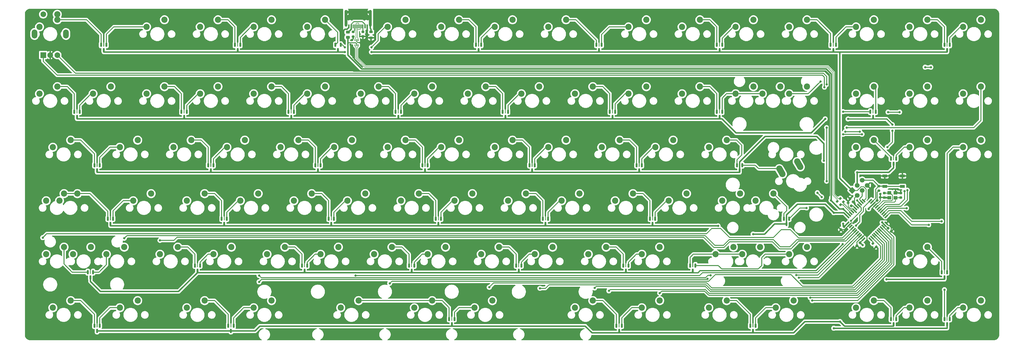
<source format=gbr>
%TF.GenerationSoftware,KiCad,Pcbnew,(6.0.4-0)*%
%TF.CreationDate,2022-05-31T11:34:18+03:00*%
%TF.ProjectId,Supernova_Solder,53757065-726e-46f7-9661-5f536f6c6465,rev?*%
%TF.SameCoordinates,Original*%
%TF.FileFunction,Copper,L2,Bot*%
%TF.FilePolarity,Positive*%
%FSLAX46Y46*%
G04 Gerber Fmt 4.6, Leading zero omitted, Abs format (unit mm)*
G04 Created by KiCad (PCBNEW (6.0.4-0)) date 2022-05-31 11:34:18*
%MOMM*%
%LPD*%
G01*
G04 APERTURE LIST*
G04 Aperture macros list*
%AMRoundRect*
0 Rectangle with rounded corners*
0 $1 Rounding radius*
0 $2 $3 $4 $5 $6 $7 $8 $9 X,Y pos of 4 corners*
0 Add a 4 corners polygon primitive as box body*
4,1,4,$2,$3,$4,$5,$6,$7,$8,$9,$2,$3,0*
0 Add four circle primitives for the rounded corners*
1,1,$1+$1,$2,$3*
1,1,$1+$1,$4,$5*
1,1,$1+$1,$6,$7*
1,1,$1+$1,$8,$9*
0 Add four rect primitives between the rounded corners*
20,1,$1+$1,$2,$3,$4,$5,0*
20,1,$1+$1,$4,$5,$6,$7,0*
20,1,$1+$1,$6,$7,$8,$9,0*
20,1,$1+$1,$8,$9,$2,$3,0*%
%AMHorizOval*
0 Thick line with rounded ends*
0 $1 width*
0 $2 $3 position (X,Y) of the first rounded end (center of the circle)*
0 $4 $5 position (X,Y) of the second rounded end (center of the circle)*
0 Add line between two ends*
20,1,$1,$2,$3,$4,$5,0*
0 Add two circle primitives to create the rounded ends*
1,1,$1,$2,$3*
1,1,$1,$4,$5*%
%AMRotRect*
0 Rectangle, with rotation*
0 The origin of the aperture is its center*
0 $1 length*
0 $2 width*
0 $3 Rotation angle, in degrees counterclockwise*
0 Add horizontal line*
21,1,$1,$2,0,0,$3*%
G04 Aperture macros list end*
%TA.AperFunction,ComponentPad*%
%ADD10C,2.200000*%
%TD*%
%TA.AperFunction,ComponentPad*%
%ADD11R,2.000000X2.000000*%
%TD*%
%TA.AperFunction,ComponentPad*%
%ADD12C,2.000000*%
%TD*%
%TA.AperFunction,ComponentPad*%
%ADD13O,2.000000X3.200000*%
%TD*%
%TA.AperFunction,SMDPad,CuDef*%
%ADD14RoundRect,0.150000X-0.150000X0.587500X-0.150000X-0.587500X0.150000X-0.587500X0.150000X0.587500X0*%
%TD*%
%TA.AperFunction,SMDPad,CuDef*%
%ADD15R,0.375000X0.500000*%
%TD*%
%TA.AperFunction,SMDPad,CuDef*%
%ADD16R,0.300000X0.650000*%
%TD*%
%TA.AperFunction,SMDPad,CuDef*%
%ADD17RoundRect,0.200000X0.275000X-0.200000X0.275000X0.200000X-0.275000X0.200000X-0.275000X-0.200000X0*%
%TD*%
%TA.AperFunction,SMDPad,CuDef*%
%ADD18RoundRect,0.200000X-0.335876X-0.053033X-0.053033X-0.335876X0.335876X0.053033X0.053033X0.335876X0*%
%TD*%
%TA.AperFunction,SMDPad,CuDef*%
%ADD19R,0.600000X1.450000*%
%TD*%
%TA.AperFunction,SMDPad,CuDef*%
%ADD20R,0.300000X1.450000*%
%TD*%
%TA.AperFunction,ComponentPad*%
%ADD21O,1.000000X1.600000*%
%TD*%
%TA.AperFunction,ComponentPad*%
%ADD22O,1.000000X2.100000*%
%TD*%
%TA.AperFunction,SMDPad,CuDef*%
%ADD23RoundRect,0.200000X0.335876X0.053033X0.053033X0.335876X-0.335876X-0.053033X-0.053033X-0.335876X0*%
%TD*%
%TA.AperFunction,SMDPad,CuDef*%
%ADD24R,1.400000X1.200000*%
%TD*%
%TA.AperFunction,SMDPad,CuDef*%
%ADD25RoundRect,0.225000X-0.335876X-0.017678X-0.017678X-0.335876X0.335876X0.017678X0.017678X0.335876X0*%
%TD*%
%TA.AperFunction,SMDPad,CuDef*%
%ADD26RoundRect,0.225000X0.250000X-0.225000X0.250000X0.225000X-0.250000X0.225000X-0.250000X-0.225000X0*%
%TD*%
%TA.AperFunction,ComponentPad*%
%ADD27RotRect,1.700000X1.700000X315.000000*%
%TD*%
%TA.AperFunction,ComponentPad*%
%ADD28HorizOval,1.700000X0.000000X0.000000X0.000000X0.000000X0*%
%TD*%
%TA.AperFunction,SMDPad,CuDef*%
%ADD29RoundRect,0.218750X-0.381250X0.218750X-0.381250X-0.218750X0.381250X-0.218750X0.381250X0.218750X0*%
%TD*%
%TA.AperFunction,SMDPad,CuDef*%
%ADD30RoundRect,0.200000X-0.275000X0.200000X-0.275000X-0.200000X0.275000X-0.200000X0.275000X0.200000X0*%
%TD*%
%TA.AperFunction,SMDPad,CuDef*%
%ADD31RoundRect,0.225000X0.335876X0.017678X0.017678X0.335876X-0.335876X-0.017678X-0.017678X-0.335876X0*%
%TD*%
%TA.AperFunction,SMDPad,CuDef*%
%ADD32RoundRect,0.225000X-0.017678X0.335876X-0.335876X0.017678X0.017678X-0.335876X0.335876X-0.017678X0*%
%TD*%
%TA.AperFunction,SMDPad,CuDef*%
%ADD33RotRect,1.500000X0.550000X315.000000*%
%TD*%
%TA.AperFunction,SMDPad,CuDef*%
%ADD34RotRect,1.500000X0.550000X225.000000*%
%TD*%
%TA.AperFunction,SMDPad,CuDef*%
%ADD35RoundRect,0.225000X0.017678X-0.335876X0.335876X-0.017678X-0.017678X0.335876X-0.335876X0.017678X0*%
%TD*%
%TA.AperFunction,SMDPad,CuDef*%
%ADD36RoundRect,0.225000X-0.250000X0.225000X-0.250000X-0.225000X0.250000X-0.225000X0.250000X0.225000X0*%
%TD*%
%TA.AperFunction,SMDPad,CuDef*%
%ADD37RoundRect,0.243750X0.456250X-0.243750X0.456250X0.243750X-0.456250X0.243750X-0.456250X-0.243750X0*%
%TD*%
%TA.AperFunction,SMDPad,CuDef*%
%ADD38R,1.700000X1.000000*%
%TD*%
%TA.AperFunction,ViaPad*%
%ADD39C,0.800000*%
%TD*%
%TA.AperFunction,ViaPad*%
%ADD40C,0.600000*%
%TD*%
%TA.AperFunction,Conductor*%
%ADD41C,0.500000*%
%TD*%
%TA.AperFunction,Conductor*%
%ADD42C,0.350000*%
%TD*%
%TA.AperFunction,Conductor*%
%ADD43C,0.300000*%
%TD*%
%TA.AperFunction,Conductor*%
%ADD44C,0.400000*%
%TD*%
%TA.AperFunction,Conductor*%
%ADD45C,0.250000*%
%TD*%
%TA.AperFunction,Conductor*%
%ADD46C,0.200000*%
%TD*%
%TA.AperFunction,Conductor*%
%ADD47C,2.200000*%
%TD*%
%TA.AperFunction,Conductor*%
%ADD48C,1.000000*%
%TD*%
G04 APERTURE END LIST*
D10*
%TO.P,K10,1,1*%
%TO.N,/col9*%
X252571250Y-33020000D03*
%TO.P,K10,2,2*%
%TO.N,Net-(K10-Pad2)*%
X246221250Y-35560000D03*
%TD*%
%TO.P,K63,1,1*%
%TO.N,Net-(K63-Pad1)*%
X285908750Y-94932500D03*
%TO.P,K63,2,2*%
%TO.N,/col12*%
X279558750Y-97472500D03*
%TD*%
%TO.P,K49,1,1*%
%TO.N,/col15*%
X352583750Y-75882500D03*
%TO.P,K49,2,2*%
%TO.N,Net-(K49-Pad2)*%
X346233750Y-78422500D03*
%TD*%
%TO.P,K61,1,1*%
%TO.N,Net-(K61-Pad1)*%
X247808750Y-94932500D03*
%TO.P,K61,2,2*%
%TO.N,/col10*%
X241458750Y-97472500D03*
%TD*%
%TO.P,K24,1,1*%
%TO.N,/col7*%
X176371250Y-56832500D03*
%TO.P,K24,2,2*%
%TO.N,Net-(K24-Pad2)*%
X170021250Y-59372500D03*
%TD*%
%TO.P,K63a1,1,1*%
%TO.N,Net-(K63-Pad1)*%
X297815000Y-94932500D03*
%TO.P,K63a1,2,2*%
%TO.N,/col12*%
X291465000Y-97472500D03*
%TD*%
%TO.P,K80,1,1*%
%TO.N,Net-(K80-Pad1)*%
X47783750Y-133032500D03*
%TO.P,K80,2,2*%
%TO.N,/RE_SW2*%
X41433750Y-135572500D03*
%TD*%
%TO.P,K47,1,1*%
%TO.N,Net-(K47-Pad1)*%
X299878750Y-86042500D03*
%TO.P,K47,2,2*%
%TO.N,/col13*%
X306228750Y-83502500D03*
%TD*%
%TO.P,K57,1,1*%
%TO.N,Net-(K57-Pad1)*%
X171608750Y-94932500D03*
%TO.P,K57,2,2*%
%TO.N,/col6*%
X165258750Y-97472500D03*
%TD*%
%TO.P,K43,1,1*%
%TO.N,/col9*%
X223996250Y-75882500D03*
%TO.P,K43,2,2*%
%TO.N,Net-(K43-Pad2)*%
X217646250Y-78422500D03*
%TD*%
%TO.P,K52,1,1*%
%TO.N,/col1*%
X76358750Y-94932500D03*
%TO.P,K52,2,2*%
%TO.N,Net-(K52-Pad2)*%
X70008750Y-97472500D03*
%TD*%
%TO.P,K90,1,1*%
%TO.N,Net-(K90-Pad1)*%
X333533750Y-133032500D03*
%TO.P,K90,2,2*%
%TO.N,/col14*%
X327183750Y-135572500D03*
%TD*%
%TO.P,K85,1,1*%
%TO.N,/col7*%
X197802500Y-133032500D03*
%TO.P,K85,2,2*%
%TO.N,Net-(K85-Pad2)*%
X191452500Y-135572500D03*
%TD*%
%TO.P,K46,1,1*%
%TO.N,Net-(K46-Pad1)*%
X281146250Y-75882500D03*
%TO.P,K46,2,2*%
%TO.N,/col12*%
X274796250Y-78422500D03*
%TD*%
%TO.P,K84a1,1,1*%
%TO.N,Net-(K84-Pad1)*%
X176371250Y-133032500D03*
%TO.P,K84a1,2,2*%
%TO.N,/col5*%
X170021250Y-135572500D03*
%TD*%
%TO.P,K54,1,1*%
%TO.N,/col3*%
X114458750Y-94932500D03*
%TO.P,K54,2,2*%
%TO.N,Net-(K54-Pad2)*%
X108108750Y-97472500D03*
%TD*%
%TO.P,K30a1,1,1*%
%TO.N,/col13*%
X300196250Y-56832500D03*
%TO.P,K30a1,2,2*%
%TO.N,Net-(K30-Pad2)*%
X293846250Y-59372500D03*
%TD*%
%TO.P,K20,1,1*%
%TO.N,/col3*%
X100171250Y-56832500D03*
%TO.P,K20,2,2*%
%TO.N,Net-(K20-Pad2)*%
X93821250Y-59372500D03*
%TD*%
%TO.P,K15,1,1*%
%TO.N,Net-(K15-Pad1)*%
X352583750Y-33020000D03*
%TO.P,K15,2,2*%
%TO.N,/col14*%
X346233750Y-35560000D03*
%TD*%
%TO.P,K40,1,1*%
%TO.N,Net-(K40-Pad1)*%
X166846250Y-75882500D03*
%TO.P,K40,2,2*%
%TO.N,/col6*%
X160496250Y-78422500D03*
%TD*%
%TO.P,K11,1,1*%
%TO.N,Net-(K11-Pad1)*%
X271621250Y-33020000D03*
%TO.P,K11,2,2*%
%TO.N,/col10*%
X265271250Y-35560000D03*
%TD*%
%TO.P,K69,1,1*%
%TO.N,Net-(K69-Pad1)*%
X123983750Y-113982500D03*
%TO.P,K69,2,2*%
%TO.N,/col4*%
X117633750Y-116522500D03*
%TD*%
%TO.P,K81,1,1*%
%TO.N,/col1*%
X71596250Y-133032500D03*
%TO.P,K81,2,2*%
%TO.N,Net-(K81-Pad2)*%
X65246250Y-135572500D03*
%TD*%
%TO.P,K1,1,1*%
%TO.N,/RE_SW1*%
X43021250Y-33020000D03*
%TO.P,K1,2,2*%
%TO.N,/RE_SW2*%
X36671250Y-35560000D03*
%TD*%
%TO.P,K83,1,1*%
%TO.N,/col3*%
X119221250Y-133032500D03*
%TO.P,K83,2,2*%
%TO.N,Net-(K83-Pad2)*%
X112871250Y-135572500D03*
%TD*%
%TO.P,K86,1,1*%
%TO.N,Net-(K86-Pad1)*%
X233521250Y-133032500D03*
%TO.P,K86,2,2*%
%TO.N,/col10*%
X227171250Y-135572500D03*
%TD*%
%TO.P,K48,1,1*%
%TO.N,Net-(K48-Pad1)*%
X333533750Y-75882500D03*
%TO.P,K48,2,2*%
%TO.N,/col14*%
X327183750Y-78422500D03*
%TD*%
%TO.P,K30,1,1*%
%TO.N,/col13*%
X290671250Y-56832500D03*
%TO.P,K30,2,2*%
%TO.N,Net-(K30-Pad2)*%
X284321250Y-59372500D03*
%TD*%
%TO.P,K3,1,1*%
%TO.N,Net-(K3-Pad1)*%
X100171250Y-33020000D03*
%TO.P,K3,2,2*%
%TO.N,/col2*%
X93821250Y-35560000D03*
%TD*%
%TO.P,K44,1,1*%
%TO.N,Net-(K44-Pad1)*%
X243046250Y-75882500D03*
%TO.P,K44,2,2*%
%TO.N,/col10*%
X236696250Y-78422500D03*
%TD*%
%TO.P,K91,1,1*%
%TO.N,/col15*%
X352583750Y-133032500D03*
%TO.P,K91,2,2*%
%TO.N,Net-(K91-Pad2)*%
X346233750Y-135572500D03*
%TD*%
%TO.P,K88,1,1*%
%TO.N,Net-(K88-Pad1)*%
X281146250Y-133032500D03*
%TO.P,K88,2,2*%
%TO.N,/col12*%
X274796250Y-135572500D03*
%TD*%
%TO.P,K41,1,1*%
%TO.N,/col7*%
X185896250Y-75882500D03*
%TO.P,K41,2,2*%
%TO.N,Net-(K41-Pad2)*%
X179546250Y-78422500D03*
%TD*%
%TO.P,K77a1,1,1*%
%TO.N,/col12*%
X293052500Y-113982500D03*
%TO.P,K77a1,2,2*%
%TO.N,Net-(K77-Pad2)*%
X286702500Y-116522500D03*
%TD*%
%TO.P,K64,1,1*%
%TO.N,Net-(K64-Pad1)*%
X371633750Y-56832500D03*
%TO.P,K64,2,2*%
%TO.N,/col13*%
X365283750Y-59372500D03*
%TD*%
%TO.P,K89,1,1*%
%TO.N,/col13*%
X304958750Y-133032500D03*
%TO.P,K89,2,2*%
%TO.N,Net-(K89-Pad2)*%
X298608750Y-135572500D03*
%TD*%
%TO.P,K36,1,1*%
%TO.N,Net-(K36-Pad1)*%
X90646250Y-75882500D03*
%TO.P,K36,2,2*%
%TO.N,/col2*%
X84296250Y-78422500D03*
%TD*%
%TO.P,K18,1,1*%
%TO.N,/col1*%
X62071250Y-56832500D03*
%TO.P,K18,2,2*%
%TO.N,Net-(K18-Pad2)*%
X55721250Y-59372500D03*
%TD*%
%TO.P,K74,1,1*%
%TO.N,/col9*%
X219233750Y-113982500D03*
%TO.P,K74,2,2*%
%TO.N,Net-(K74-Pad2)*%
X212883750Y-116522500D03*
%TD*%
%TO.P,K82,1,1*%
%TO.N,Net-(K82-Pad1)*%
X95408750Y-133032500D03*
%TO.P,K82,2,2*%
%TO.N,/col2*%
X89058750Y-135572500D03*
%TD*%
%TO.P,K67,1,1*%
%TO.N,Net-(K67-Pad1)*%
X85883750Y-113982500D03*
%TO.P,K67,2,2*%
%TO.N,/col2*%
X79533750Y-116522500D03*
%TD*%
%TO.P,K19,1,1*%
%TO.N,Net-(K19-Pad1)*%
X81121250Y-56832500D03*
%TO.P,K19,2,2*%
%TO.N,/col2*%
X74771250Y-59372500D03*
%TD*%
%TO.P,K33,1,1*%
%TO.N,Net-(K33-Pad1)*%
X352583750Y-56832500D03*
%TO.P,K33,2,2*%
%TO.N,/col15*%
X346233750Y-59372500D03*
%TD*%
%TO.P,K8,1,1*%
%TO.N,/col7*%
X204946250Y-33020000D03*
%TO.P,K8,2,2*%
%TO.N,Net-(K8-Pad2)*%
X198596250Y-35560000D03*
%TD*%
%TO.P,K37,1,1*%
%TO.N,/col3*%
X109696250Y-75882500D03*
%TO.P,K37,2,2*%
%TO.N,Net-(K37-Pad2)*%
X103346250Y-78422500D03*
%TD*%
%TO.P,K79,1,1*%
%TO.N,Net-(K79-Pad1)*%
X352583750Y-113982500D03*
%TO.P,K79,2,2*%
%TO.N,/col14*%
X346233750Y-116522500D03*
%TD*%
%TO.P,K31,1,1*%
%TO.N,/col14*%
X309721250Y-56832500D03*
%TO.P,K31,2,2*%
%TO.N,Net-(K31-Pad2)*%
X303371250Y-59372500D03*
%TD*%
%TO.P,K17,1,1*%
%TO.N,Net-(K17-Pad1)*%
X43021250Y-56832500D03*
%TO.P,K17,2,2*%
%TO.N,/RE_SW2*%
X36671250Y-59372500D03*
%TD*%
%TO.P,K4,1,1*%
%TO.N,/col3*%
X119221250Y-33020000D03*
%TO.P,K4,2,2*%
%TO.N,Net-(K4-Pad2)*%
X112871250Y-35560000D03*
%TD*%
%TO.P,K92,1,1*%
%TO.N,/col14*%
X371633750Y-133032500D03*
%TO.P,K92,2,2*%
%TO.N,Net-(K92-Pad2)*%
X365283750Y-135572500D03*
%TD*%
%TO.P,K38,1,1*%
%TO.N,Net-(K38-Pad1)*%
X128746250Y-75882500D03*
%TO.P,K38,2,2*%
%TO.N,/col4*%
X122396250Y-78422500D03*
%TD*%
D11*
%TO.P,RE1,A,A*%
%TO.N,/RE_A*%
X37981250Y-45575000D03*
D12*
%TO.P,RE1,B,B*%
%TO.N,/RE_B*%
X42981250Y-45575000D03*
%TO.P,RE1,C,C*%
%TO.N,Earth*%
X40481250Y-45575000D03*
D13*
%TO.P,RE1,MP*%
%TO.N,N/C*%
X34881250Y-38075000D03*
X46081250Y-38075000D03*
D10*
%TO.P,RE1,S1,S1*%
%TO.N,/RE_SW1*%
X42981250Y-31075000D03*
D12*
%TO.P,RE1,S2,S2*%
%TO.N,/RE_SW2*%
X37981250Y-31075000D03*
%TD*%
D10*
%TO.P,K73,1,1*%
%TO.N,Net-(K73-Pad1)*%
X200183750Y-113982500D03*
%TO.P,K73,2,2*%
%TO.N,/col8*%
X193833750Y-116522500D03*
%TD*%
%TO.P,K68,1,1*%
%TO.N,/col3*%
X104933750Y-113982500D03*
%TO.P,K68,2,2*%
%TO.N,Net-(K68-Pad2)*%
X98583750Y-116522500D03*
%TD*%
%TO.P,K23,1,1*%
%TO.N,Net-(K23-Pad1)*%
X157321250Y-56832500D03*
%TO.P,K23,2,2*%
%TO.N,/col6*%
X150971250Y-59372500D03*
%TD*%
%TO.P,K53,1,1*%
%TO.N,Net-(K53-Pad1)*%
X95408750Y-94932500D03*
%TO.P,K53,2,2*%
%TO.N,/col2*%
X89058750Y-97472500D03*
%TD*%
%TO.P,K26,1,1*%
%TO.N,/col9*%
X214471250Y-56832500D03*
%TO.P,K26,2,2*%
%TO.N,Net-(K26-Pad2)*%
X208121250Y-59372500D03*
%TD*%
%TO.P,K50,1,1*%
%TO.N,/col15*%
X371633750Y-75882500D03*
%TO.P,K50,2,2*%
%TO.N,Net-(K50-Pad2)*%
X365283750Y-78422500D03*
%TD*%
%TO.P,K59,1,1*%
%TO.N,Net-(K59-Pad1)*%
X209708750Y-94932500D03*
%TO.P,K59,2,2*%
%TO.N,/col8*%
X203358750Y-97472500D03*
%TD*%
%TO.P,K55,1,1*%
%TO.N,Net-(K55-Pad1)*%
X133508750Y-94932500D03*
%TO.P,K55,2,2*%
%TO.N,/col4*%
X127158750Y-97472500D03*
%TD*%
%TO.P,K66,1,1*%
%TO.N,/col1*%
X66833750Y-113982500D03*
%TO.P,K66,2,2*%
%TO.N,Net-(K66-Pad2)*%
X60483750Y-116522500D03*
%TD*%
%TO.P,K72,1,1*%
%TO.N,/col7*%
X181133750Y-113982500D03*
%TO.P,K72,2,2*%
%TO.N,Net-(K72-Pad2)*%
X174783750Y-116522500D03*
%TD*%
%TO.P,K25,1,1*%
%TO.N,Net-(K25-Pad1)*%
X195421250Y-56832500D03*
%TO.P,K25,2,2*%
%TO.N,/col8*%
X189071250Y-59372500D03*
%TD*%
%TO.P,K45,1,1*%
%TO.N,/col11*%
X262096250Y-75882500D03*
%TO.P,K45,2,2*%
%TO.N,Net-(K45-Pad2)*%
X255746250Y-78422500D03*
%TD*%
%TO.P,K13,1,1*%
%TO.N,Net-(K13-Pad1)*%
X309721250Y-33020000D03*
%TO.P,K13,2,2*%
%TO.N,/col12*%
X303371250Y-35560000D03*
%TD*%
%TO.P,K22,1,1*%
%TO.N,/col5*%
X138271250Y-56832500D03*
%TO.P,K22,2,2*%
%TO.N,Net-(K22-Pad2)*%
X131921250Y-59372500D03*
%TD*%
%TO.P,K78,1,1*%
%TO.N,/col13*%
X309721250Y-113982500D03*
%TO.P,K78,2,2*%
%TO.N,Net-(K78-Pad2)*%
X303371250Y-116522500D03*
%TD*%
%TO.P,K7,1,1*%
%TO.N,Net-(K7-Pad1)*%
X185896250Y-33020000D03*
%TO.P,K7,2,2*%
%TO.N,/col6*%
X179546250Y-35560000D03*
%TD*%
%TO.P,K32,1,1*%
%TO.N,Net-(K32-Pad1)*%
X333533750Y-56832500D03*
%TO.P,K32,2,2*%
%TO.N,/col15*%
X327183750Y-59372500D03*
%TD*%
%TO.P,K27,1,1*%
%TO.N,Net-(K27-Pad1)*%
X233521250Y-56832500D03*
%TO.P,K27,2,2*%
%TO.N,/col10*%
X227171250Y-59372500D03*
%TD*%
%TO.P,K12,1,1*%
%TO.N,/col11*%
X290671250Y-33020000D03*
%TO.P,K12,2,2*%
%TO.N,Net-(K12-Pad2)*%
X284321250Y-35560000D03*
%TD*%
%TO.P,K47a1,1,1*%
%TO.N,/col13*%
X307340000Y-85413750D03*
%TO.P,K47a1,2,2*%
%TO.N,Net-(K47-Pad1)*%
X300990000Y-87953750D03*
%TD*%
%TO.P,K66a1,1,1*%
%TO.N,/col1*%
X54927500Y-113982500D03*
%TO.P,K66a1,2,2*%
%TO.N,Net-(K66-Pad2)*%
X48577500Y-116522500D03*
%TD*%
%TO.P,K58,1,1*%
%TO.N,/col7*%
X190658750Y-94932500D03*
%TO.P,K58,2,2*%
%TO.N,Net-(K58-Pad2)*%
X184308750Y-97472500D03*
%TD*%
%TO.P,K29,1,1*%
%TO.N,Net-(K29-Pad1)*%
X271621250Y-56832500D03*
%TO.P,K29,2,2*%
%TO.N,/col12*%
X265271250Y-59372500D03*
%TD*%
%TO.P,K87,1,1*%
%TO.N,/col11*%
X257333750Y-133032500D03*
%TO.P,K87,2,2*%
%TO.N,Net-(K87-Pad2)*%
X250983750Y-135572500D03*
%TD*%
%TO.P,K35,1,1*%
%TO.N,/col1*%
X71596250Y-75882500D03*
%TO.P,K35,2,2*%
%TO.N,Net-(K35-Pad2)*%
X65246250Y-78422500D03*
%TD*%
%TO.P,K71,1,1*%
%TO.N,Net-(K71-Pad1)*%
X162083750Y-113982500D03*
%TO.P,K71,2,2*%
%TO.N,/col6*%
X155733750Y-116522500D03*
%TD*%
%TO.P,K70,1,1*%
%TO.N,/col5*%
X143033750Y-113982500D03*
%TO.P,K70,2,2*%
%TO.N,Net-(K70-Pad2)*%
X136683750Y-116522500D03*
%TD*%
%TO.P,K77,1,1*%
%TO.N,/col12*%
X283527500Y-113982500D03*
%TO.P,K77,2,2*%
%TO.N,Net-(K77-Pad2)*%
X277177500Y-116522500D03*
%TD*%
%TO.P,K65,1,1*%
%TO.N,Net-(K65-Pad1)*%
X45402500Y-113982500D03*
%TO.P,K65,2,2*%
%TO.N,/RE_SW2*%
X39052500Y-116522500D03*
%TD*%
%TO.P,K39,1,1*%
%TO.N,/col5*%
X147796250Y-75882500D03*
%TO.P,K39,2,2*%
%TO.N,Net-(K39-Pad2)*%
X141446250Y-78422500D03*
%TD*%
%TO.P,K6,1,1*%
%TO.N,/col5*%
X166846250Y-33020000D03*
%TO.P,K6,2,2*%
%TO.N,Net-(K6-Pad2)*%
X160496250Y-35560000D03*
%TD*%
%TO.P,K16,1,1*%
%TO.N,/col15*%
X371633750Y-33020000D03*
%TO.P,K16,2,2*%
%TO.N,Net-(K16-Pad2)*%
X365283750Y-35560000D03*
%TD*%
%TO.P,K62,1,1*%
%TO.N,/col11*%
X266858750Y-94932500D03*
%TO.P,K62,2,2*%
%TO.N,Net-(K62-Pad2)*%
X260508750Y-97472500D03*
%TD*%
%TO.P,K21,1,1*%
%TO.N,Net-(K21-Pad1)*%
X119221250Y-56832500D03*
%TO.P,K21,2,2*%
%TO.N,/col4*%
X112871250Y-59372500D03*
%TD*%
%TO.P,K28,1,1*%
%TO.N,/col11*%
X252571250Y-56832500D03*
%TO.P,K28,2,2*%
%TO.N,Net-(K28-Pad2)*%
X246221250Y-59372500D03*
%TD*%
%TO.P,K60,1,1*%
%TO.N,/col9*%
X228758750Y-94932500D03*
%TO.P,K60,2,2*%
%TO.N,Net-(K60-Pad2)*%
X222408750Y-97472500D03*
%TD*%
%TO.P,K84,1,1*%
%TO.N,Net-(K84-Pad1)*%
X150177500Y-133032500D03*
%TO.P,K84,2,2*%
%TO.N,/col5*%
X143827500Y-135572500D03*
%TD*%
%TO.P,K9,1,1*%
%TO.N,Net-(K9-Pad1)*%
X223996250Y-33020000D03*
%TO.P,K9,2,2*%
%TO.N,/col8*%
X217646250Y-35560000D03*
%TD*%
%TO.P,K51a1,1,1*%
%TO.N,Net-(K51-Pad1)*%
X45402500Y-94932500D03*
%TO.P,K51a1,2,2*%
%TO.N,/RE_SW2*%
X39052500Y-97472500D03*
%TD*%
%TO.P,K75,1,1*%
%TO.N,Net-(K75-Pad1)*%
X238283750Y-113982500D03*
%TO.P,K75,2,2*%
%TO.N,/col10*%
X231933750Y-116522500D03*
%TD*%
%TO.P,K42,1,1*%
%TO.N,Net-(K42-Pad1)*%
X204946250Y-75882500D03*
%TO.P,K42,2,2*%
%TO.N,/col8*%
X198596250Y-78422500D03*
%TD*%
%TO.P,K14,1,1*%
%TO.N,/col13*%
X333533750Y-33020000D03*
%TO.P,K14,2,2*%
%TO.N,Net-(K14-Pad2)*%
X327183750Y-35560000D03*
%TD*%
%TO.P,K5,1,1*%
%TO.N,Net-(K5-Pad1)*%
X138271250Y-33020000D03*
%TO.P,K5,2,2*%
%TO.N,/col4*%
X131921250Y-35560000D03*
%TD*%
%TO.P,K76,1,1*%
%TO.N,/col11*%
X257333750Y-113982500D03*
%TO.P,K76,2,2*%
%TO.N,Net-(K76-Pad2)*%
X250983750Y-116522500D03*
%TD*%
%TO.P,K51,1,1*%
%TO.N,Net-(K51-Pad1)*%
X50165000Y-94932500D03*
%TO.P,K51,2,2*%
%TO.N,/RE_SW2*%
X43815000Y-97472500D03*
%TD*%
%TO.P,K2,1,1*%
%TO.N,/col1*%
X81121250Y-33020000D03*
%TO.P,K2,2,2*%
%TO.N,Net-(K2-Pad2)*%
X74771250Y-35560000D03*
%TD*%
%TO.P,K56,1,1*%
%TO.N,/col5*%
X152558750Y-94932500D03*
%TO.P,K56,2,2*%
%TO.N,Net-(K56-Pad2)*%
X146208750Y-97472500D03*
%TD*%
%TO.P,K34,1,1*%
%TO.N,Net-(K34-Pad1)*%
X47783750Y-75882500D03*
%TO.P,K34,2,2*%
%TO.N,/RE_SW2*%
X41433750Y-78422500D03*
%TD*%
D14*
%TO.P,KD18,1,A*%
%TO.N,Net-(K36-Pad1)*%
X96681250Y-84787500D03*
%TO.P,KD18,2,A*%
%TO.N,Net-(K37-Pad2)*%
X98581250Y-84787500D03*
%TO.P,KD18,3,K*%
%TO.N,/SCL*%
X97631250Y-86662500D03*
%TD*%
D15*
%TO.P,U2,1,I/O1*%
%TO.N,/USBD-*%
X148960150Y-40323400D03*
D16*
%TO.P,U2,2,GND*%
%TO.N,Earth*%
X149497650Y-40248400D03*
D15*
%TO.P,U2,3,I/O2*%
%TO.N,/USBD+*%
X150035150Y-40323400D03*
%TO.P,U2,4,I/O2*%
%TO.N,/MCUD+*%
X150035150Y-42023400D03*
D16*
%TO.P,U2,5,VBUS*%
%TO.N,+5V*%
X149497650Y-42098400D03*
D15*
%TO.P,U2,6,I/O1*%
%TO.N,/MCUD-*%
X148960150Y-42023400D03*
%TD*%
D14*
%TO.P,KD15,1,A*%
%TO.N,Net-(K29-Pad1)*%
X277656250Y-65737500D03*
%TO.P,KD15,2,A*%
%TO.N,Net-(K30-Pad2)*%
X279556250Y-65737500D03*
%TO.P,KD15,3,K*%
%TO.N,/MOSI*%
X278606250Y-67612500D03*
%TD*%
%TO.P,KD29,1,A*%
%TO.N,Net-(K59-Pad1)*%
X215743750Y-103837500D03*
%TO.P,KD29,2,A*%
%TO.N,Net-(K60-Pad2)*%
X217643750Y-103837500D03*
%TO.P,KD29,3,K*%
%TO.N,/row3*%
X216693750Y-105712500D03*
%TD*%
%TO.P,KD45,1,A*%
%TO.N,Net-(K88-Pad1)*%
X289562500Y-141937500D03*
%TO.P,KD45,2,A*%
%TO.N,Net-(K89-Pad2)*%
X291462500Y-141937500D03*
%TO.P,KD45,3,K*%
%TO.N,/row5*%
X290512500Y-143812500D03*
%TD*%
D17*
%TO.P,R1,1*%
%TO.N,Earth*%
X148227650Y-38975800D03*
%TO.P,R1,2*%
%TO.N,Net-(J1-PadA5)*%
X148227650Y-37325800D03*
%TD*%
D18*
%TO.P,R4,1*%
%TO.N,/MCUD+*%
X321543087Y-96665637D03*
%TO.P,R4,2*%
%TO.N,Net-(R4-Pad2)*%
X322709813Y-97832363D03*
%TD*%
D14*
%TO.P,KD32,1,A*%
%TO.N,Net-(K33-Pad1)*%
X358618750Y-139556250D03*
%TO.P,KD32,2,A*%
%TO.N,Net-(K92-Pad2)*%
X360518750Y-139556250D03*
%TO.P,KD32,3,K*%
%TO.N,/row3*%
X359568750Y-141431250D03*
%TD*%
%TO.P,KD22,1,A*%
%TO.N,Net-(K44-Pad1)*%
X249081250Y-84787500D03*
%TO.P,KD22,2,A*%
%TO.N,Net-(K45-Pad2)*%
X250981250Y-84787500D03*
%TO.P,KD22,3,K*%
%TO.N,/SCL*%
X250031250Y-86662500D03*
%TD*%
%TO.P,KD44,1,A*%
%TO.N,Net-(K86-Pad1)*%
X241937500Y-141937500D03*
%TO.P,KD44,2,A*%
%TO.N,Net-(K87-Pad2)*%
X243837500Y-141937500D03*
%TO.P,KD44,3,K*%
%TO.N,/row5*%
X242887500Y-143812500D03*
%TD*%
D19*
%TO.P,J1,A1,GND*%
%TO.N,Earth*%
X146768750Y-35362000D03*
%TO.P,J1,A4,VBUS*%
%TO.N,Net-(F1-Pad2)*%
X147568750Y-35362000D03*
D20*
%TO.P,J1,A5,CC1*%
%TO.N,Net-(J1-PadA5)*%
X148768750Y-35362000D03*
%TO.P,J1,A6,D+*%
%TO.N,/USBD+*%
X149768750Y-35362000D03*
%TO.P,J1,A7,D-*%
%TO.N,/USBD-*%
X150268750Y-35362000D03*
%TO.P,J1,A8,SBU1*%
%TO.N,unconnected-(J1-PadA8)*%
X151268750Y-35362000D03*
D19*
%TO.P,J1,A9,VBUS*%
%TO.N,Net-(F1-Pad2)*%
X152468750Y-35362000D03*
%TO.P,J1,A12,GND*%
%TO.N,Earth*%
X153268750Y-35362000D03*
%TO.P,J1,B1,GND*%
X153268750Y-35362000D03*
%TO.P,J1,B4,VBUS*%
%TO.N,Net-(F1-Pad2)*%
X152468750Y-35362000D03*
D20*
%TO.P,J1,B5,CC2*%
%TO.N,Net-(J1-PadB5)*%
X151768750Y-35362000D03*
%TO.P,J1,B6,D+*%
%TO.N,/USBD+*%
X150768750Y-35362000D03*
%TO.P,J1,B7,D-*%
%TO.N,/USBD-*%
X149268750Y-35362000D03*
%TO.P,J1,B8,SBU2*%
%TO.N,unconnected-(J1-PadB8)*%
X148268750Y-35362000D03*
D19*
%TO.P,J1,B9,VBUS*%
%TO.N,Net-(F1-Pad2)*%
X147568750Y-35362000D03*
%TO.P,J1,B12,GND*%
%TO.N,Earth*%
X146768750Y-35362000D03*
D21*
%TO.P,J1,S1,SHIELD*%
%TO.N,Net-(FB1-Pad1)*%
X145698750Y-30267000D03*
D22*
X154338750Y-34447000D03*
X145698750Y-34447000D03*
D21*
X154338750Y-30267000D03*
%TD*%
D23*
%TO.P,R5,1*%
%TO.N,Net-(R5-Pad1)*%
X321659813Y-98882363D03*
%TO.P,R5,2*%
%TO.N,/MCUD-*%
X320493087Y-97715637D03*
%TD*%
D14*
%TO.P,KD5,1,A*%
%TO.N,Net-(K9-Pad1)*%
X234793750Y-41925000D03*
%TO.P,KD5,2,A*%
%TO.N,Net-(K10-Pad2)*%
X236693750Y-41925000D03*
%TO.P,KD5,3,K*%
%TO.N,/MISO*%
X235743750Y-43800000D03*
%TD*%
%TO.P,KD7,1,A*%
%TO.N,Net-(K13-Pad1)*%
X318137500Y-41925000D03*
%TO.P,KD7,2,A*%
%TO.N,Net-(K14-Pad2)*%
X320037500Y-41925000D03*
%TO.P,KD7,3,K*%
%TO.N,/MISO*%
X319087500Y-43800000D03*
%TD*%
%TO.P,KD26,1,A*%
%TO.N,Net-(K53-Pad1)*%
X101443750Y-103837500D03*
%TO.P,KD26,2,A*%
%TO.N,Net-(K54-Pad2)*%
X103343750Y-103837500D03*
%TO.P,KD26,3,K*%
%TO.N,/row3*%
X102393750Y-105712500D03*
%TD*%
D24*
%TO.P,Y1,1,1*%
%TO.N,Net-(U1-Pad16)*%
X338991850Y-94679400D03*
%TO.P,Y1,2,2*%
%TO.N,Earth*%
X341191850Y-94679400D03*
%TO.P,Y1,3,3*%
%TO.N,Net-(U1-Pad17)*%
X341191850Y-96379400D03*
%TO.P,Y1,4,4*%
%TO.N,Earth*%
X338991850Y-96379400D03*
%TD*%
D25*
%TO.P,C3,1*%
%TO.N,+5V*%
X338611842Y-107249592D03*
%TO.P,C3,2*%
%TO.N,Earth*%
X339707858Y-108345608D03*
%TD*%
D26*
%TO.P,C7,1*%
%TO.N,Net-(U1-Pad17)*%
X343089050Y-96304400D03*
%TO.P,C7,2*%
%TO.N,Earth*%
X343089050Y-94754400D03*
%TD*%
D14*
%TO.P,KD13,1,A*%
%TO.N,Net-(K25-Pad1)*%
X201456250Y-65737500D03*
%TO.P,KD13,2,A*%
%TO.N,Net-(K26-Pad2)*%
X203356250Y-65737500D03*
%TO.P,KD13,3,K*%
%TO.N,/MOSI*%
X202406250Y-67612500D03*
%TD*%
D27*
%TO.P,ISP1,1,Pin_1*%
%TO.N,/MISO*%
X325781399Y-93784149D03*
D28*
%TO.P,ISP1,2,Pin_2*%
%TO.N,+5V*%
X327577450Y-95580200D03*
%TO.P,ISP1,3,Pin_3*%
%TO.N,/SCL*%
X327577450Y-91988098D03*
%TO.P,ISP1,4,Pin_4*%
%TO.N,/MOSI*%
X329373501Y-93784149D03*
%TO.P,ISP1,5,Pin_5*%
%TO.N,/RES*%
X329373501Y-90192047D03*
%TO.P,ISP1,6,Pin_6*%
%TO.N,Earth*%
X331169553Y-91988098D03*
%TD*%
D14*
%TO.P,KD46,1,A*%
%TO.N,Net-(K90-Pad1)*%
X339568750Y-139556250D03*
%TO.P,KD46,2,A*%
%TO.N,Net-(K91-Pad2)*%
X341468750Y-139556250D03*
%TO.P,KD46,3,K*%
%TO.N,/row5*%
X340518750Y-141431250D03*
%TD*%
D29*
%TO.P,FB1,1*%
%TO.N,Net-(FB1-Pad1)*%
X154628450Y-37342300D03*
%TO.P,FB1,2*%
%TO.N,Earth*%
X154628450Y-39467300D03*
%TD*%
D14*
%TO.P,KD28,1,A*%
%TO.N,Net-(K57-Pad1)*%
X177643750Y-103837500D03*
%TO.P,KD28,2,A*%
%TO.N,Net-(K58-Pad2)*%
X179543750Y-103837500D03*
%TO.P,KD28,3,K*%
%TO.N,/row3*%
X178593750Y-105712500D03*
%TD*%
%TO.P,KD23,1,A*%
%TO.N,Net-(K46-Pad1)*%
X284800000Y-84787500D03*
%TO.P,KD23,2,A*%
%TO.N,Net-(K47-Pad1)*%
X286700000Y-84787500D03*
%TO.P,KD23,3,K*%
%TO.N,/SCL*%
X285750000Y-86662500D03*
%TD*%
%TO.P,KD31,1,A*%
%TO.N,Net-(K63-Pad1)*%
X301468750Y-103837500D03*
%TO.P,KD31,2,A*%
%TO.N,Net-(K64-Pad1)*%
X303368750Y-103837500D03*
%TO.P,KD31,3,K*%
%TO.N,/row3*%
X302418750Y-105712500D03*
%TD*%
D17*
%TO.P,R3,1*%
%TO.N,+5V*%
X335299050Y-93916000D03*
%TO.P,R3,2*%
%TO.N,/RES*%
X335299050Y-92266000D03*
%TD*%
D14*
%TO.P,KD43,1,A*%
%TO.N,Net-(K84-Pad1)*%
X182406250Y-139556250D03*
%TO.P,KD43,2,A*%
%TO.N,Net-(K85-Pad2)*%
X184306250Y-139556250D03*
%TO.P,KD43,3,K*%
%TO.N,/row5*%
X183356250Y-141431250D03*
%TD*%
%TO.P,KD11,1,A*%
%TO.N,Net-(K21-Pad1)*%
X125256250Y-65737500D03*
%TO.P,KD11,2,A*%
%TO.N,Net-(K22-Pad2)*%
X127156250Y-65737500D03*
%TO.P,KD11,3,K*%
%TO.N,/MOSI*%
X126206250Y-67612500D03*
%TD*%
%TO.P,KD35,1,A*%
%TO.N,Net-(K69-Pad1)*%
X130018750Y-120506250D03*
%TO.P,KD35,2,A*%
%TO.N,Net-(K70-Pad2)*%
X131918750Y-120506250D03*
%TO.P,KD35,3,K*%
%TO.N,/row4*%
X130968750Y-122381250D03*
%TD*%
D30*
%TO.P,R2,1*%
%TO.N,Net-(J1-PadB5)*%
X151707450Y-37300400D03*
%TO.P,R2,2*%
%TO.N,Earth*%
X151707450Y-38950400D03*
%TD*%
D14*
%TO.P,KD40,1,A*%
%TO.N,Net-(K79-Pad1)*%
X357666250Y-122887500D03*
%TO.P,KD40,2,A*%
%TO.N,Net-(K50-Pad2)*%
X359566250Y-122887500D03*
%TO.P,KD40,3,K*%
%TO.N,/row4*%
X358616250Y-124762500D03*
%TD*%
%TO.P,KD38,1,A*%
%TO.N,Net-(K75-Pad1)*%
X244318750Y-120506250D03*
%TO.P,KD38,2,A*%
%TO.N,Net-(K76-Pad2)*%
X246218750Y-120506250D03*
%TO.P,KD38,3,K*%
%TO.N,/row4*%
X245268750Y-122381250D03*
%TD*%
D31*
%TO.P,C5,1*%
%TO.N,+5V*%
X326169658Y-97830008D03*
%TO.P,C5,2*%
%TO.N,Earth*%
X325073642Y-96733992D03*
%TD*%
D32*
%TO.P,C2,1*%
%TO.N,+5V*%
X328633458Y-112380392D03*
%TO.P,C2,2*%
%TO.N,Earth*%
X327537442Y-113476408D03*
%TD*%
D14*
%TO.P,KD37,1,A*%
%TO.N,Net-(K73-Pad1)*%
X206218750Y-120506250D03*
%TO.P,KD37,2,A*%
%TO.N,Net-(K74-Pad2)*%
X208118750Y-120506250D03*
%TO.P,KD37,3,K*%
%TO.N,/row4*%
X207168750Y-122381250D03*
%TD*%
%TO.P,KD4,1,A*%
%TO.N,Net-(K7-Pad1)*%
X191931250Y-41925000D03*
%TO.P,KD4,2,A*%
%TO.N,Net-(K8-Pad2)*%
X193831250Y-41925000D03*
%TO.P,KD4,3,K*%
%TO.N,/MISO*%
X192881250Y-43800000D03*
%TD*%
%TO.P,KD10,1,A*%
%TO.N,Net-(K19-Pad1)*%
X87156250Y-65737500D03*
%TO.P,KD10,2,A*%
%TO.N,Net-(K20-Pad2)*%
X89056250Y-65737500D03*
%TO.P,KD10,3,K*%
%TO.N,/MOSI*%
X88106250Y-67612500D03*
%TD*%
%TO.P,KD41,1,A*%
%TO.N,Net-(K80-Pad1)*%
X56200000Y-141937500D03*
%TO.P,KD41,2,A*%
%TO.N,Net-(K81-Pad2)*%
X58100000Y-141937500D03*
%TO.P,KD41,3,K*%
%TO.N,/row5*%
X57150000Y-143812500D03*
%TD*%
%TO.P,KD2,1,A*%
%TO.N,Net-(K3-Pad1)*%
X106206250Y-41925000D03*
%TO.P,KD2,2,A*%
%TO.N,Net-(K4-Pad2)*%
X108106250Y-41925000D03*
%TO.P,KD2,3,K*%
%TO.N,/MISO*%
X107156250Y-43800000D03*
%TD*%
%TO.P,KD25,1,A*%
%TO.N,Net-(K51-Pad1)*%
X60962500Y-103837500D03*
%TO.P,KD25,2,A*%
%TO.N,Net-(K52-Pad2)*%
X62862500Y-103837500D03*
%TO.P,KD25,3,K*%
%TO.N,/row3*%
X61912500Y-105712500D03*
%TD*%
%TO.P,KD39,1,A*%
%TO.N,Net-(K77-Pad2)*%
X268131250Y-120506250D03*
%TO.P,KD39,2,A*%
%TO.N,Net-(K78-Pad2)*%
X270031250Y-120506250D03*
%TO.P,KD39,3,K*%
%TO.N,/row4*%
X269081250Y-122381250D03*
%TD*%
%TO.P,KD19,1,A*%
%TO.N,Net-(K38-Pad1)*%
X134781250Y-84787500D03*
%TO.P,KD19,2,A*%
%TO.N,Net-(K39-Pad2)*%
X136681250Y-84787500D03*
%TO.P,KD19,3,K*%
%TO.N,/SCL*%
X135731250Y-86662500D03*
%TD*%
%TO.P,KD8,1,A*%
%TO.N,Net-(K15-Pad1)*%
X358618750Y-41925000D03*
%TO.P,KD8,2,A*%
%TO.N,Net-(K16-Pad2)*%
X360518750Y-41925000D03*
%TO.P,KD8,3,K*%
%TO.N,/MISO*%
X359568750Y-43800000D03*
%TD*%
D32*
%TO.P,C1,1*%
%TO.N,+5V*%
X322918458Y-106665392D03*
%TO.P,C1,2*%
%TO.N,Earth*%
X321822442Y-107761408D03*
%TD*%
D14*
%TO.P,KD42,1,A*%
%TO.N,Net-(K82-Pad1)*%
X103825000Y-141937500D03*
%TO.P,KD42,2,A*%
%TO.N,Net-(K83-Pad2)*%
X105725000Y-141937500D03*
%TO.P,KD42,3,K*%
%TO.N,/row5*%
X104775000Y-143812500D03*
%TD*%
D33*
%TO.P,U1,1,PE6*%
%TO.N,/row3*%
X324198314Y-103064918D03*
%TO.P,U1,2,UVCC*%
%TO.N,+5V*%
X324764000Y-102499233D03*
%TO.P,U1,3,D-*%
%TO.N,Net-(R5-Pad1)*%
X325329685Y-101933548D03*
%TO.P,U1,4,D+*%
%TO.N,Net-(R4-Pad2)*%
X325895370Y-101367862D03*
%TO.P,U1,5,UGND*%
%TO.N,Earth*%
X326461056Y-100802177D03*
%TO.P,U1,6,UCAP*%
%TO.N,Net-(C6-Pad1)*%
X327026741Y-100236491D03*
%TO.P,U1,7,VBUS*%
%TO.N,+5V*%
X327592427Y-99670806D03*
%TO.P,U1,8,PB0*%
%TO.N,/row5*%
X328158112Y-99105120D03*
%TO.P,U1,9,PB1*%
%TO.N,/SCL*%
X328723798Y-98539435D03*
%TO.P,U1,10,PB2*%
%TO.N,/MOSI*%
X329289483Y-97973750D03*
%TO.P,U1,11,PB3*%
%TO.N,/MISO*%
X329855168Y-97408064D03*
D34*
%TO.P,U1,12,PB7*%
%TO.N,/row4*%
X332259332Y-97408064D03*
%TO.P,U1,13,~{RESET}*%
%TO.N,/RES*%
X332825017Y-97973750D03*
%TO.P,U1,14,VCC*%
%TO.N,+5V*%
X333390702Y-98539435D03*
%TO.P,U1,15,GND*%
%TO.N,Earth*%
X333956388Y-99105120D03*
%TO.P,U1,16,XTAL2*%
%TO.N,Net-(U1-Pad16)*%
X334522073Y-99670806D03*
%TO.P,U1,17,XTAL1*%
%TO.N,Net-(U1-Pad17)*%
X335087759Y-100236491D03*
%TO.P,U1,18,PD0*%
%TO.N,/RE_A*%
X335653444Y-100802177D03*
%TO.P,U1,19,PD1*%
%TO.N,/RE_B*%
X336219130Y-101367862D03*
%TO.P,U1,20,PD2*%
%TO.N,/RGB_SIG*%
X336784815Y-101933548D03*
%TO.P,U1,21,PD3*%
%TO.N,/col15*%
X337350500Y-102499233D03*
%TO.P,U1,22,PD5*%
%TO.N,/col14*%
X337916186Y-103064918D03*
D33*
%TO.P,U1,23,GND*%
%TO.N,Earth*%
X337916186Y-105469082D03*
%TO.P,U1,24,AVCC*%
%TO.N,+5V*%
X337350500Y-106034767D03*
%TO.P,U1,25,PD4*%
%TO.N,/col13*%
X336784815Y-106600452D03*
%TO.P,U1,26,PD6*%
%TO.N,/col12*%
X336219130Y-107166138D03*
%TO.P,U1,27,PD7*%
%TO.N,/col11*%
X335653444Y-107731823D03*
%TO.P,U1,28,PB4*%
%TO.N,/col10*%
X335087759Y-108297509D03*
%TO.P,U1,29,PB5*%
%TO.N,/col9*%
X334522073Y-108863194D03*
%TO.P,U1,30,PB6*%
%TO.N,/col8*%
X333956388Y-109428880D03*
%TO.P,U1,31,PC6*%
%TO.N,/col7*%
X333390702Y-109994565D03*
%TO.P,U1,32,PC7*%
%TO.N,/col6*%
X332825017Y-110560250D03*
%TO.P,U1,33,~{HWB}/PE2*%
%TO.N,Net-(R6-Pad1)*%
X332259332Y-111125936D03*
D34*
%TO.P,U1,34,VCC*%
%TO.N,+5V*%
X329855168Y-111125936D03*
%TO.P,U1,35,GND*%
%TO.N,Earth*%
X329289483Y-110560250D03*
%TO.P,U1,36,PF7*%
%TO.N,/col3*%
X328723798Y-109994565D03*
%TO.P,U1,37,PF6*%
%TO.N,/col4*%
X328158112Y-109428880D03*
%TO.P,U1,38,PF5*%
%TO.N,/col5*%
X327592427Y-108863194D03*
%TO.P,U1,39,PF4*%
%TO.N,/col2*%
X327026741Y-108297509D03*
%TO.P,U1,40,PF1*%
%TO.N,/col1*%
X326461056Y-107731823D03*
%TO.P,U1,41,PF0*%
%TO.N,/RE_SW2*%
X325895370Y-107166138D03*
%TO.P,U1,42,AREF*%
%TO.N,unconnected-(U1-Pad42)*%
X325329685Y-106600452D03*
%TO.P,U1,43,GND*%
%TO.N,Earth*%
X324764000Y-106034767D03*
%TO.P,U1,44,AVCC*%
%TO.N,+5V*%
X324198314Y-105469082D03*
%TD*%
D14*
%TO.P,KD14,1,A*%
%TO.N,Net-(K27-Pad1)*%
X239556250Y-65737500D03*
%TO.P,KD14,2,A*%
%TO.N,Net-(K28-Pad2)*%
X241456250Y-65737500D03*
%TO.P,KD14,3,K*%
%TO.N,/MOSI*%
X240506250Y-67612500D03*
%TD*%
%TO.P,KD9,1,A*%
%TO.N,Net-(K17-Pad1)*%
X49056250Y-65737500D03*
%TO.P,KD9,2,A*%
%TO.N,Net-(K18-Pad2)*%
X50956250Y-65737500D03*
%TO.P,KD9,3,K*%
%TO.N,/MOSI*%
X50006250Y-67612500D03*
%TD*%
D35*
%TO.P,C4,1*%
%TO.N,+5V*%
X334700242Y-97372808D03*
%TO.P,C4,2*%
%TO.N,Earth*%
X335796258Y-96276792D03*
%TD*%
D14*
%TO.P,KD12,1,A*%
%TO.N,Net-(K23-Pad1)*%
X163356250Y-65737500D03*
%TO.P,KD12,2,A*%
%TO.N,Net-(K24-Pad2)*%
X165256250Y-65737500D03*
%TO.P,KD12,3,K*%
%TO.N,/MOSI*%
X164306250Y-67612500D03*
%TD*%
%TO.P,KD30,1,A*%
%TO.N,Net-(K61-Pad1)*%
X253843750Y-103837500D03*
%TO.P,KD30,2,A*%
%TO.N,Net-(K62-Pad2)*%
X255743750Y-103837500D03*
%TO.P,KD30,3,K*%
%TO.N,/row3*%
X254793750Y-105712500D03*
%TD*%
D18*
%TO.P,R6,1*%
%TO.N,Net-(R6-Pad1)*%
X333191687Y-112649837D03*
%TO.P,R6,2*%
%TO.N,Earth*%
X334358413Y-113816563D03*
%TD*%
D14*
%TO.P,KD27,1,A*%
%TO.N,Net-(K55-Pad1)*%
X139543750Y-103837500D03*
%TO.P,KD27,2,A*%
%TO.N,Net-(K56-Pad2)*%
X141443750Y-103837500D03*
%TO.P,KD27,3,K*%
%TO.N,/row3*%
X140493750Y-105712500D03*
%TD*%
%TO.P,KD34,1,A*%
%TO.N,Net-(K67-Pad1)*%
X91918750Y-120506250D03*
%TO.P,KD34,2,A*%
%TO.N,Net-(K68-Pad2)*%
X93818750Y-120506250D03*
%TO.P,KD34,3,K*%
%TO.N,/row4*%
X92868750Y-122381250D03*
%TD*%
%TO.P,KD36,1,A*%
%TO.N,Net-(K71-Pad1)*%
X168118750Y-120506250D03*
%TO.P,KD36,2,A*%
%TO.N,Net-(K72-Pad2)*%
X170018750Y-120506250D03*
%TO.P,KD36,3,K*%
%TO.N,/row4*%
X169068750Y-122381250D03*
%TD*%
%TO.P,KD20,1,A*%
%TO.N,Net-(K40-Pad1)*%
X172881250Y-84787500D03*
%TO.P,KD20,2,A*%
%TO.N,Net-(K41-Pad2)*%
X174781250Y-84787500D03*
%TO.P,KD20,3,K*%
%TO.N,/SCL*%
X173831250Y-86662500D03*
%TD*%
D36*
%TO.P,C8,1*%
%TO.N,Net-(U1-Pad16)*%
X337229450Y-94754400D03*
%TO.P,C8,2*%
%TO.N,Earth*%
X337229450Y-96304400D03*
%TD*%
D14*
%TO.P,KD16,1,A*%
%TO.N,Net-(K31-Pad2)*%
X332266250Y-65737500D03*
%TO.P,KD16,2,A*%
%TO.N,Net-(K32-Pad1)*%
X334166250Y-65737500D03*
%TO.P,KD16,3,K*%
%TO.N,/MOSI*%
X333216250Y-67612500D03*
%TD*%
%TO.P,KD24,1,A*%
%TO.N,Net-(K48-Pad1)*%
X339568750Y-82406250D03*
%TO.P,KD24,2,A*%
%TO.N,Net-(K49-Pad2)*%
X341468750Y-82406250D03*
%TO.P,KD24,3,K*%
%TO.N,/SCL*%
X340518750Y-84281250D03*
%TD*%
D37*
%TO.P,F1,1*%
%TO.N,+5V*%
X146373450Y-39291500D03*
%TO.P,F1,2*%
%TO.N,Net-(F1-Pad2)*%
X146373450Y-37416500D03*
%TD*%
D38*
%TO.P,SW1,1,1*%
%TO.N,Earth*%
X337368750Y-88587500D03*
X343668750Y-88587500D03*
%TO.P,SW1,2,2*%
%TO.N,/RES*%
X337368750Y-92387500D03*
X343668750Y-92387500D03*
%TD*%
D14*
%TO.P,KD6,1,A*%
%TO.N,Net-(K11-Pad1)*%
X277656250Y-41925000D03*
%TO.P,KD6,2,A*%
%TO.N,Net-(K12-Pad2)*%
X279556250Y-41925000D03*
%TO.P,KD6,3,K*%
%TO.N,/MISO*%
X278606250Y-43800000D03*
%TD*%
%TO.P,KD17,1,A*%
%TO.N,Net-(K34-Pad1)*%
X56200000Y-84787500D03*
%TO.P,KD17,2,A*%
%TO.N,Net-(K35-Pad2)*%
X58100000Y-84787500D03*
%TO.P,KD17,3,K*%
%TO.N,/SCL*%
X57150000Y-86662500D03*
%TD*%
%TO.P,KD21,1,A*%
%TO.N,Net-(K42-Pad1)*%
X210981250Y-84787500D03*
%TO.P,KD21,2,A*%
%TO.N,Net-(K43-Pad2)*%
X212881250Y-84787500D03*
%TO.P,KD21,3,K*%
%TO.N,/SCL*%
X211931250Y-86662500D03*
%TD*%
%TO.P,KD1,1,A*%
%TO.N,/RE_SW1*%
X58581250Y-41925000D03*
%TO.P,KD1,2,A*%
%TO.N,Net-(K2-Pad2)*%
X60481250Y-41925000D03*
%TO.P,KD1,3,K*%
%TO.N,/MISO*%
X59531250Y-43800000D03*
%TD*%
%TO.P,KD33,1,A*%
%TO.N,Net-(K65-Pad1)*%
X53818750Y-122887500D03*
%TO.P,KD33,2,A*%
%TO.N,Net-(K66-Pad2)*%
X55718750Y-122887500D03*
%TO.P,KD33,3,K*%
%TO.N,/row4*%
X54768750Y-124762500D03*
%TD*%
%TO.P,KD3,1,A*%
%TO.N,Net-(K5-Pad1)*%
X141925000Y-41925000D03*
%TO.P,KD3,2,A*%
%TO.N,Net-(K6-Pad2)*%
X143825000Y-41925000D03*
%TO.P,KD3,3,K*%
%TO.N,/MISO*%
X142875000Y-43800000D03*
%TD*%
D31*
%TO.P,C6,1*%
%TO.N,Net-(C6-Pad1)*%
X325483858Y-99277808D03*
%TO.P,C6,2*%
%TO.N,Earth*%
X324387842Y-98181792D03*
%TD*%
D39*
%TO.N,Earth*%
X84137500Y-146446875D03*
X40481250Y-47879000D03*
X39687500Y-29765625D03*
X32146875Y-113506250D03*
X198437500Y-29765625D03*
X115887500Y-29765625D03*
X306038250Y-114300000D03*
X155924250Y-47625000D03*
X354806250Y-109537500D03*
X312737500Y-146446875D03*
X274637500Y-146446875D03*
X377428125Y-75406250D03*
X188118750Y-128587500D03*
X202914250Y-53975000D03*
X341090250Y-106553000D03*
X52387500Y-29765625D03*
X354806250Y-88106250D03*
X122237500Y-146446875D03*
X173037500Y-29765625D03*
X204787500Y-146446875D03*
X270456250Y-118325000D03*
X345281250Y-42862500D03*
X241014250Y-53975000D03*
X204311250Y-107823000D03*
X334613250Y-89154000D03*
X322802250Y-108839000D03*
X179387500Y-29765625D03*
X126714250Y-53975000D03*
X347662500Y-90487500D03*
X230981250Y-73818750D03*
X255587500Y-146446875D03*
X338137500Y-29765625D03*
X322548250Y-77089000D03*
X377428125Y-100806250D03*
X316706250Y-96520000D03*
X141287500Y-146446875D03*
X71437500Y-146446875D03*
X147637500Y-146446875D03*
X331787500Y-146446875D03*
D40*
X326236250Y-105465000D03*
D39*
X32146875Y-69056250D03*
X141287500Y-29765625D03*
X377428125Y-132556250D03*
X32146875Y-81756250D03*
X223837500Y-146446875D03*
X148307134Y-46352116D03*
X32146875Y-43656250D03*
X377428125Y-81756250D03*
X32146875Y-126206250D03*
X281019250Y-125018800D03*
X32146875Y-88106250D03*
X249237500Y-146446875D03*
X377428125Y-138906250D03*
X32146875Y-145256250D03*
X147288250Y-41922900D03*
X33337500Y-146446875D03*
X32146875Y-50006250D03*
X73882250Y-120396000D03*
X159543750Y-100012500D03*
X52387500Y-146446875D03*
X242887500Y-146446875D03*
X363537500Y-29765625D03*
X259556250Y-47625000D03*
X320135250Y-63373000D03*
X106902250Y-56769000D03*
X287337500Y-146446875D03*
X88614250Y-53975000D03*
X261937500Y-146446875D03*
X204787500Y-29765625D03*
X147719650Y-40309800D03*
X342900000Y-69056250D03*
X90487500Y-29765625D03*
X88106250Y-47625000D03*
X153987500Y-146446875D03*
X33337500Y-29765625D03*
X122237500Y-29765625D03*
X293687500Y-29765625D03*
X160337500Y-29765625D03*
X90011250Y-107823000D03*
X376237500Y-29765625D03*
X78298250Y-74124800D03*
X242887500Y-29765625D03*
X240506250Y-47625000D03*
X235743750Y-100012500D03*
X328644250Y-114681000D03*
X320922650Y-106400600D03*
X32146875Y-62706250D03*
X306387500Y-29765625D03*
X32146875Y-38100000D03*
X286266250Y-108515000D03*
X46037500Y-146446875D03*
X65087500Y-146446875D03*
X192087500Y-146446875D03*
X345281250Y-47625000D03*
X300037500Y-29765625D03*
X164814250Y-53975000D03*
X350837500Y-29765625D03*
X192087500Y-29765625D03*
X223837500Y-29765625D03*
X377428125Y-37306250D03*
X300037500Y-146446875D03*
X266700000Y-130968750D03*
X306387500Y-146446875D03*
X344487500Y-146446875D03*
X377428125Y-119856250D03*
X283686250Y-120446800D03*
X44164250Y-51435000D03*
X369887500Y-146446875D03*
X128587500Y-146446875D03*
X109061250Y-107823000D03*
X324580250Y-89408000D03*
X286356250Y-102743000D03*
X329533250Y-105537000D03*
X320135250Y-69875400D03*
X40481250Y-43180000D03*
X293687500Y-146446875D03*
X350837500Y-146446875D03*
X308832250Y-47625000D03*
X144748250Y-57531000D03*
X77787500Y-29765625D03*
X144773250Y-38430200D03*
X323945250Y-84709000D03*
X266700000Y-140493750D03*
X188118750Y-114300000D03*
X84137500Y-29765625D03*
X221456250Y-130968750D03*
X357187500Y-146446875D03*
X65087500Y-29765625D03*
X377428125Y-56356250D03*
X287337500Y-29765625D03*
X274542250Y-114604800D03*
X116681250Y-76200000D03*
X255587500Y-29765625D03*
X39687500Y-146446875D03*
X363537500Y-146446875D03*
X128587500Y-29765625D03*
X338456250Y-70325000D03*
X211137500Y-29765625D03*
X377428125Y-126206250D03*
X261937500Y-29765625D03*
X150018750Y-121443750D03*
X315563250Y-114300000D03*
X329787250Y-102997000D03*
X164306250Y-128905000D03*
X377428125Y-113506250D03*
X185737500Y-146446875D03*
X56864250Y-47879000D03*
X128111250Y-107823000D03*
X338137500Y-146446875D03*
X332327250Y-49911000D03*
X325437500Y-29765625D03*
X32146875Y-30956250D03*
X217487500Y-146446875D03*
X90487500Y-146446875D03*
X377428125Y-145256250D03*
X221710250Y-47625000D03*
X216693750Y-135731250D03*
X147161250Y-107823000D03*
X236537500Y-146446875D03*
X341953850Y-93345000D03*
X319087500Y-29765625D03*
X71437500Y-29765625D03*
X96837500Y-146446875D03*
X280987500Y-29765625D03*
X278606250Y-47625000D03*
X154781250Y-73818750D03*
X32146875Y-119856250D03*
X299942250Y-125018800D03*
X217487500Y-29765625D03*
X280765250Y-127304800D03*
X280987500Y-146446875D03*
X206978250Y-140335000D03*
X96837500Y-29765625D03*
X274206250Y-117825000D03*
X32146875Y-132556250D03*
X166211250Y-107823000D03*
X290206250Y-115325000D03*
X293076250Y-93245000D03*
X297275250Y-114173000D03*
X107156250Y-47625000D03*
X179387500Y-146446875D03*
X377428125Y-43656250D03*
X46037500Y-29765625D03*
X292326250Y-82655000D03*
X153155250Y-38938200D03*
X300196250Y-127304800D03*
X332200250Y-102997000D03*
X126206250Y-47625000D03*
X103187500Y-29765625D03*
X264382250Y-120396000D03*
X377428125Y-50006250D03*
X315690250Y-48133000D03*
X376237500Y-146446875D03*
X145256250Y-47625000D03*
X332200250Y-105537000D03*
X166687500Y-146446875D03*
X32146875Y-138906250D03*
X173037500Y-146446875D03*
X69056250Y-55753000D03*
X357187500Y-29765625D03*
X320211450Y-45745400D03*
X77787500Y-146446875D03*
X320135250Y-58191400D03*
X249237500Y-29765625D03*
X259556250Y-58039000D03*
X325437500Y-146446875D03*
D40*
X333470250Y-100711000D03*
X327247250Y-101600000D03*
D39*
X32146875Y-94456250D03*
X338804250Y-104267000D03*
X331787500Y-29765625D03*
X204946250Y-47625000D03*
X58737500Y-146446875D03*
X377428125Y-88106250D03*
X331031850Y-112242600D03*
D40*
X327556250Y-103795000D03*
D39*
X316960250Y-124079000D03*
X377428125Y-69056250D03*
X274637500Y-29765625D03*
X221456250Y-58039000D03*
X103187500Y-146446875D03*
X32146875Y-100806250D03*
X267430250Y-74803000D03*
X32146875Y-107156250D03*
X335807050Y-95072200D03*
X32146875Y-56356250D03*
X279114250Y-53975000D03*
X211137500Y-146446875D03*
X328009250Y-123571000D03*
X58737500Y-29765625D03*
X183356250Y-56515000D03*
X369887500Y-29765625D03*
X188118750Y-140493750D03*
X134937500Y-29765625D03*
X377428125Y-30956250D03*
X347662500Y-128587500D03*
X323056250Y-69977000D03*
X377428125Y-94456250D03*
X312737500Y-29765625D03*
X198437500Y-146446875D03*
X268287500Y-146446875D03*
X321024250Y-95377000D03*
X332327250Y-94361000D03*
X230187500Y-29765625D03*
X192881250Y-73818750D03*
X164306250Y-47625000D03*
X121443750Y-102393750D03*
X377428125Y-62706250D03*
X236537500Y-29765625D03*
X166687500Y-29765625D03*
X320135250Y-80695800D03*
X183356250Y-47625000D03*
X334740250Y-117348000D03*
X109537500Y-29765625D03*
X320135250Y-88671400D03*
X323691250Y-95758000D03*
X377428125Y-107156250D03*
X268287500Y-29765625D03*
X197643750Y-100012500D03*
X364966250Y-47625000D03*
X331793850Y-96189800D03*
X319087500Y-146446875D03*
X32146875Y-75406250D03*
X185737500Y-29765625D03*
X50514250Y-53975000D03*
X159480250Y-137922000D03*
X185261250Y-107823000D03*
X223361250Y-107823000D03*
X344487500Y-29765625D03*
X321532250Y-103759000D03*
X109537500Y-146446875D03*
X324326250Y-116205000D03*
%TO.N,+5V*%
X322620167Y-100355400D03*
X322624450Y-105638600D03*
X331666850Y-100355400D03*
X326663050Y-98348800D03*
X318281050Y-97307400D03*
X329558650Y-113284000D03*
X336467450Y-105156000D03*
%TO.N,/MOSI*%
X340074250Y-70358000D03*
X316198250Y-68326000D03*
X340074250Y-72517000D03*
X324351650Y-68325000D03*
X338296250Y-78359000D03*
%TO.N,/SCL*%
X327577450Y-87375000D03*
X315690250Y-83185000D03*
X327552050Y-97358200D03*
%TO.N,/MISO*%
X145256250Y-44512500D03*
X154781250Y-44512500D03*
%TO.N,/RE_SW2*%
X37814250Y-110617000D03*
%TO.N,/col1*%
X66833750Y-110807500D03*
%TO.N,/col2*%
X79533750Y-111569500D03*
%TO.N,/col3*%
X114776250Y-126365000D03*
X306800250Y-124841000D03*
X274288250Y-125272800D03*
%TO.N,/col4*%
X305911250Y-123964500D03*
X114776250Y-124079000D03*
X275431250Y-124002800D03*
%TO.N,/col5*%
X149066250Y-124066500D03*
%TO.N,/col6*%
X161258250Y-126873000D03*
%TO.N,/col7*%
X196691250Y-128270000D03*
%TO.N,/col8*%
X214725250Y-128651000D03*
%TO.N,/col9*%
X234156250Y-128524000D03*
%TO.N,/col10*%
X239236250Y-129540000D03*
%TO.N,Net-(K6-Pad2)*%
X154781250Y-42799000D03*
X145256250Y-42799000D03*
%TO.N,/col11*%
X257333750Y-130365500D03*
%TO.N,/col12*%
X310864250Y-131953000D03*
%TO.N,/col13*%
X311562750Y-133032500D03*
X313404250Y-94615000D03*
X314928250Y-96139000D03*
%TO.N,/col14*%
X353028250Y-106045000D03*
%TO.N,/col15*%
X351758250Y-49911000D03*
X357600250Y-104775000D03*
X338550250Y-65913000D03*
X353790250Y-49911000D03*
X342683750Y-65913000D03*
%TO.N,/RGB_SIG*%
X345154250Y-100101400D03*
%TO.N,/RE_A*%
X344392250Y-94005400D03*
X322548250Y-73787000D03*
X315931750Y-57023000D03*
X329279250Y-73787000D03*
%TO.N,/RE_B*%
X345408250Y-93700600D03*
X328517250Y-72898000D03*
X323310250Y-72898000D03*
X316706250Y-56007000D03*
%TO.N,/row3*%
X278098250Y-106425000D03*
X319246250Y-142875000D03*
X319246250Y-101727000D03*
X290544250Y-109347000D03*
%TO.N,/row4*%
X337991450Y-125476000D03*
X322421250Y-112903000D03*
X327120250Y-106299000D03*
%TO.N,/row5*%
X321468750Y-140493750D03*
X325342250Y-104648000D03*
%TO.N,Net-(K31-Pad2)*%
X322548250Y-65737500D03*
X314541250Y-54991000D03*
%TO.N,Net-(K33-Pad1)*%
X358616250Y-129159000D03*
%TO.N,Net-(K64-Pad1)*%
X323850000Y-71437500D03*
X316706250Y-90487500D03*
X309562500Y-100036500D03*
X316706250Y-71437500D03*
%TD*%
D41*
%TO.N,Earth*%
X324387842Y-98181792D02*
X324387842Y-97724592D01*
X150272170Y-43396080D02*
X150272170Y-46338582D01*
D42*
X327537442Y-112206408D02*
X327537442Y-113476408D01*
D43*
X149497650Y-40769800D02*
X149875850Y-41148000D01*
X151707450Y-40106600D02*
X151707450Y-38950400D01*
D41*
X324387842Y-97724592D02*
X323691250Y-97028000D01*
X321024250Y-95377000D02*
X320662018Y-95739231D01*
D43*
X331057250Y-104267000D02*
X338804250Y-104267000D01*
X149497650Y-40248400D02*
X149497650Y-40769800D01*
D44*
X335796258Y-95082992D02*
X335796258Y-96276792D01*
D41*
X324387842Y-97664908D02*
X325073642Y-96979108D01*
X144773250Y-36855400D02*
X144773250Y-38430200D01*
D43*
X335796258Y-97521392D02*
X335796258Y-96403792D01*
D42*
X329289483Y-110560250D02*
X329183600Y-110560250D01*
D44*
X326461056Y-100813806D02*
X327247250Y-101600000D01*
D42*
X326193761Y-105422511D02*
X325376256Y-105422511D01*
X324750487Y-106034767D02*
X323023846Y-107761408D01*
X323023846Y-107761408D02*
X321822442Y-107761408D01*
D41*
X147288250Y-41922900D02*
X148723130Y-43357780D01*
X150272170Y-46338582D02*
X152943068Y-49009480D01*
X146768750Y-35362000D02*
X146768750Y-35723500D01*
D42*
X326236250Y-105465000D02*
X326193761Y-105422511D01*
X329289483Y-110560250D02*
X331031850Y-108817883D01*
D44*
X147719650Y-40309800D02*
X148227650Y-39801800D01*
D43*
X333956388Y-99105120D02*
X332708250Y-100353258D01*
D41*
X324387842Y-98181792D02*
X324387842Y-97664908D01*
D43*
X329787250Y-102997000D02*
X331031850Y-104241600D01*
D41*
X153155250Y-40513000D02*
X153155250Y-38938200D01*
D43*
X334661908Y-98399600D02*
X334918050Y-98399600D01*
D42*
X338905850Y-106197400D02*
X339707858Y-106999408D01*
D41*
X148432090Y-51258040D02*
X147593050Y-50419000D01*
X325073642Y-96979108D02*
X325073642Y-96733992D01*
X148723130Y-43357780D02*
X148723130Y-46980218D01*
X323691250Y-95758000D02*
X324097650Y-95758000D01*
D43*
X149875850Y-41148000D02*
X150666050Y-41148000D01*
D41*
X153268750Y-38824700D02*
X153155250Y-38938200D01*
D42*
X324764000Y-106034767D02*
X324750487Y-106034767D01*
X337916186Y-105469082D02*
X337916186Y-105512536D01*
D44*
X338991850Y-96379400D02*
X337304450Y-96379400D01*
D41*
X145281250Y-36347400D02*
X144773250Y-36855400D01*
D43*
X333956388Y-99105120D02*
X334661908Y-98399600D01*
D42*
X329183600Y-110560250D02*
X327537442Y-112206408D01*
D41*
X319893770Y-51495182D02*
X317408068Y-49009480D01*
X316302020Y-51258040D02*
X148432090Y-51258040D01*
D43*
X332708250Y-100353258D02*
X332708250Y-101066600D01*
X150666050Y-41148000D02*
X151707450Y-40106600D01*
X331031850Y-104241600D02*
X331031850Y-112242600D01*
D41*
X323691250Y-97028000D02*
X323691250Y-95758000D01*
D45*
X341266850Y-94754400D02*
X341191850Y-94679400D01*
D41*
X153268750Y-35362000D02*
X153268750Y-38824700D01*
X40481250Y-47879000D02*
X40481250Y-45604000D01*
D44*
X148227650Y-39801800D02*
X148227650Y-38975800D01*
D42*
X337916186Y-105512536D02*
X338601050Y-106197400D01*
D44*
X337304450Y-96379400D02*
X337229450Y-96304400D01*
D42*
X339707858Y-106999408D02*
X339707858Y-108345608D01*
D41*
X150272170Y-43396080D02*
X153155250Y-40513000D01*
X40481250Y-43180000D02*
X40481250Y-45604000D01*
D45*
X326461056Y-100802177D02*
X326461056Y-100813806D01*
X326461056Y-100802177D02*
X325952437Y-100293558D01*
D41*
X320662018Y-95739231D02*
X319893770Y-94970983D01*
X324097650Y-95758000D02*
X325073642Y-96733992D01*
X146768750Y-35723500D02*
X146144850Y-36347400D01*
D42*
X338601050Y-106197400D02*
X338905850Y-106197400D01*
D43*
X329787250Y-102997000D02*
X331057250Y-104267000D01*
D44*
X335807050Y-95072200D02*
X335796258Y-95082992D01*
D42*
X325376256Y-105422511D02*
X324764000Y-106034767D01*
D43*
X334918050Y-98399600D02*
X335796258Y-97521392D01*
D45*
X325952437Y-100293558D02*
X325255008Y-100293558D01*
D41*
X148723130Y-46980218D02*
X151601912Y-49859000D01*
X316706250Y-96520000D02*
X317645210Y-95581040D01*
D44*
X337201842Y-96276792D02*
X337229450Y-96304400D01*
X335796258Y-96276792D02*
X337201842Y-96276792D01*
D41*
X319893770Y-94970983D02*
X319893770Y-51495182D01*
X317645210Y-95581040D02*
X317645210Y-52601230D01*
X317645210Y-52601230D02*
X316302020Y-51258040D01*
X317408068Y-49009480D02*
X152943068Y-49009480D01*
D45*
X324387842Y-99426392D02*
X324387842Y-98181792D01*
D41*
X146144850Y-36347400D02*
X145281250Y-36347400D01*
D45*
X325255008Y-100293558D02*
X324387842Y-99426392D01*
D43*
%TO.N,+5V*%
X146449650Y-41173400D02*
X146373450Y-41249600D01*
D42*
X328633458Y-112380392D02*
X328633458Y-112347646D01*
X328633458Y-112347646D02*
X329855168Y-111125936D01*
D43*
X334705970Y-97224167D02*
X334705970Y-94509080D01*
D41*
X329537066Y-113284000D02*
X328633458Y-112380392D01*
D42*
X326663050Y-98348800D02*
X326663050Y-96494600D01*
X337397017Y-106034767D02*
X338611842Y-107249592D01*
D43*
X149497650Y-42098400D02*
X149497650Y-41579800D01*
D41*
X318281050Y-97307400D02*
X321329050Y-100355400D01*
D42*
X337350500Y-106034767D02*
X337397017Y-106034767D01*
D41*
X146373450Y-39291500D02*
X146373450Y-45619808D01*
X326663050Y-98741429D02*
X326663050Y-98348800D01*
D43*
X333390702Y-98539435D02*
X334705970Y-97224167D01*
D42*
X327592427Y-99670806D02*
X327604056Y-99670806D01*
D41*
X331666850Y-100355400D02*
X331666850Y-100263287D01*
D43*
X149497650Y-41579800D02*
X149091250Y-41173400D01*
D41*
X329558650Y-113284000D02*
X329537066Y-113284000D01*
X151310432Y-50558520D02*
X316591770Y-50558520D01*
X316591770Y-50558520D02*
X318344730Y-52311480D01*
X324198314Y-105469082D02*
X323002004Y-106665392D01*
X323002004Y-106665392D02*
X322918458Y-106665392D01*
D43*
X334705970Y-94509080D02*
X335299050Y-93916000D01*
D41*
X327604056Y-99670806D02*
X327604056Y-99682435D01*
D42*
X326663050Y-96494600D02*
X327577450Y-95580200D01*
D41*
X326169658Y-97855408D02*
X326663050Y-98348800D01*
X146373450Y-45619808D02*
X151310432Y-50556790D01*
X326169658Y-97830008D02*
X326169658Y-97855408D01*
X336467450Y-105156000D02*
X336471733Y-105156000D01*
X331666850Y-100263287D02*
X333390702Y-98539435D01*
X151310432Y-50558520D02*
X152301432Y-50558520D01*
X318344730Y-97243720D02*
X318281050Y-97307400D01*
X336471733Y-105156000D02*
X337350500Y-106034767D01*
X151310432Y-50556790D02*
X151310432Y-50558520D01*
X322624450Y-106371384D02*
X322918458Y-106665392D01*
X322620167Y-100355400D02*
X324764000Y-102499233D01*
X318344730Y-52311480D02*
X318344730Y-97243720D01*
X324764000Y-102499233D02*
X324801029Y-102499233D01*
X322624450Y-105638600D02*
X322624450Y-106371384D01*
X327592427Y-99670806D02*
X326663050Y-98741429D01*
D43*
X149091250Y-41173400D02*
X146449650Y-41173400D01*
D41*
X321329050Y-100355400D02*
X322620167Y-100355400D01*
D43*
%TO.N,Net-(C6-Pad1)*%
X326068058Y-99277808D02*
X327026741Y-100236491D01*
X325483858Y-99277808D02*
X326068058Y-99277808D01*
D41*
%TO.N,Net-(F1-Pad2)*%
X146574750Y-37416500D02*
X146373450Y-37416500D01*
D42*
X151504250Y-33655000D02*
X152468750Y-34619500D01*
X148505962Y-33655000D02*
X151504250Y-33655000D01*
D41*
X147568750Y-35362000D02*
X147568750Y-36422500D01*
X147568750Y-36422500D02*
X146574750Y-37416500D01*
D42*
X152468750Y-34619500D02*
X152468750Y-35362000D01*
X147568750Y-35362000D02*
X147568750Y-34592212D01*
X147568750Y-34592212D02*
X148505962Y-33655000D01*
%TO.N,/RES*%
X329373501Y-90192047D02*
X333225097Y-90192047D01*
X337368750Y-92387500D02*
X343668750Y-92387500D01*
X334181450Y-96617317D02*
X334181450Y-93383600D01*
X333225097Y-90192047D02*
X335299050Y-92266000D01*
X332825017Y-97973750D02*
X334181450Y-96617317D01*
X335299050Y-92266000D02*
X337247250Y-92266000D01*
X337247250Y-92266000D02*
X337368750Y-92387500D01*
X334181450Y-93383600D02*
X335299050Y-92266000D01*
D44*
%TO.N,/MOSI*%
X340074250Y-70358000D02*
X338041250Y-68325000D01*
D41*
X50006250Y-68325000D02*
X157893750Y-68325000D01*
X279494250Y-68325000D02*
X157893750Y-68325000D01*
D44*
X338041250Y-68325000D02*
X324351650Y-68325000D01*
D42*
X340074250Y-76581000D02*
X338296250Y-78359000D01*
X329289483Y-97973750D02*
X328491850Y-97176117D01*
D41*
X157321250Y-68325000D02*
X157893750Y-68325000D01*
X50006250Y-68325000D02*
X50006250Y-67612500D01*
D42*
X329373501Y-95861577D02*
X329373501Y-93784149D01*
D41*
X316198250Y-68326000D02*
X311245250Y-73279000D01*
D42*
X340074250Y-72517000D02*
X340074250Y-76581000D01*
X328491850Y-96743228D02*
X329373501Y-95861577D01*
D41*
X284448250Y-73279000D02*
X279494250Y-68325000D01*
X311245250Y-73279000D02*
X284448250Y-73279000D01*
D42*
X328491850Y-97176117D02*
X328491850Y-96743228D01*
D41*
%TO.N,/SCL*%
X285750000Y-87375000D02*
X57150000Y-87375000D01*
D42*
X328723798Y-98539435D02*
X328723798Y-98529948D01*
D41*
X340518750Y-85725000D02*
X340518750Y-84281250D01*
X327577450Y-87375000D02*
X338868750Y-87375000D01*
X285750000Y-83601770D02*
X285750000Y-86662500D01*
D42*
X328723798Y-98529948D02*
X327552050Y-97358200D01*
D41*
X338868750Y-87375000D02*
X340518750Y-85725000D01*
X285750000Y-86662500D02*
X285750000Y-87375000D01*
X327577450Y-87375000D02*
X327577450Y-91988098D01*
X313150250Y-74549000D02*
X294802770Y-74549000D01*
X315690250Y-77089000D02*
X313150250Y-74549000D01*
X294802770Y-74549000D02*
X285750000Y-83601770D01*
X315690250Y-83185000D02*
X315690250Y-77089000D01*
%TO.N,/MISO*%
X359568750Y-44512500D02*
X359568750Y-43800000D01*
X321430650Y-89433400D02*
X321430650Y-44512500D01*
X145256250Y-44512500D02*
X59531250Y-44512500D01*
X321430650Y-44512500D02*
X359568750Y-44512500D01*
X59531250Y-44512500D02*
X59531250Y-43800000D01*
D45*
X330701650Y-96561582D02*
X330701650Y-93319600D01*
D41*
X325781399Y-93784149D02*
X321430650Y-89433400D01*
D45*
X329855168Y-97408064D02*
X330701650Y-96561582D01*
X327570101Y-93784149D02*
X325781399Y-93784149D01*
X330701650Y-93319600D02*
X329838050Y-92456000D01*
X329838050Y-92456000D02*
X328898250Y-92456000D01*
X328898250Y-92456000D02*
X327570101Y-93784149D01*
D41*
X321430650Y-44512500D02*
X154781250Y-44512500D01*
D43*
%TO.N,Net-(J1-PadA5)*%
X148768750Y-36784700D02*
X148227650Y-37325800D01*
X148768750Y-35362000D02*
X148768750Y-36784700D01*
D46*
%TO.N,/USBD-*%
X149268750Y-34357880D02*
X149412830Y-34213800D01*
X149293750Y-39382700D02*
X148960150Y-39716300D01*
X150124670Y-34213800D02*
X150268261Y-34357391D01*
X150268261Y-34357391D02*
X150268261Y-35361511D01*
X150268261Y-35361511D02*
X150268750Y-35362000D01*
X149412830Y-34213800D02*
X150124670Y-34213800D01*
X149268750Y-36449501D02*
X149293750Y-36474501D01*
X149293750Y-36474501D02*
X149293750Y-39382700D01*
X148960150Y-39716300D02*
X148960150Y-40323400D01*
X149268750Y-35362000D02*
X149268750Y-34357880D01*
X149268750Y-35362000D02*
X149268750Y-36449501D01*
%TO.N,/USBD+*%
X149851630Y-36449000D02*
X149768750Y-36366120D01*
X150768750Y-35362000D02*
X150768750Y-36366120D01*
X150768750Y-36366120D02*
X150685870Y-36449000D01*
X149743270Y-36391600D02*
X149743270Y-39387020D01*
X150685870Y-36449000D02*
X149851630Y-36449000D01*
X150035150Y-39678900D02*
X150035150Y-40323400D01*
X149743270Y-39387020D02*
X150035150Y-39678900D01*
X149768750Y-36366120D02*
X149768750Y-35362000D01*
X149768750Y-36366120D02*
X149743270Y-36391600D01*
D43*
%TO.N,Net-(J1-PadB5)*%
X151707450Y-37300400D02*
X151768750Y-37239100D01*
X151768750Y-37239100D02*
X151768750Y-35362000D01*
D42*
%TO.N,/RE_SW2*%
X300577250Y-107746800D02*
X303752250Y-107746800D01*
X275812250Y-107365800D02*
X278987250Y-107365800D01*
X273958050Y-109220000D02*
X275812250Y-107365800D01*
X322317508Y-110744000D02*
X325895370Y-107166138D01*
X303752250Y-107746800D02*
X306749450Y-110744000D01*
X278987250Y-107365800D02*
X282162250Y-110540800D01*
X282162250Y-110540800D02*
X297783250Y-110540800D01*
X297783250Y-110540800D02*
X300577250Y-107746800D01*
X306749450Y-110744000D02*
X322317508Y-110744000D01*
X37814250Y-110617000D02*
X39211250Y-109220000D01*
X39211250Y-109220000D02*
X273958050Y-109220000D01*
%TO.N,/RE_SW1*%
X58581250Y-38166000D02*
X53435250Y-33020000D01*
X58581250Y-41925000D02*
X58581250Y-38166000D01*
X53435250Y-33020000D02*
X43021250Y-33020000D01*
%TO.N,/col1*%
X297758213Y-111337479D02*
X282019097Y-111337479D01*
X67786250Y-109855000D02*
X66833750Y-110807500D01*
X303607419Y-113842800D02*
X300263534Y-113842800D01*
X280021776Y-113334800D02*
X276955250Y-113334800D01*
X306156699Y-111293520D02*
X303607419Y-113842800D01*
X276955250Y-113334800D02*
X273475450Y-109855000D01*
X322899359Y-111293520D02*
X306156699Y-111293520D01*
X300263534Y-113842800D02*
X297758213Y-111337479D01*
X273475450Y-109855000D02*
X67786250Y-109855000D01*
X326461056Y-107731823D02*
X322899359Y-111293520D01*
X282019097Y-111337479D02*
X280021776Y-113334800D01*
%TO.N,/col2*%
X306768010Y-111843040D02*
X304006250Y-114604800D01*
X323481210Y-111843040D02*
X306768010Y-111843040D01*
X84537550Y-111569500D02*
X79533750Y-111569500D01*
X85617050Y-110490000D02*
X84537550Y-111569500D01*
X282200350Y-112064800D02*
X280168350Y-114096800D01*
X327026741Y-108297509D02*
X323481210Y-111843040D01*
X280168350Y-114096800D02*
X276574250Y-114096800D01*
X304006250Y-114604800D02*
X299942250Y-114604800D01*
X297402250Y-112064800D02*
X282200350Y-112064800D01*
X299942250Y-114604800D02*
X297402250Y-112064800D01*
X272967450Y-110490000D02*
X85617050Y-110490000D01*
X276574250Y-114096800D02*
X272967450Y-110490000D01*
%TO.N,Net-(K2-Pad2)*%
X63087250Y-35560000D02*
X74771250Y-35560000D01*
X60481250Y-38166000D02*
X63087250Y-35560000D01*
X60481250Y-41925000D02*
X60481250Y-38166000D01*
%TO.N,/col3*%
X274085050Y-125476000D02*
X115665250Y-125476000D01*
X274288250Y-125272800D02*
X274085050Y-125476000D01*
X313877363Y-124841000D02*
X328723798Y-109994565D01*
X115665250Y-125476000D02*
X114776250Y-126365000D01*
X306800250Y-124841000D02*
X313877363Y-124841000D01*
%TO.N,/col4*%
X115538250Y-124841000D02*
X114776250Y-124079000D01*
X274462925Y-124002800D02*
X273624725Y-124841000D01*
X273624725Y-124841000D02*
X115538250Y-124841000D01*
X275431250Y-124002800D02*
X274462925Y-124002800D01*
X313622492Y-123964500D02*
X328158112Y-109428880D01*
X305911250Y-123964500D02*
X313622492Y-123964500D01*
%TO.N,Net-(K3-Pad1)*%
X106206250Y-41925000D02*
X106206250Y-35505000D01*
X106206250Y-35505000D02*
X103721250Y-33020000D01*
X103721250Y-33020000D02*
X100171250Y-33020000D01*
%TO.N,/col5*%
X327592427Y-108863194D02*
X313392621Y-123063000D01*
X313392621Y-123063000D02*
X272561050Y-123063000D01*
X271557550Y-124066500D02*
X149066250Y-124066500D01*
X272561050Y-123063000D02*
X271557550Y-124066500D01*
%TO.N,/col6*%
X308146450Y-127889000D02*
X326002650Y-127889000D01*
X304006250Y-123748800D02*
X308146450Y-127889000D01*
X335857850Y-118033800D02*
X335857850Y-113593083D01*
X335857850Y-113593083D02*
X332825017Y-110560250D01*
X326002650Y-127889000D02*
X335857850Y-118033800D01*
X161258250Y-126873000D02*
X162020250Y-126111000D01*
X274720050Y-126111000D02*
X277082250Y-123748800D01*
X162020250Y-126111000D02*
X274720050Y-126111000D01*
X277082250Y-123748800D02*
X304006250Y-123748800D01*
%TO.N,Net-(K4-Pad2)*%
X111855250Y-35560000D02*
X112871250Y-35560000D01*
X108106250Y-39309000D02*
X111855250Y-35560000D01*
X108106250Y-41925000D02*
X108106250Y-39309000D01*
%TO.N,/col7*%
X336518250Y-113122113D02*
X333390702Y-109994565D01*
X274034250Y-126746000D02*
X275812250Y-128524000D01*
X198215250Y-126746000D02*
X274034250Y-126746000D01*
X275812250Y-128524000D02*
X326409050Y-128524000D01*
X196691250Y-128270000D02*
X198215250Y-126746000D01*
X326409050Y-128524000D02*
X336518250Y-118414800D01*
X336518250Y-118414800D02*
X336518250Y-113122113D01*
%TO.N,/col8*%
X275558250Y-129159000D02*
X326764650Y-129159000D01*
X337204050Y-112676542D02*
X333956388Y-109428880D01*
X326764650Y-129159000D02*
X337204050Y-118719600D01*
X217900250Y-127381000D02*
X273780250Y-127381000D01*
X214725250Y-128651000D02*
X216630250Y-128651000D01*
X216630250Y-128651000D02*
X217900250Y-127381000D01*
X273780250Y-127381000D02*
X275558250Y-129159000D01*
X337204050Y-118719600D02*
X337204050Y-112676542D01*
%TO.N,Net-(K5-Pad1)*%
X142716250Y-41133750D02*
X142716250Y-37465000D01*
X141925000Y-41925000D02*
X142716250Y-41133750D01*
X142716250Y-37465000D02*
X138271250Y-33020000D01*
%TO.N,/col9*%
X234156250Y-128524000D02*
X234664250Y-128016000D01*
X327171050Y-129794000D02*
X337966050Y-118999000D01*
X337966050Y-118999000D02*
X337966050Y-112307171D01*
X234664250Y-128016000D02*
X273577050Y-128016000D01*
X273577050Y-128016000D02*
X275355050Y-129794000D01*
X275355050Y-129794000D02*
X327171050Y-129794000D01*
X337966050Y-112307171D02*
X334522073Y-108863194D01*
%TO.N,/col10*%
X327526650Y-130429000D02*
X274923250Y-130429000D01*
X273551650Y-129057400D02*
X239718850Y-129057400D01*
X274923250Y-130429000D02*
X273551650Y-129057400D01*
X335087759Y-108297509D02*
X338677250Y-111887000D01*
X338677250Y-111887000D02*
X338677250Y-119278400D01*
X239718850Y-129057400D02*
X239236250Y-129540000D01*
X338677250Y-119278400D02*
X327526650Y-130429000D01*
%TO.N,Net-(K6-Pad2)*%
X144382250Y-41925000D02*
X143825000Y-41925000D01*
X145256250Y-42799000D02*
X144382250Y-41925000D01*
X157162500Y-38100000D02*
X159702500Y-35560000D01*
X159702500Y-35560000D02*
X160496250Y-35560000D01*
X157162500Y-40417750D02*
X157162500Y-38100000D01*
X154781250Y-42799000D02*
X157162500Y-40417750D01*
%TO.N,/col11*%
X327780650Y-131114800D02*
X274796250Y-131114800D01*
X273348450Y-129667000D02*
X258032250Y-129667000D01*
X339312250Y-111390629D02*
X339312250Y-119583200D01*
X335653444Y-107731823D02*
X339312250Y-111390629D01*
X274796250Y-131114800D02*
X273348450Y-129667000D01*
X339312250Y-119583200D02*
X327780650Y-131114800D01*
X258032250Y-129667000D02*
X257333750Y-130365500D01*
%TO.N,/col12*%
X313785250Y-131953000D02*
X310864250Y-131953000D01*
X339921850Y-110868858D02*
X339921850Y-119888000D01*
X339921850Y-119888000D02*
X327856850Y-131953000D01*
X336219130Y-107166138D02*
X339921850Y-110868858D01*
X327856850Y-131953000D02*
X313785250Y-131953000D01*
D47*
%TO.N,/col13*%
X306228750Y-83502500D02*
X307340000Y-85413750D01*
D42*
X340582250Y-110421404D02*
X340582250Y-120167400D01*
X327717150Y-133032500D02*
X311562750Y-133032500D01*
X336784815Y-106600452D02*
X336784815Y-106623969D01*
X336784815Y-106623969D02*
X340582250Y-110421404D01*
X313404250Y-94615000D02*
X314928250Y-96139000D01*
X340582250Y-120167400D02*
X327717150Y-133032500D01*
D43*
%TO.N,/col14*%
X353028250Y-106045000D02*
X346932250Y-106045000D01*
X346932250Y-106045000D02*
X342614250Y-101727000D01*
X339254104Y-101727000D02*
X337916186Y-103064918D01*
X342614250Y-101727000D02*
X339254104Y-101727000D01*
D42*
%TO.N,Net-(K7-Pad1)*%
X189446250Y-33020000D02*
X185896250Y-33020000D01*
X191931250Y-35505000D02*
X189446250Y-33020000D01*
X191931250Y-41925000D02*
X191931250Y-35505000D01*
D43*
%TO.N,/col15*%
X357600250Y-104775000D02*
X346932250Y-104775000D01*
D42*
X351758250Y-49911000D02*
X353790250Y-49911000D01*
D43*
X343122250Y-100965000D02*
X338884733Y-100965000D01*
D42*
X338550250Y-65913000D02*
X342683750Y-65913000D01*
D43*
X338884733Y-100965000D02*
X337350500Y-102499233D01*
X346932250Y-104775000D02*
X343122250Y-100965000D01*
D42*
%TO.N,Net-(K30-Pad2)*%
X281082750Y-59372500D02*
X293846250Y-59372500D01*
X279556250Y-65737500D02*
X279556250Y-60899000D01*
X279556250Y-60899000D02*
X281082750Y-59372500D01*
D47*
%TO.N,Net-(K47-Pad1)*%
X299878750Y-86042500D02*
X300990000Y-87953750D01*
D42*
X286700000Y-84787500D02*
X291289075Y-84787500D01*
X291289075Y-84787500D02*
X292544075Y-86042500D01*
X292544075Y-86042500D02*
X299878750Y-86042500D01*
%TO.N,Net-(K63-Pad1)*%
X302482250Y-100965000D02*
X302482250Y-99599750D01*
X302482250Y-99599750D02*
X297815000Y-94932500D01*
X301468750Y-101978500D02*
X302482250Y-100965000D01*
X301468750Y-103837500D02*
X301468750Y-101978500D01*
%TO.N,/RGB_SIG*%
X338616963Y-100101400D02*
X336784815Y-101933548D01*
X345154250Y-100101400D02*
X338616963Y-100101400D01*
D45*
%TO.N,Net-(R4-Pad2)*%
X322709813Y-98384434D02*
X325693241Y-101367862D01*
X325693241Y-101367862D02*
X325895370Y-101367862D01*
X322709813Y-97832363D02*
X322709813Y-98384434D01*
%TO.N,Net-(R5-Pad1)*%
X325329685Y-101739835D02*
X325329685Y-101933548D01*
X322472213Y-98882363D02*
X325329685Y-101739835D01*
X321659813Y-98882363D02*
X322472213Y-98882363D01*
D43*
%TO.N,Net-(R6-Pad1)*%
X333191687Y-112058291D02*
X332259332Y-111125936D01*
X333191687Y-112649837D02*
X333191687Y-112058291D01*
%TO.N,/RE_A*%
X329279250Y-73787000D02*
X322548250Y-73787000D01*
D42*
X315182250Y-52705000D02*
X42894250Y-52705000D01*
X315931750Y-53454500D02*
X315182250Y-52705000D01*
D43*
X344392250Y-94005400D02*
X344392250Y-96951800D01*
D42*
X37981250Y-47792000D02*
X37981250Y-45604000D01*
X315931750Y-57023000D02*
X315931750Y-53454500D01*
X42894250Y-52705000D02*
X37981250Y-47792000D01*
D43*
X342563450Y-98780600D02*
X337675021Y-98780600D01*
X344392250Y-96951800D02*
X342563450Y-98780600D01*
X337675021Y-98780600D02*
X335653444Y-100802177D01*
D42*
%TO.N,/RE_B*%
X49447250Y-52070000D02*
X42981250Y-45604000D01*
D43*
X338145992Y-99441000D02*
X336219130Y-101367862D01*
X345408250Y-93700600D02*
X345408250Y-97155000D01*
X345408250Y-97155000D02*
X343122250Y-99441000D01*
D42*
X316706250Y-53213000D02*
X315563250Y-52070000D01*
X315563250Y-52070000D02*
X49447250Y-52070000D01*
D43*
X343122250Y-99441000D02*
X338145992Y-99441000D01*
X328517250Y-72898000D02*
X323310250Y-72898000D01*
D42*
X316706250Y-56007000D02*
X316706250Y-53213000D01*
D41*
%TO.N,/row3*%
X319246250Y-101727000D02*
X322860396Y-101727000D01*
X290544250Y-109347000D02*
X294608250Y-109347000D01*
X359568750Y-142875000D02*
X359568750Y-141431250D01*
X306292250Y-98679000D02*
X302418750Y-102552500D01*
X319246250Y-142875000D02*
X359568750Y-142875000D01*
X294608250Y-109347000D02*
X298242750Y-105712500D01*
X278098250Y-106425000D02*
X61912500Y-106425000D01*
X322860396Y-101727000D02*
X324198314Y-103064918D01*
X298242750Y-105712500D02*
X302418750Y-105712500D01*
X319246250Y-101727000D02*
X316198250Y-98679000D01*
X316198250Y-98679000D02*
X306292250Y-98679000D01*
X302418750Y-102552500D02*
X302418750Y-105712500D01*
D44*
%TO.N,/row4*%
X312972450Y-122351800D02*
X271621250Y-122351800D01*
X271621250Y-122351800D02*
X270910050Y-123063000D01*
D41*
X337992450Y-125475000D02*
X358616250Y-125475000D01*
D44*
X322421250Y-112903000D02*
X312972450Y-122351800D01*
D42*
X328517250Y-104902000D02*
X328517250Y-102489000D01*
D41*
X58368521Y-129806021D02*
X54768750Y-126206250D01*
D42*
X329787250Y-99880146D02*
X332259332Y-97408064D01*
X327120250Y-106299000D02*
X328517250Y-104902000D01*
X329787250Y-101219000D02*
X329787250Y-99880146D01*
D41*
X337991450Y-125476000D02*
X337992450Y-125475000D01*
X92868750Y-123063000D02*
X92868750Y-122381250D01*
D42*
X328517250Y-102489000D02*
X329787250Y-101219000D01*
D41*
X269081250Y-123063000D02*
X92868750Y-123063000D01*
X92868750Y-123063000D02*
X86125729Y-129806021D01*
D44*
X270910050Y-123063000D02*
X269081250Y-123063000D01*
D41*
X54768750Y-126206250D02*
X54768750Y-124762500D01*
X269081250Y-122381250D02*
X269081250Y-123063000D01*
X358616250Y-125475000D02*
X358616250Y-124762500D01*
X86125729Y-129806021D02*
X58368521Y-129806021D01*
%TO.N,/row5*%
X304959750Y-144525000D02*
X233262513Y-144525000D01*
D42*
X329025250Y-100965000D02*
X329025250Y-99972258D01*
D41*
X321468750Y-140493750D02*
X308991000Y-140493750D01*
D42*
X329025250Y-99972258D02*
X328158112Y-99105120D01*
D41*
X323088000Y-142113000D02*
X340518750Y-142113000D01*
X308991000Y-140493750D02*
X304959750Y-144525000D01*
X113362500Y-143812500D02*
X57150000Y-143812500D01*
D42*
X325342250Y-104648000D02*
X329025250Y-100965000D01*
D41*
X230850513Y-142113000D02*
X115062000Y-142113000D01*
X233262513Y-144525000D02*
X230850513Y-142113000D01*
X340518750Y-142113000D02*
X340518750Y-141431250D01*
X321468750Y-140493750D02*
X323088000Y-142113000D01*
X115062000Y-142113000D02*
X113362500Y-143812500D01*
D45*
%TO.N,Net-(U1-Pad16)*%
X340091850Y-95496200D02*
X339275050Y-94679400D01*
X339275050Y-94679400D02*
X339091850Y-94679400D01*
X340091850Y-97104200D02*
X340091850Y-95496200D01*
X336776199Y-97416680D02*
X339779370Y-97416680D01*
X337229450Y-94754400D02*
X338916850Y-94754400D01*
X334522073Y-99670806D02*
X336776199Y-97416680D01*
X338916850Y-94754400D02*
X338991850Y-94679400D01*
X339779370Y-97416680D02*
X340091850Y-97104200D01*
%TO.N,Net-(U1-Pad17)*%
X343089050Y-96304400D02*
X341266850Y-96304400D01*
X335087759Y-100236491D02*
X337407250Y-97917000D01*
X341266850Y-96304400D02*
X341191850Y-96379400D01*
X341191850Y-97477400D02*
X341191850Y-96379400D01*
X337407250Y-97917000D02*
X340752250Y-97917000D01*
X340752250Y-97917000D02*
X341191850Y-97477400D01*
D46*
%TO.N,/MCUD+*%
X152715450Y-49559000D02*
X317180450Y-49559000D01*
X149722650Y-46566200D02*
X149722650Y-42887520D01*
X152715450Y-49559000D02*
X149722650Y-46566200D01*
X320811286Y-96665637D02*
X321543087Y-96665637D01*
X319344250Y-51722800D02*
X319344250Y-95198601D01*
X150035150Y-42023400D02*
X150035150Y-42575020D01*
X317180450Y-49559000D02*
X319344250Y-51722800D01*
X319344250Y-95198601D02*
X320811286Y-96665637D01*
X150035150Y-42575020D02*
X149722650Y-42887520D01*
%TO.N,/MCUD-*%
X316994050Y-50009000D02*
X318894250Y-51909200D01*
X149272650Y-46752600D02*
X149272650Y-42837700D01*
X320493087Y-96983836D02*
X320493087Y-97715637D01*
X148960150Y-42023400D02*
X148960150Y-42525200D01*
X152529050Y-50009000D02*
X316994050Y-50009000D01*
X318894250Y-51909200D02*
X318894250Y-95384999D01*
X148960150Y-42525200D02*
X149272650Y-42837700D01*
X318894250Y-95384999D02*
X320493087Y-96983836D01*
X152529050Y-50009000D02*
X149272650Y-46752600D01*
D48*
%TO.N,Net-(FB1-Pad1)*%
X154338750Y-34447000D02*
X154338750Y-30267000D01*
D41*
X154628450Y-36347400D02*
X154628450Y-37342300D01*
D48*
X145698750Y-30267000D02*
X154338750Y-30267000D01*
D41*
X154338750Y-36057700D02*
X154628450Y-36347400D01*
X154338750Y-34447000D02*
X154338750Y-36057700D01*
D48*
X145698750Y-34447000D02*
X145698750Y-30267000D01*
D42*
%TO.N,Net-(K8-Pad2)*%
X193831250Y-39436000D02*
X197707250Y-35560000D01*
X193831250Y-41925000D02*
X193831250Y-39436000D01*
X197707250Y-35560000D02*
X198596250Y-35560000D01*
%TO.N,Net-(K9-Pad1)*%
X234793750Y-40267500D02*
X227546250Y-33020000D01*
X234793750Y-41925000D02*
X234793750Y-40267500D01*
X227546250Y-33020000D02*
X223996250Y-33020000D01*
%TO.N,Net-(K10-Pad2)*%
X236693750Y-41925000D02*
X236693750Y-38229500D01*
X236693750Y-38229500D02*
X239363250Y-35560000D01*
X239363250Y-35560000D02*
X246221250Y-35560000D01*
%TO.N,Net-(K11-Pad1)*%
X277656250Y-35505000D02*
X275171250Y-33020000D01*
X275171250Y-33020000D02*
X271621250Y-33020000D01*
X277656250Y-41925000D02*
X277656250Y-35505000D01*
%TO.N,Net-(K12-Pad2)*%
X279556250Y-39563000D02*
X283559250Y-35560000D01*
X279556250Y-41925000D02*
X279556250Y-39563000D01*
X283559250Y-35560000D02*
X284321250Y-35560000D01*
%TO.N,Net-(K13-Pad1)*%
X318137500Y-37886250D02*
X313271250Y-33020000D01*
X313271250Y-33020000D02*
X309721250Y-33020000D01*
X318137500Y-41925000D02*
X318137500Y-37886250D01*
%TO.N,Net-(K14-Pad2)*%
X323633750Y-35560000D02*
X327183750Y-35560000D01*
X320037500Y-41925000D02*
X320037500Y-39156250D01*
X320037500Y-39156250D02*
X323633750Y-35560000D01*
%TO.N,Net-(K15-Pad1)*%
X358618750Y-41925000D02*
X358618750Y-35505000D01*
X358618750Y-35505000D02*
X356133750Y-33020000D01*
X356133750Y-33020000D02*
X352583750Y-33020000D01*
%TO.N,Net-(K16-Pad2)*%
X364331250Y-35560000D02*
X365283750Y-35560000D01*
X360518750Y-41925000D02*
X360518750Y-39372500D01*
X360518750Y-39372500D02*
X364331250Y-35560000D01*
%TO.N,Net-(K17-Pad1)*%
X49056250Y-59317500D02*
X46571250Y-56832500D01*
X46571250Y-56832500D02*
X43021250Y-56832500D01*
X49056250Y-65737500D02*
X49056250Y-59317500D01*
%TO.N,Net-(K18-Pad2)*%
X55022750Y-59372500D02*
X55721250Y-59372500D01*
X50956250Y-65737500D02*
X50956250Y-63439000D01*
X50956250Y-63439000D02*
X55022750Y-59372500D01*
%TO.N,Net-(K19-Pad1)*%
X87156250Y-65737500D02*
X87156250Y-59317500D01*
X84671250Y-56832500D02*
X81121250Y-56832500D01*
X87156250Y-59317500D02*
X84671250Y-56832500D01*
%TO.N,Net-(K20-Pad2)*%
X93122750Y-59372500D02*
X93821250Y-59372500D01*
X89056250Y-65737500D02*
X89056250Y-63439000D01*
X89056250Y-63439000D02*
X93122750Y-59372500D01*
%TO.N,Net-(K21-Pad1)*%
X125256250Y-65737500D02*
X125256250Y-59317500D01*
X125256250Y-59317500D02*
X122771250Y-56832500D01*
X122771250Y-56832500D02*
X119221250Y-56832500D01*
%TO.N,Net-(K22-Pad2)*%
X127156250Y-65737500D02*
X127156250Y-63439000D01*
X131222750Y-59372500D02*
X131921250Y-59372500D01*
X127156250Y-63439000D02*
X131222750Y-59372500D01*
%TO.N,Net-(K23-Pad1)*%
X163356250Y-65737500D02*
X163356250Y-59317500D01*
X160871250Y-56832500D02*
X157321250Y-56832500D01*
X163356250Y-59317500D02*
X160871250Y-56832500D01*
%TO.N,Net-(K25-Pad1)*%
X201456250Y-59317500D02*
X198971250Y-56832500D01*
X198971250Y-56832500D02*
X195421250Y-56832500D01*
X201456250Y-65737500D02*
X201456250Y-59317500D01*
%TO.N,Net-(K26-Pad2)*%
X203356250Y-65737500D02*
X203356250Y-63439000D01*
X207422750Y-59372500D02*
X208121250Y-59372500D01*
X203356250Y-63439000D02*
X207422750Y-59372500D01*
%TO.N,Net-(K27-Pad1)*%
X239556250Y-65737500D02*
X239556250Y-59317500D01*
X237071250Y-56832500D02*
X233521250Y-56832500D01*
X239556250Y-59317500D02*
X237071250Y-56832500D01*
%TO.N,Net-(K28-Pad2)*%
X241456250Y-62931000D02*
X245014750Y-59372500D01*
X245014750Y-59372500D02*
X246221250Y-59372500D01*
X241456250Y-65737500D02*
X241456250Y-62931000D01*
%TO.N,Net-(K29-Pad1)*%
X277656250Y-59317500D02*
X275171250Y-56832500D01*
X275171250Y-56832500D02*
X271621250Y-56832500D01*
X277656250Y-65737500D02*
X277656250Y-59317500D01*
%TO.N,Net-(K31-Pad2)*%
X314541250Y-54991000D02*
X310159750Y-59372500D01*
X310159750Y-59372500D02*
X303371250Y-59372500D01*
X332266250Y-65737500D02*
X322548250Y-65737500D01*
%TO.N,Net-(K32-Pad1)*%
X334166250Y-65737500D02*
X334166250Y-57465000D01*
X334166250Y-57465000D02*
X333533750Y-56832500D01*
%TO.N,Net-(K33-Pad1)*%
X358618750Y-135517500D02*
X358618750Y-129161500D01*
X358618750Y-139556250D02*
X358618750Y-135517500D01*
X358618750Y-129161500D02*
X358616250Y-129159000D01*
%TO.N,Net-(K50-Pad2)*%
X361733750Y-78422500D02*
X365283750Y-78422500D01*
X359566250Y-80590000D02*
X361733750Y-78422500D01*
X359566250Y-122887500D02*
X359566250Y-80590000D01*
%TO.N,Net-(K67-Pad1)*%
X91918750Y-116467500D02*
X89433750Y-113982500D01*
X91918750Y-120506250D02*
X91918750Y-116467500D01*
X89433750Y-113982500D02*
X85883750Y-113982500D01*
%TO.N,Net-(K68-Pad2)*%
X96647000Y-116522500D02*
X98583750Y-116522500D01*
X93818750Y-120506250D02*
X93818750Y-119350750D01*
X93818750Y-119350750D02*
X96647000Y-116522500D01*
%TO.N,Net-(K69-Pad1)*%
X130018750Y-116467500D02*
X127533750Y-113982500D01*
X127533750Y-113982500D02*
X123983750Y-113982500D01*
X130018750Y-120506250D02*
X130018750Y-116467500D01*
%TO.N,Net-(K70-Pad2)*%
X131918750Y-119350750D02*
X134747000Y-116522500D01*
X134747000Y-116522500D02*
X136683750Y-116522500D01*
X131918750Y-120506250D02*
X131918750Y-119350750D01*
%TO.N,Net-(K71-Pad1)*%
X165633750Y-113982500D02*
X162083750Y-113982500D01*
X168118750Y-116467500D02*
X165633750Y-113982500D01*
X168118750Y-120506250D02*
X168118750Y-116467500D01*
%TO.N,Net-(K72-Pad2)*%
X170018750Y-120506250D02*
X170018750Y-119350750D01*
X170018750Y-119350750D02*
X172847000Y-116522500D01*
X172847000Y-116522500D02*
X174783750Y-116522500D01*
%TO.N,Net-(K73-Pad1)*%
X203733750Y-113982500D02*
X200183750Y-113982500D01*
X206218750Y-116467500D02*
X203733750Y-113982500D01*
X206218750Y-120506250D02*
X206218750Y-116467500D01*
%TO.N,Net-(K74-Pad2)*%
X208118750Y-120506250D02*
X208118750Y-119350750D01*
X208118750Y-119350750D02*
X210947000Y-116522500D01*
X210947000Y-116522500D02*
X212883750Y-116522500D01*
%TO.N,Net-(K75-Pad1)*%
X244318750Y-116467500D02*
X241833750Y-113982500D01*
X241833750Y-113982500D02*
X238283750Y-113982500D01*
X244318750Y-120506250D02*
X244318750Y-116467500D01*
%TO.N,Net-(K76-Pad2)*%
X246218750Y-120506250D02*
X246218750Y-119350750D01*
X246218750Y-119350750D02*
X249047000Y-116522500D01*
X249047000Y-116522500D02*
X250983750Y-116522500D01*
%TO.N,Net-(K77-Pad2)*%
X269271750Y-116522500D02*
X277177500Y-116522500D01*
X277177500Y-116522500D02*
X286702500Y-116522500D01*
X268131250Y-120506250D02*
X268131250Y-117663000D01*
X268131250Y-117663000D02*
X269271750Y-116522500D01*
%TO.N,Net-(K78-Pad2)*%
X278157700Y-120506250D02*
X279368250Y-121716800D01*
X279368250Y-121716800D02*
X292398450Y-121716800D01*
X293592250Y-117729000D02*
X294798750Y-116522500D01*
X270031250Y-120506250D02*
X278157700Y-120506250D01*
X293592250Y-120523000D02*
X293592250Y-117729000D01*
X294798750Y-116522500D02*
X303371250Y-116522500D01*
X292398450Y-121716800D02*
X293592250Y-120523000D01*
%TO.N,Net-(K79-Pad1)*%
X357666250Y-122887500D02*
X357666250Y-119065000D01*
X357666250Y-119065000D02*
X352583750Y-113982500D01*
%TO.N,Net-(K65-Pad1)*%
X48306750Y-122887500D02*
X45402500Y-119983250D01*
X45402500Y-119983250D02*
X45402500Y-113982500D01*
X53818750Y-122887500D02*
X48306750Y-122887500D01*
%TO.N,Net-(K34-Pad1)*%
X56200000Y-80748750D02*
X51333750Y-75882500D01*
X56200000Y-84787500D02*
X56200000Y-80748750D01*
X51333750Y-75882500D02*
X47783750Y-75882500D01*
%TO.N,Net-(K66-Pad2)*%
X60492271Y-116531021D02*
X60483750Y-116522500D01*
X55718750Y-122887500D02*
X57801750Y-122887500D01*
X57801750Y-122887500D02*
X60492271Y-120196979D01*
X60492271Y-120196979D02*
X60492271Y-116531021D01*
%TO.N,Net-(K35-Pad2)*%
X61696250Y-78422500D02*
X65246250Y-78422500D01*
X58100000Y-84787500D02*
X58100000Y-82018750D01*
X58100000Y-82018750D02*
X61696250Y-78422500D01*
%TO.N,Net-(K36-Pad1)*%
X96681250Y-78367500D02*
X94196250Y-75882500D01*
X94196250Y-75882500D02*
X90646250Y-75882500D01*
X96681250Y-84787500D02*
X96681250Y-78367500D01*
%TO.N,Net-(K37-Pad2)*%
X102647750Y-78422500D02*
X103346250Y-78422500D01*
X98581250Y-84787500D02*
X98581250Y-82489000D01*
X98581250Y-82489000D02*
X102647750Y-78422500D01*
%TO.N,Net-(K38-Pad1)*%
X134781250Y-78367500D02*
X132296250Y-75882500D01*
X134781250Y-84787500D02*
X134781250Y-78367500D01*
X132296250Y-75882500D02*
X128746250Y-75882500D01*
%TO.N,Net-(K39-Pad2)*%
X136681250Y-82489000D02*
X140747750Y-78422500D01*
X136681250Y-84787500D02*
X136681250Y-82489000D01*
X140747750Y-78422500D02*
X141446250Y-78422500D01*
%TO.N,Net-(K40-Pad1)*%
X172881250Y-84787500D02*
X172881250Y-78367500D01*
X172881250Y-78367500D02*
X170396250Y-75882500D01*
X170396250Y-75882500D02*
X166846250Y-75882500D01*
%TO.N,Net-(K41-Pad2)*%
X174781250Y-82489000D02*
X178847750Y-78422500D01*
X174781250Y-84787500D02*
X174781250Y-82489000D01*
X178847750Y-78422500D02*
X179546250Y-78422500D01*
%TO.N,Net-(K42-Pad1)*%
X208496250Y-75882500D02*
X204946250Y-75882500D01*
X210981250Y-84787500D02*
X210981250Y-78367500D01*
X210981250Y-78367500D02*
X208496250Y-75882500D01*
%TO.N,Net-(K43-Pad2)*%
X212881250Y-82489000D02*
X216947750Y-78422500D01*
X212881250Y-84787500D02*
X212881250Y-82489000D01*
X216947750Y-78422500D02*
X217646250Y-78422500D01*
%TO.N,Net-(K44-Pad1)*%
X249081250Y-84787500D02*
X249081250Y-78367500D01*
X246596250Y-75882500D02*
X243046250Y-75882500D01*
X249081250Y-78367500D02*
X246596250Y-75882500D01*
%TO.N,Net-(K45-Pad2)*%
X250981250Y-82489000D02*
X255047750Y-78422500D01*
X250981250Y-84787500D02*
X250981250Y-82489000D01*
X255047750Y-78422500D02*
X255746250Y-78422500D01*
%TO.N,Net-(K46-Pad1)*%
X286480250Y-81153000D02*
X286480250Y-77666500D01*
X284800000Y-84787500D02*
X284800000Y-82833250D01*
X284800000Y-82833250D02*
X286480250Y-81153000D01*
X286480250Y-77666500D02*
X284696250Y-75882500D01*
X284696250Y-75882500D02*
X281146250Y-75882500D01*
%TO.N,Net-(K52-Pad2)*%
X66458750Y-97472500D02*
X70008750Y-97472500D01*
X62862500Y-101068750D02*
X66458750Y-97472500D01*
X62862500Y-103837500D02*
X62862500Y-101068750D01*
%TO.N,Net-(K53-Pad1)*%
X101443750Y-103837500D02*
X101443750Y-97417500D01*
X98958750Y-94932500D02*
X95408750Y-94932500D01*
X101443750Y-97417500D02*
X98958750Y-94932500D01*
%TO.N,Net-(K54-Pad2)*%
X103343750Y-101539000D02*
X107410250Y-97472500D01*
X107410250Y-97472500D02*
X108108750Y-97472500D01*
X103343750Y-103837500D02*
X103343750Y-101539000D01*
%TO.N,Net-(K55-Pad1)*%
X139543750Y-103837500D02*
X139543750Y-97417500D01*
X137058750Y-94932500D02*
X133508750Y-94932500D01*
X139543750Y-97417500D02*
X137058750Y-94932500D01*
%TO.N,Net-(K56-Pad2)*%
X145510250Y-97472500D02*
X146208750Y-97472500D01*
X141443750Y-101539000D02*
X145510250Y-97472500D01*
X141443750Y-103837500D02*
X141443750Y-101539000D01*
%TO.N,Net-(K57-Pad1)*%
X175158750Y-94932500D02*
X171608750Y-94932500D01*
X177643750Y-97417500D02*
X175158750Y-94932500D01*
X177643750Y-103837500D02*
X177643750Y-97417500D01*
%TO.N,Net-(K58-Pad2)*%
X179543750Y-103837500D02*
X179543750Y-101539000D01*
X183610250Y-97472500D02*
X184308750Y-97472500D01*
X179543750Y-101539000D02*
X183610250Y-97472500D01*
%TO.N,Net-(K59-Pad1)*%
X215743750Y-97417500D02*
X213258750Y-94932500D01*
X215743750Y-103837500D02*
X215743750Y-97417500D01*
X213258750Y-94932500D02*
X209708750Y-94932500D01*
%TO.N,Net-(K60-Pad2)*%
X221710250Y-97472500D02*
X222408750Y-97472500D01*
X217643750Y-101539000D02*
X221710250Y-97472500D01*
X217643750Y-103837500D02*
X217643750Y-101539000D01*
%TO.N,Net-(K61-Pad1)*%
X251358750Y-94932500D02*
X247808750Y-94932500D01*
X253843750Y-97417500D02*
X251358750Y-94932500D01*
X253843750Y-103837500D02*
X253843750Y-97417500D01*
%TO.N,Net-(K62-Pad2)*%
X255743750Y-101539000D02*
X259810250Y-97472500D01*
X259810250Y-97472500D02*
X260508750Y-97472500D01*
X255743750Y-103837500D02*
X255743750Y-101539000D01*
%TO.N,Net-(K51-Pad1)*%
X60962500Y-103837500D02*
X60962500Y-101253250D01*
X50165000Y-94932500D02*
X45402500Y-94932500D01*
X60962500Y-101253250D02*
X54641750Y-94932500D01*
X54641750Y-94932500D02*
X50165000Y-94932500D01*
%TO.N,Net-(K80-Pad1)*%
X51333750Y-133032500D02*
X47783750Y-133032500D01*
X56200000Y-137898750D02*
X51333750Y-133032500D01*
X56200000Y-141937500D02*
X56200000Y-137898750D01*
%TO.N,Net-(K81-Pad2)*%
X58100000Y-139168750D02*
X61696250Y-135572500D01*
X58100000Y-141937500D02*
X58100000Y-139168750D01*
X61696250Y-135572500D02*
X65246250Y-135572500D01*
%TO.N,Net-(K82-Pad1)*%
X103825000Y-141937500D02*
X103825000Y-137898750D01*
X103825000Y-137898750D02*
X98958750Y-133032500D01*
X98958750Y-133032500D02*
X95408750Y-133032500D01*
%TO.N,Net-(K83-Pad2)*%
X105725000Y-141937500D02*
X105725000Y-139168750D01*
X105725000Y-139168750D02*
X109321250Y-135572500D01*
X109321250Y-135572500D02*
X112871250Y-135572500D01*
%TO.N,Net-(K84-Pad1)*%
X150177500Y-133032500D02*
X176371250Y-133032500D01*
X182406250Y-135517500D02*
X179921250Y-133032500D01*
X179921250Y-133032500D02*
X176371250Y-133032500D01*
X182406250Y-139556250D02*
X182406250Y-135517500D01*
%TO.N,Net-(K85-Pad2)*%
X185896250Y-135572500D02*
X191452500Y-135572500D01*
X184306250Y-139556250D02*
X184306250Y-137162500D01*
X184306250Y-137162500D02*
X185896250Y-135572500D01*
%TO.N,Net-(K86-Pad1)*%
X241937500Y-137898750D02*
X237071250Y-133032500D01*
X241937500Y-141937500D02*
X241937500Y-137898750D01*
X237071250Y-133032500D02*
X233521250Y-133032500D01*
%TO.N,Net-(K24-Pad2)*%
X169322750Y-59372500D02*
X170021250Y-59372500D01*
X165256250Y-65737500D02*
X165256250Y-63439000D01*
X165256250Y-63439000D02*
X169322750Y-59372500D01*
%TO.N,Net-(K87-Pad2)*%
X243837500Y-139168750D02*
X247433750Y-135572500D01*
X247433750Y-135572500D02*
X250983750Y-135572500D01*
X243837500Y-141937500D02*
X243837500Y-139168750D01*
%TO.N,Net-(K88-Pad1)*%
X284696250Y-133032500D02*
X281146250Y-133032500D01*
X289562500Y-141937500D02*
X289562500Y-137898750D01*
X289562500Y-137898750D02*
X284696250Y-133032500D01*
%TO.N,Net-(K89-Pad2)*%
X291462500Y-139168750D02*
X295058750Y-135572500D01*
X291462500Y-141937500D02*
X291462500Y-139168750D01*
X295058750Y-135572500D02*
X298608750Y-135572500D01*
%TO.N,Net-(K90-Pad1)*%
X339568750Y-139556250D02*
X339568750Y-135517500D01*
X337083750Y-133032500D02*
X333533750Y-133032500D01*
X339568750Y-135517500D02*
X337083750Y-133032500D01*
%TO.N,Net-(K91-Pad2)*%
X341468750Y-138400750D02*
X344297000Y-135572500D01*
X344297000Y-135572500D02*
X346233750Y-135572500D01*
X341468750Y-139556250D02*
X341468750Y-138400750D01*
%TO.N,Net-(K92-Pad2)*%
X363347000Y-135572500D02*
X365283750Y-135572500D01*
X360518750Y-138400750D02*
X363347000Y-135572500D01*
X360518750Y-139556250D02*
X360518750Y-138400750D01*
%TO.N,Net-(K48-Pad1)*%
X339568750Y-82406250D02*
X339568750Y-81917500D01*
X339568750Y-81917500D02*
X333533750Y-75882500D01*
%TO.N,Net-(K49-Pad2)*%
X341468750Y-82406250D02*
X341468750Y-81282500D01*
X344328750Y-78422500D02*
X346233750Y-78422500D01*
X341468750Y-81282500D02*
X344328750Y-78422500D01*
%TO.N,Net-(K64-Pad1)*%
X371633750Y-68897500D02*
X371633750Y-56832500D01*
X323850000Y-71437500D02*
X369093750Y-71437500D01*
X369093750Y-71437500D02*
X371633750Y-68897500D01*
X316706250Y-90487500D02*
X316706250Y-71437500D01*
X303368750Y-103837500D02*
X307169750Y-100036500D01*
X307169750Y-100036500D02*
X309562500Y-100036500D01*
%TD*%
%TA.AperFunction,Conductor*%
%TO.N,Net-(FB1-Pad1)*%
G36*
X153562101Y-29103502D02*
G01*
X153608594Y-29157158D01*
X153618698Y-29227432D01*
X153590502Y-29290491D01*
X153506972Y-29390039D01*
X153500042Y-29400159D01*
X153410748Y-29562585D01*
X153405916Y-29573858D01*
X153349870Y-29750538D01*
X153347320Y-29762532D01*
X153331143Y-29906761D01*
X153330750Y-29913785D01*
X153330750Y-29994885D01*
X153335225Y-30010124D01*
X153336615Y-30011329D01*
X153344298Y-30013000D01*
X154466750Y-30013000D01*
X154534871Y-30033002D01*
X154581364Y-30086658D01*
X154592750Y-30139000D01*
X154592750Y-31524924D01*
X154597225Y-31540163D01*
X154610763Y-31551894D01*
X154649147Y-31611621D01*
X154654251Y-31647119D01*
X154654252Y-32818134D01*
X154634250Y-32886255D01*
X154597334Y-32922635D01*
X154592750Y-32932298D01*
X154592750Y-34575000D01*
X154572748Y-34643121D01*
X154519092Y-34689614D01*
X154466750Y-34701000D01*
X154210750Y-34701000D01*
X154142629Y-34680998D01*
X154096136Y-34627342D01*
X154084750Y-34575000D01*
X154084750Y-32939076D01*
X154080777Y-32925545D01*
X154072982Y-32924425D01*
X153965229Y-32956138D01*
X153953861Y-32960731D01*
X153789596Y-33046607D01*
X153779335Y-33053321D01*
X153634877Y-33169468D01*
X153626118Y-33178046D01*
X153581750Y-33230921D01*
X153522640Y-33270248D01*
X153451652Y-33271374D01*
X153408702Y-33250028D01*
X153343072Y-33199850D01*
X153223737Y-33144203D01*
X153185119Y-33126195D01*
X153185116Y-33126194D01*
X153178942Y-33123315D01*
X153172294Y-33121829D01*
X153172291Y-33121828D01*
X153007244Y-33084936D01*
X153007245Y-33084936D01*
X153002207Y-33083810D01*
X152996662Y-33083500D01*
X152863506Y-33083500D01*
X152728713Y-33098143D01*
X152610560Y-33137906D01*
X152563546Y-33153728D01*
X152563544Y-33153729D01*
X152557075Y-33155906D01*
X152401845Y-33249177D01*
X152317764Y-33328689D01*
X152254530Y-33360959D01*
X152183883Y-33353920D01*
X152142099Y-33326234D01*
X152007406Y-33191541D01*
X152001552Y-33185276D01*
X151969954Y-33149055D01*
X151964960Y-33143330D01*
X151914595Y-33107934D01*
X151909327Y-33104020D01*
X151900892Y-33097406D01*
X151860922Y-33066065D01*
X151853998Y-33062939D01*
X151849689Y-33060329D01*
X151840274Y-33054958D01*
X151835826Y-33052573D01*
X151829611Y-33048205D01*
X151772289Y-33025856D01*
X151766221Y-33023306D01*
X151710145Y-32997986D01*
X151702668Y-32996600D01*
X151697848Y-32995090D01*
X151687415Y-32992118D01*
X151682554Y-32990870D01*
X151675478Y-32988111D01*
X151614488Y-32980082D01*
X151607972Y-32979050D01*
X151554950Y-32969223D01*
X151547483Y-32967839D01*
X151539903Y-32968276D01*
X151539902Y-32968276D01*
X151487608Y-32971291D01*
X151480356Y-32971500D01*
X148534018Y-32971500D01*
X148525448Y-32971208D01*
X148524405Y-32971137D01*
X148469928Y-32967423D01*
X148462451Y-32968728D01*
X148462448Y-32968728D01*
X148409304Y-32978003D01*
X148402781Y-32978966D01*
X148349270Y-32985442D01*
X148349269Y-32985442D01*
X148341727Y-32986355D01*
X148334617Y-32989041D01*
X148329714Y-32990246D01*
X148319228Y-32993114D01*
X148314436Y-32994561D01*
X148306958Y-32995866D01*
X148300006Y-32998918D01*
X148300005Y-32998918D01*
X148250621Y-33020595D01*
X148244516Y-33023086D01*
X148194080Y-33042145D01*
X148194077Y-33042147D01*
X148186973Y-33044831D01*
X148180716Y-33049131D01*
X148176248Y-33051467D01*
X148166802Y-33056725D01*
X148162436Y-33059307D01*
X148155477Y-33062362D01*
X148106658Y-33099823D01*
X148101339Y-33103686D01*
X148068589Y-33126195D01*
X148050636Y-33138534D01*
X148045585Y-33144203D01*
X148010730Y-33183323D01*
X148005749Y-33188598D01*
X147884314Y-33310033D01*
X147822002Y-33344059D01*
X147751187Y-33338994D01*
X147709577Y-33312966D01*
X147706937Y-33309843D01*
X147679083Y-33288547D01*
X147568493Y-33203994D01*
X147568489Y-33203991D01*
X147563072Y-33199850D01*
X147443737Y-33144203D01*
X147405119Y-33126195D01*
X147405116Y-33126194D01*
X147398942Y-33123315D01*
X147392294Y-33121829D01*
X147392291Y-33121828D01*
X147227244Y-33084936D01*
X147227245Y-33084936D01*
X147222207Y-33083810D01*
X147216662Y-33083500D01*
X147083506Y-33083500D01*
X146948713Y-33098143D01*
X146830560Y-33137906D01*
X146783546Y-33153728D01*
X146783544Y-33153729D01*
X146777075Y-33155906D01*
X146625099Y-33247222D01*
X146625096Y-33247223D01*
X146621845Y-33249177D01*
X146621495Y-33248594D01*
X146559833Y-33272065D01*
X146490359Y-33257439D01*
X146452359Y-33226085D01*
X146421353Y-33188067D01*
X146412709Y-33179363D01*
X146269894Y-33061216D01*
X146259723Y-33054356D01*
X146096674Y-32966196D01*
X146085369Y-32961444D01*
X145970058Y-32925750D01*
X145955955Y-32925544D01*
X145952750Y-32932299D01*
X145952750Y-34575000D01*
X145932748Y-34643121D01*
X145879092Y-34689614D01*
X145826750Y-34701000D01*
X145570750Y-34701000D01*
X145502629Y-34680998D01*
X145456136Y-34627342D01*
X145444750Y-34575000D01*
X145444750Y-32939076D01*
X145440275Y-32923837D01*
X145426451Y-32911858D01*
X145388066Y-32852133D01*
X145382962Y-32816626D01*
X145383025Y-31645996D01*
X145403031Y-31577877D01*
X145440239Y-31541209D01*
X145444750Y-31531701D01*
X145444750Y-31524924D01*
X145952750Y-31524924D01*
X145956723Y-31538455D01*
X145964518Y-31539575D01*
X146072271Y-31507862D01*
X146083639Y-31503269D01*
X146247904Y-31417393D01*
X146258165Y-31410679D01*
X146402623Y-31294532D01*
X146411382Y-31285954D01*
X146530528Y-31143961D01*
X146537458Y-31133841D01*
X146626752Y-30971415D01*
X146631584Y-30960142D01*
X146687630Y-30783462D01*
X146690180Y-30771468D01*
X146706357Y-30627239D01*
X146706750Y-30620215D01*
X146706750Y-30613657D01*
X153330750Y-30613657D01*
X153331051Y-30619805D01*
X153344562Y-30757603D01*
X153346945Y-30769638D01*
X153400517Y-30947076D01*
X153405191Y-30958416D01*
X153492210Y-31122077D01*
X153498999Y-31132294D01*
X153616147Y-31275933D01*
X153624791Y-31284637D01*
X153767606Y-31402784D01*
X153777777Y-31409644D01*
X153940826Y-31497804D01*
X153952131Y-31502556D01*
X154067442Y-31538250D01*
X154081545Y-31538456D01*
X154084750Y-31531701D01*
X154084750Y-30539115D01*
X154080275Y-30523876D01*
X154078885Y-30522671D01*
X154071202Y-30521000D01*
X153348865Y-30521000D01*
X153333626Y-30525475D01*
X153332421Y-30526865D01*
X153330750Y-30534548D01*
X153330750Y-30613657D01*
X146706750Y-30613657D01*
X146706750Y-30539115D01*
X146702275Y-30523876D01*
X146700885Y-30522671D01*
X146693202Y-30521000D01*
X145970865Y-30521000D01*
X145955626Y-30525475D01*
X145954421Y-30526865D01*
X145952750Y-30534548D01*
X145952750Y-31524924D01*
X145444750Y-31524924D01*
X145444750Y-30139000D01*
X145464752Y-30070879D01*
X145518408Y-30024386D01*
X145570750Y-30013000D01*
X146688635Y-30013000D01*
X146703874Y-30008525D01*
X146705079Y-30007135D01*
X146706750Y-29999452D01*
X146706750Y-29920343D01*
X146706449Y-29914195D01*
X146692938Y-29776397D01*
X146690555Y-29764362D01*
X146636983Y-29586924D01*
X146632309Y-29575584D01*
X146545290Y-29411923D01*
X146538501Y-29401706D01*
X146446692Y-29289136D01*
X146419138Y-29223704D01*
X146431333Y-29153763D01*
X146479406Y-29101517D01*
X146544335Y-29083500D01*
X153493980Y-29083500D01*
X153562101Y-29103502D01*
G37*
%TD.AperFunction*%
%TD*%
%TA.AperFunction,Conductor*%
%TO.N,Earth*%
G36*
X144642746Y-29103502D02*
G01*
X144689239Y-29157158D01*
X144700625Y-29209500D01*
X144700625Y-29810685D01*
X144699840Y-29824730D01*
X144690250Y-29910227D01*
X144690250Y-30207127D01*
X144689560Y-30220297D01*
X144686712Y-30247399D01*
X144685395Y-30259925D01*
X144685954Y-30266065D01*
X144689731Y-30307570D01*
X144690250Y-30318990D01*
X144690250Y-35046769D01*
X144690550Y-35049824D01*
X144690550Y-35049833D01*
X144700024Y-35146451D01*
X144700625Y-35158747D01*
X144700625Y-36528375D01*
X145205005Y-36528375D01*
X145273126Y-36548377D01*
X145319619Y-36602033D01*
X145329723Y-36672307D01*
X145312265Y-36720490D01*
X145234633Y-36846434D01*
X145234631Y-36846437D01*
X145230789Y-36852671D01*
X145228484Y-36859619D01*
X145228484Y-36859620D01*
X145182713Y-36997616D01*
X145175565Y-37019165D01*
X145164950Y-37122769D01*
X145164951Y-37710230D01*
X145175834Y-37815129D01*
X145178013Y-37821660D01*
X145178014Y-37821665D01*
X145225678Y-37964532D01*
X145231348Y-37981526D01*
X145323653Y-38130689D01*
X145447797Y-38254617D01*
X145450720Y-38256419D01*
X145490858Y-38313029D01*
X145494092Y-38383952D01*
X145458468Y-38445364D01*
X145452072Y-38450916D01*
X145446761Y-38454203D01*
X145322833Y-38578347D01*
X145230789Y-38727671D01*
X145228484Y-38734619D01*
X145228484Y-38734620D01*
X145182625Y-38872881D01*
X145175565Y-38894165D01*
X145164950Y-38997769D01*
X145164951Y-39585230D01*
X145175834Y-39690129D01*
X145178013Y-39696660D01*
X145178014Y-39696665D01*
X145211315Y-39796479D01*
X145231348Y-39856526D01*
X145323653Y-40005689D01*
X145447797Y-40129617D01*
X145454027Y-40133457D01*
X145454028Y-40133458D01*
X145555066Y-40195738D01*
X145602559Y-40248510D01*
X145614950Y-40302998D01*
X145614950Y-41790850D01*
X145594948Y-41858971D01*
X145541292Y-41905464D01*
X145471018Y-41915568D01*
X145462753Y-41914097D01*
X145358194Y-41891872D01*
X145358189Y-41891872D01*
X145351737Y-41890500D01*
X145351804Y-41890183D01*
X145289469Y-41864538D01*
X145279200Y-41855335D01*
X144885406Y-41461541D01*
X144879552Y-41455276D01*
X144847954Y-41419055D01*
X144842960Y-41413330D01*
X144792595Y-41377934D01*
X144787327Y-41374020D01*
X144744899Y-41340752D01*
X144738922Y-41336065D01*
X144731998Y-41332939D01*
X144727689Y-41330329D01*
X144718274Y-41324958D01*
X144713826Y-41322573D01*
X144707611Y-41318205D01*
X144700532Y-41315445D01*
X144693840Y-41311857D01*
X144695247Y-41309233D01*
X144649914Y-41274256D01*
X144632326Y-41233157D01*
X144630562Y-41233669D01*
X144586357Y-41081512D01*
X144586356Y-41081510D01*
X144584145Y-41073899D01*
X144526047Y-40975661D01*
X144503491Y-40937520D01*
X144503489Y-40937517D01*
X144499453Y-40930693D01*
X144381807Y-40813047D01*
X144374983Y-40809011D01*
X144374980Y-40809009D01*
X144251585Y-40736034D01*
X144238601Y-40728355D01*
X144230990Y-40726144D01*
X144230988Y-40726143D01*
X144178769Y-40710972D01*
X144078831Y-40681938D01*
X144072426Y-40681434D01*
X144072421Y-40681433D01*
X144043958Y-40679193D01*
X144043950Y-40679193D01*
X144041502Y-40679000D01*
X143608498Y-40679000D01*
X143606050Y-40679193D01*
X143606042Y-40679193D01*
X143577579Y-40681433D01*
X143577574Y-40681434D01*
X143571169Y-40681938D01*
X143560905Y-40684920D01*
X143489911Y-40684720D01*
X143430294Y-40646168D01*
X143400983Y-40581504D01*
X143399750Y-40563924D01*
X143399750Y-37493045D01*
X143400042Y-37484476D01*
X143403310Y-37436542D01*
X143403310Y-37436538D01*
X143403826Y-37428966D01*
X143400776Y-37411486D01*
X143393248Y-37368353D01*
X143392285Y-37361829D01*
X143385808Y-37308309D01*
X143384895Y-37300765D01*
X143382208Y-37293655D01*
X143381004Y-37288752D01*
X143378136Y-37278266D01*
X143376689Y-37273474D01*
X143375384Y-37265996D01*
X143372332Y-37259043D01*
X143350655Y-37209659D01*
X143348164Y-37203554D01*
X143329105Y-37153118D01*
X143329103Y-37153115D01*
X143326419Y-37146011D01*
X143322119Y-37139754D01*
X143319783Y-37135286D01*
X143314525Y-37125840D01*
X143311943Y-37121474D01*
X143308888Y-37114515D01*
X143271427Y-37065696D01*
X143267564Y-37060377D01*
X143237019Y-37015935D01*
X143232716Y-37009674D01*
X143187926Y-36969767D01*
X143182652Y-36964787D01*
X139842235Y-33624370D01*
X139808209Y-33562058D01*
X139808811Y-33505861D01*
X139863704Y-33277216D01*
X139863705Y-33277210D01*
X139864859Y-33272403D01*
X139884724Y-33020000D01*
X139864859Y-32767597D01*
X139805755Y-32521409D01*
X139800338Y-32508330D01*
X139710761Y-32292072D01*
X139710759Y-32292068D01*
X139708866Y-32287498D01*
X139576578Y-32071624D01*
X139412148Y-31879102D01*
X139219626Y-31714672D01*
X139003752Y-31582384D01*
X138999182Y-31580491D01*
X138999178Y-31580489D01*
X138774414Y-31487389D01*
X138774412Y-31487388D01*
X138769841Y-31485495D01*
X138685218Y-31465179D01*
X138528466Y-31427546D01*
X138528460Y-31427545D01*
X138523653Y-31426391D01*
X138271250Y-31406526D01*
X138018847Y-31426391D01*
X138014040Y-31427545D01*
X138014034Y-31427546D01*
X137857282Y-31465179D01*
X137772659Y-31485495D01*
X137768088Y-31487388D01*
X137768086Y-31487389D01*
X137543322Y-31580489D01*
X137543318Y-31580491D01*
X137538748Y-31582384D01*
X137322874Y-31714672D01*
X137130352Y-31879102D01*
X136965922Y-32071624D01*
X136833634Y-32287498D01*
X136831741Y-32292068D01*
X136831739Y-32292072D01*
X136742162Y-32508330D01*
X136736745Y-32521409D01*
X136677641Y-32767597D01*
X136657776Y-33020000D01*
X136677641Y-33272403D01*
X136736745Y-33518591D01*
X136738638Y-33523162D01*
X136738639Y-33523164D01*
X136821622Y-33723502D01*
X136833634Y-33752502D01*
X136965922Y-33968376D01*
X137130352Y-34160898D01*
X137322874Y-34325328D01*
X137538748Y-34457616D01*
X137543318Y-34459509D01*
X137543322Y-34459511D01*
X137768086Y-34552611D01*
X137772659Y-34554505D01*
X137800163Y-34561108D01*
X138014034Y-34612454D01*
X138014040Y-34612455D01*
X138018847Y-34613609D01*
X138271250Y-34633474D01*
X138523653Y-34613609D01*
X138528460Y-34612455D01*
X138528466Y-34612454D01*
X138742337Y-34561108D01*
X138757112Y-34557561D01*
X138828019Y-34561108D01*
X138875620Y-34590985D01*
X140813080Y-36528445D01*
X140847106Y-36590757D01*
X140842041Y-36661572D01*
X140799494Y-36718408D01*
X140734639Y-36743088D01*
X140655054Y-36749841D01*
X140586841Y-36755629D01*
X140586837Y-36755630D01*
X140581530Y-36756080D01*
X140576375Y-36757418D01*
X140576369Y-36757419D01*
X140363547Y-36812657D01*
X140363543Y-36812658D01*
X140358378Y-36813999D01*
X140353512Y-36816191D01*
X140353509Y-36816192D01*
X140225415Y-36873894D01*
X140148175Y-36908688D01*
X139956931Y-37037441D01*
X139953074Y-37041120D01*
X139953072Y-37041122D01*
X139887555Y-37103623D01*
X139790115Y-37196576D01*
X139652496Y-37381542D01*
X139650080Y-37386293D01*
X139650078Y-37386297D01*
X139601610Y-37481627D01*
X139548010Y-37587051D01*
X139546428Y-37592145D01*
X139546427Y-37592148D01*
X139494021Y-37760923D01*
X139479643Y-37807227D01*
X139478942Y-37812516D01*
X139450965Y-38023605D01*
X139449352Y-38035774D01*
X139449552Y-38041103D01*
X139449552Y-38041105D01*
X139452388Y-38116642D01*
X139458001Y-38266158D01*
X139505343Y-38491791D01*
X139507301Y-38496750D01*
X139507302Y-38496752D01*
X139585488Y-38694729D01*
X139590026Y-38706221D01*
X139592793Y-38710780D01*
X139592794Y-38710783D01*
X139669971Y-38837966D01*
X139709627Y-38903317D01*
X139713124Y-38907347D01*
X139850534Y-39065698D01*
X139860727Y-39077445D01*
X139895283Y-39105779D01*
X140034877Y-39220240D01*
X140034883Y-39220244D01*
X140039005Y-39223624D01*
X140043641Y-39226263D01*
X140043644Y-39226265D01*
X140209326Y-39320577D01*
X140239364Y-39337675D01*
X140456075Y-39416337D01*
X140461324Y-39417286D01*
X140461327Y-39417287D01*
X140678858Y-39456623D01*
X140678865Y-39456624D01*
X140682942Y-39457361D01*
X140700664Y-39458197D01*
X140705606Y-39458430D01*
X140705613Y-39458430D01*
X140707094Y-39458500D01*
X140869140Y-39458500D01*
X140936764Y-39452762D01*
X141035659Y-39444371D01*
X141035663Y-39444370D01*
X141040970Y-39443920D01*
X141046125Y-39442582D01*
X141046131Y-39442581D01*
X141258953Y-39387343D01*
X141258957Y-39387342D01*
X141264122Y-39386001D01*
X141268988Y-39383809D01*
X141268991Y-39383808D01*
X141469452Y-39293507D01*
X141474325Y-39291312D01*
X141665569Y-39162559D01*
X141675898Y-39152706D01*
X141819778Y-39015451D01*
X141882875Y-38982904D01*
X141953552Y-38989636D01*
X142009369Y-39033509D01*
X142032750Y-39106621D01*
X142032750Y-40553000D01*
X142012748Y-40621121D01*
X141959092Y-40667614D01*
X141906750Y-40679000D01*
X141708498Y-40679000D01*
X141706050Y-40679193D01*
X141706042Y-40679193D01*
X141677579Y-40681433D01*
X141677574Y-40681434D01*
X141671169Y-40681938D01*
X141571231Y-40710972D01*
X141519012Y-40726143D01*
X141519010Y-40726144D01*
X141511399Y-40728355D01*
X141498415Y-40736034D01*
X141375020Y-40809009D01*
X141375017Y-40809011D01*
X141368193Y-40813047D01*
X141250547Y-40930693D01*
X141246511Y-40937517D01*
X141246509Y-40937520D01*
X141223953Y-40975661D01*
X141165855Y-41073899D01*
X141163644Y-41081510D01*
X141163643Y-41081512D01*
X141160535Y-41092210D01*
X141119438Y-41233669D01*
X141118934Y-41240074D01*
X141118933Y-41240079D01*
X141117362Y-41260044D01*
X141116500Y-41270998D01*
X141116500Y-42579002D01*
X141116693Y-42581450D01*
X141116693Y-42581458D01*
X141118867Y-42609072D01*
X141119438Y-42616331D01*
X141139112Y-42684050D01*
X141155803Y-42741500D01*
X141165855Y-42776101D01*
X141169892Y-42782927D01*
X141246509Y-42912480D01*
X141246511Y-42912483D01*
X141250547Y-42919307D01*
X141368193Y-43036953D01*
X141375017Y-43040989D01*
X141375020Y-43040991D01*
X141457466Y-43089749D01*
X141511399Y-43121645D01*
X141519010Y-43123856D01*
X141519012Y-43123857D01*
X141571231Y-43139028D01*
X141671169Y-43168062D01*
X141677574Y-43168566D01*
X141677579Y-43168567D01*
X141706042Y-43170807D01*
X141706050Y-43170807D01*
X141708498Y-43171000D01*
X141940500Y-43171000D01*
X142008621Y-43191002D01*
X142055114Y-43244658D01*
X142066500Y-43297000D01*
X142066500Y-43628000D01*
X142046498Y-43696121D01*
X141992842Y-43742614D01*
X141940500Y-43754000D01*
X108090750Y-43754000D01*
X108022629Y-43733998D01*
X107976136Y-43680342D01*
X107964750Y-43628000D01*
X107964750Y-43297000D01*
X107984752Y-43228879D01*
X108038408Y-43182386D01*
X108090750Y-43171000D01*
X108322752Y-43171000D01*
X108325200Y-43170807D01*
X108325208Y-43170807D01*
X108353671Y-43168567D01*
X108353676Y-43168566D01*
X108360081Y-43168062D01*
X108460019Y-43139028D01*
X108512238Y-43123857D01*
X108512240Y-43123856D01*
X108519851Y-43121645D01*
X108573784Y-43089749D01*
X108656230Y-43040991D01*
X108656233Y-43040989D01*
X108663057Y-43036953D01*
X108780703Y-42919307D01*
X108784739Y-42912483D01*
X108784741Y-42912480D01*
X108861358Y-42782927D01*
X108865395Y-42776101D01*
X108875448Y-42741500D01*
X108892138Y-42684050D01*
X108911812Y-42616331D01*
X108912384Y-42609072D01*
X108914557Y-42581458D01*
X108914557Y-42581450D01*
X108914750Y-42579002D01*
X108914750Y-41270998D01*
X108913888Y-41260044D01*
X108912317Y-41240079D01*
X108912316Y-41240074D01*
X108911812Y-41233669D01*
X108870715Y-41092210D01*
X108867607Y-41081512D01*
X108867606Y-41081510D01*
X108865395Y-41073899D01*
X108807297Y-40975661D01*
X108789750Y-40911522D01*
X108789750Y-39644305D01*
X108809752Y-39576184D01*
X108826655Y-39555210D01*
X110060450Y-38321415D01*
X110122762Y-38287389D01*
X110193577Y-38292454D01*
X110250413Y-38335001D01*
X110272860Y-38384636D01*
X110295343Y-38491791D01*
X110297301Y-38496750D01*
X110297302Y-38496752D01*
X110375488Y-38694729D01*
X110380026Y-38706221D01*
X110382793Y-38710780D01*
X110382794Y-38710783D01*
X110459971Y-38837966D01*
X110499627Y-38903317D01*
X110503124Y-38907347D01*
X110640534Y-39065698D01*
X110650727Y-39077445D01*
X110685283Y-39105779D01*
X110824877Y-39220240D01*
X110824883Y-39220244D01*
X110829005Y-39223624D01*
X110833641Y-39226263D01*
X110833644Y-39226265D01*
X110999326Y-39320577D01*
X111029364Y-39337675D01*
X111246075Y-39416337D01*
X111251324Y-39417286D01*
X111251327Y-39417287D01*
X111468858Y-39456623D01*
X111468865Y-39456624D01*
X111472942Y-39457361D01*
X111490664Y-39458197D01*
X111495606Y-39458430D01*
X111495613Y-39458430D01*
X111497094Y-39458500D01*
X111659140Y-39458500D01*
X111726764Y-39452762D01*
X111825659Y-39444371D01*
X111825663Y-39444370D01*
X111830970Y-39443920D01*
X111836125Y-39442582D01*
X111836131Y-39442581D01*
X112048953Y-39387343D01*
X112048957Y-39387342D01*
X112054122Y-39386001D01*
X112058988Y-39383809D01*
X112058991Y-39383808D01*
X112259452Y-39293507D01*
X112264325Y-39291312D01*
X112455569Y-39162559D01*
X112465982Y-39152626D01*
X112563242Y-39059844D01*
X112622385Y-39003424D01*
X112626593Y-38997769D01*
X112685940Y-38918003D01*
X112760004Y-38818458D01*
X112764870Y-38808889D01*
X112823524Y-38693524D01*
X112864490Y-38612949D01*
X112873300Y-38584578D01*
X112931274Y-38397871D01*
X112932857Y-38392773D01*
X112939197Y-38344941D01*
X112950744Y-38257821D01*
X114172750Y-38257821D01*
X114212310Y-38570975D01*
X114290807Y-38876702D01*
X114292260Y-38880371D01*
X114292260Y-38880372D01*
X114402529Y-39158878D01*
X114407003Y-39170179D01*
X114408909Y-39173647D01*
X114408910Y-39173648D01*
X114553494Y-39436643D01*
X114559066Y-39446779D01*
X114667367Y-39595843D01*
X114735870Y-39690129D01*
X114744596Y-39702140D01*
X114889574Y-39856526D01*
X114949440Y-39920276D01*
X114960668Y-39932233D01*
X114963719Y-39934757D01*
X114963720Y-39934758D01*
X115028150Y-39988059D01*
X115203875Y-40133432D01*
X115470381Y-40302562D01*
X115473960Y-40304246D01*
X115473967Y-40304250D01*
X115752394Y-40435267D01*
X115752398Y-40435269D01*
X115755984Y-40436956D01*
X115759756Y-40438182D01*
X115759757Y-40438182D01*
X115885537Y-40479050D01*
X116056178Y-40534495D01*
X116366230Y-40593641D01*
X116602412Y-40608500D01*
X116760088Y-40608500D01*
X116996270Y-40593641D01*
X117306322Y-40534495D01*
X117476963Y-40479050D01*
X117602743Y-40438182D01*
X117602744Y-40438182D01*
X117606516Y-40436956D01*
X117610102Y-40435269D01*
X117610106Y-40435267D01*
X117888533Y-40304250D01*
X117888540Y-40304246D01*
X117892119Y-40302562D01*
X118158625Y-40133432D01*
X118334350Y-39988059D01*
X118398780Y-39934758D01*
X118398781Y-39934757D01*
X118401832Y-39932233D01*
X118413061Y-39920276D01*
X118472926Y-39856526D01*
X118617904Y-39702140D01*
X118626631Y-39690129D01*
X118695133Y-39595843D01*
X118803434Y-39446779D01*
X118809007Y-39436643D01*
X118953590Y-39173648D01*
X118953591Y-39173647D01*
X118955497Y-39170179D01*
X118959972Y-39158878D01*
X119070240Y-38880372D01*
X119070240Y-38880371D01*
X119071693Y-38876702D01*
X119150190Y-38570975D01*
X119189750Y-38257821D01*
X119189750Y-38035774D01*
X120399352Y-38035774D01*
X120399552Y-38041103D01*
X120399552Y-38041105D01*
X120402388Y-38116642D01*
X120408001Y-38266158D01*
X120455343Y-38491791D01*
X120457301Y-38496750D01*
X120457302Y-38496752D01*
X120535488Y-38694729D01*
X120540026Y-38706221D01*
X120542793Y-38710780D01*
X120542794Y-38710783D01*
X120619971Y-38837966D01*
X120659627Y-38903317D01*
X120663124Y-38907347D01*
X120800534Y-39065698D01*
X120810727Y-39077445D01*
X120845283Y-39105779D01*
X120984877Y-39220240D01*
X120984883Y-39220244D01*
X120989005Y-39223624D01*
X120993641Y-39226263D01*
X120993644Y-39226265D01*
X121159326Y-39320577D01*
X121189364Y-39337675D01*
X121406075Y-39416337D01*
X121411324Y-39417286D01*
X121411327Y-39417287D01*
X121628858Y-39456623D01*
X121628865Y-39456624D01*
X121632942Y-39457361D01*
X121650664Y-39458197D01*
X121655606Y-39458430D01*
X121655613Y-39458430D01*
X121657094Y-39458500D01*
X121819140Y-39458500D01*
X121886764Y-39452762D01*
X121985659Y-39444371D01*
X121985663Y-39444370D01*
X121990970Y-39443920D01*
X121996125Y-39442582D01*
X121996131Y-39442581D01*
X122208953Y-39387343D01*
X122208957Y-39387342D01*
X122214122Y-39386001D01*
X122218988Y-39383809D01*
X122218991Y-39383808D01*
X122419452Y-39293507D01*
X122424325Y-39291312D01*
X122615569Y-39162559D01*
X122625982Y-39152626D01*
X122723242Y-39059844D01*
X122782385Y-39003424D01*
X122786593Y-38997769D01*
X122845940Y-38918003D01*
X122920004Y-38818458D01*
X122924870Y-38808889D01*
X122983524Y-38693524D01*
X123024490Y-38612949D01*
X123033300Y-38584578D01*
X123091274Y-38397871D01*
X123092857Y-38392773D01*
X123099197Y-38344941D01*
X123122448Y-38169511D01*
X123122448Y-38169506D01*
X123123148Y-38164226D01*
X123122191Y-38138720D01*
X123118359Y-38036659D01*
X123118326Y-38035774D01*
X129289352Y-38035774D01*
X129289552Y-38041103D01*
X129289552Y-38041105D01*
X129292388Y-38116642D01*
X129298001Y-38266158D01*
X129345343Y-38491791D01*
X129347301Y-38496750D01*
X129347302Y-38496752D01*
X129425488Y-38694729D01*
X129430026Y-38706221D01*
X129432793Y-38710780D01*
X129432794Y-38710783D01*
X129509971Y-38837966D01*
X129549627Y-38903317D01*
X129553124Y-38907347D01*
X129690534Y-39065698D01*
X129700727Y-39077445D01*
X129735283Y-39105779D01*
X129874877Y-39220240D01*
X129874883Y-39220244D01*
X129879005Y-39223624D01*
X129883641Y-39226263D01*
X129883644Y-39226265D01*
X130049326Y-39320577D01*
X130079364Y-39337675D01*
X130296075Y-39416337D01*
X130301324Y-39417286D01*
X130301327Y-39417287D01*
X130518858Y-39456623D01*
X130518865Y-39456624D01*
X130522942Y-39457361D01*
X130540664Y-39458197D01*
X130545606Y-39458430D01*
X130545613Y-39458430D01*
X130547094Y-39458500D01*
X130709140Y-39458500D01*
X130776764Y-39452762D01*
X130875659Y-39444371D01*
X130875663Y-39444370D01*
X130880970Y-39443920D01*
X130886125Y-39442582D01*
X130886131Y-39442581D01*
X131098953Y-39387343D01*
X131098957Y-39387342D01*
X131104122Y-39386001D01*
X131108988Y-39383809D01*
X131108991Y-39383808D01*
X131309452Y-39293507D01*
X131314325Y-39291312D01*
X131505569Y-39162559D01*
X131515982Y-39152626D01*
X131613242Y-39059844D01*
X131672385Y-39003424D01*
X131676593Y-38997769D01*
X131735940Y-38918003D01*
X131810004Y-38818458D01*
X131814870Y-38808889D01*
X131873524Y-38693524D01*
X131914490Y-38612949D01*
X131923300Y-38584578D01*
X131981274Y-38397871D01*
X131982857Y-38392773D01*
X131989197Y-38344941D01*
X132000744Y-38257821D01*
X133222750Y-38257821D01*
X133262310Y-38570975D01*
X133340807Y-38876702D01*
X133342260Y-38880371D01*
X133342260Y-38880372D01*
X133452529Y-39158878D01*
X133457003Y-39170179D01*
X133458909Y-39173647D01*
X133458910Y-39173648D01*
X133603494Y-39436643D01*
X133609066Y-39446779D01*
X133717367Y-39595843D01*
X133785870Y-39690129D01*
X133794596Y-39702140D01*
X133939574Y-39856526D01*
X133999440Y-39920276D01*
X134010668Y-39932233D01*
X134013719Y-39934757D01*
X134013720Y-39934758D01*
X134078150Y-39988059D01*
X134253875Y-40133432D01*
X134520381Y-40302562D01*
X134523960Y-40304246D01*
X134523967Y-40304250D01*
X134802394Y-40435267D01*
X134802398Y-40435269D01*
X134805984Y-40436956D01*
X134809756Y-40438182D01*
X134809757Y-40438182D01*
X134935537Y-40479050D01*
X135106178Y-40534495D01*
X135416230Y-40593641D01*
X135652412Y-40608500D01*
X135810088Y-40608500D01*
X136046270Y-40593641D01*
X136356322Y-40534495D01*
X136526963Y-40479050D01*
X136652743Y-40438182D01*
X136652744Y-40438182D01*
X136656516Y-40436956D01*
X136660102Y-40435269D01*
X136660106Y-40435267D01*
X136938533Y-40304250D01*
X136938540Y-40304246D01*
X136942119Y-40302562D01*
X137208625Y-40133432D01*
X137384350Y-39988059D01*
X137448780Y-39934758D01*
X137448781Y-39934757D01*
X137451832Y-39932233D01*
X137463061Y-39920276D01*
X137522926Y-39856526D01*
X137667904Y-39702140D01*
X137676631Y-39690129D01*
X137745133Y-39595843D01*
X137853434Y-39446779D01*
X137859007Y-39436643D01*
X138003590Y-39173648D01*
X138003591Y-39173647D01*
X138005497Y-39170179D01*
X138009972Y-39158878D01*
X138120240Y-38880372D01*
X138120240Y-38880371D01*
X138121693Y-38876702D01*
X138200190Y-38570975D01*
X138239750Y-38257821D01*
X138239750Y-37942179D01*
X138200190Y-37629025D01*
X138121693Y-37323298D01*
X138103864Y-37278266D01*
X138006952Y-37033495D01*
X138006950Y-37033490D01*
X138005497Y-37029821D01*
X137987615Y-36997294D01*
X137855343Y-36756693D01*
X137855341Y-36756690D01*
X137853434Y-36753221D01*
X137667904Y-36497860D01*
X137475060Y-36292502D01*
X137454547Y-36270658D01*
X137454546Y-36270657D01*
X137451832Y-36267767D01*
X137425979Y-36246379D01*
X137211677Y-36069093D01*
X137208625Y-36066568D01*
X136942119Y-35897438D01*
X136938540Y-35895754D01*
X136938533Y-35895750D01*
X136660106Y-35764733D01*
X136660102Y-35764731D01*
X136656516Y-35763044D01*
X136356322Y-35665505D01*
X136046270Y-35606359D01*
X135810088Y-35591500D01*
X135652412Y-35591500D01*
X135416230Y-35606359D01*
X135106178Y-35665505D01*
X134805984Y-35763044D01*
X134802398Y-35764731D01*
X134802394Y-35764733D01*
X134523967Y-35895750D01*
X134523960Y-35895754D01*
X134520381Y-35897438D01*
X134253875Y-36066568D01*
X134250823Y-36069093D01*
X134036522Y-36246379D01*
X134010668Y-36267767D01*
X134007954Y-36270657D01*
X134007953Y-36270658D01*
X133987440Y-36292502D01*
X133794596Y-36497860D01*
X133609066Y-36753221D01*
X133607159Y-36756690D01*
X133607157Y-36756693D01*
X133474885Y-36997294D01*
X133457003Y-37029821D01*
X133455550Y-37033490D01*
X133455548Y-37033495D01*
X133358636Y-37278266D01*
X133340807Y-37323298D01*
X133262310Y-37629025D01*
X133222750Y-37942179D01*
X133222750Y-38257821D01*
X132000744Y-38257821D01*
X132012448Y-38169511D01*
X132012448Y-38169506D01*
X132013148Y-38164226D01*
X132012191Y-38138720D01*
X132008359Y-38036659D01*
X132004499Y-37933842D01*
X131999501Y-37910019D01*
X131967106Y-37755626D01*
X131957157Y-37708209D01*
X131948878Y-37687246D01*
X131874435Y-37498744D01*
X131874434Y-37498742D01*
X131872474Y-37493779D01*
X131869429Y-37488760D01*
X131837742Y-37436542D01*
X131793511Y-37363653D01*
X131775273Y-37295041D01*
X131797024Y-37227459D01*
X131851860Y-37182364D01*
X131911111Y-37172677D01*
X131916311Y-37173086D01*
X131916320Y-37173086D01*
X131921250Y-37173474D01*
X132173653Y-37153609D01*
X132178460Y-37152455D01*
X132178466Y-37152454D01*
X132381861Y-37103623D01*
X132419841Y-37094505D01*
X132424414Y-37092611D01*
X132649178Y-36999511D01*
X132649182Y-36999509D01*
X132653752Y-36997616D01*
X132869626Y-36865328D01*
X133062148Y-36700898D01*
X133226578Y-36508376D01*
X133358866Y-36292502D01*
X133366159Y-36274897D01*
X133453861Y-36063164D01*
X133453862Y-36063162D01*
X133455755Y-36058591D01*
X133478821Y-35962514D01*
X133513704Y-35817216D01*
X133513705Y-35817210D01*
X133514859Y-35812403D01*
X133534724Y-35560000D01*
X133514859Y-35307597D01*
X133513704Y-35302783D01*
X133456910Y-35066221D01*
X133455755Y-35061409D01*
X133452592Y-35053773D01*
X133360761Y-34832072D01*
X133360759Y-34832068D01*
X133358866Y-34827498D01*
X133226578Y-34611624D01*
X133062148Y-34419102D01*
X132869626Y-34254672D01*
X132653752Y-34122384D01*
X132649182Y-34120491D01*
X132649178Y-34120489D01*
X132424414Y-34027389D01*
X132424412Y-34027388D01*
X132419841Y-34025495D01*
X132335218Y-34005179D01*
X132178466Y-33967546D01*
X132178460Y-33967545D01*
X132173653Y-33966391D01*
X131921250Y-33946526D01*
X131668847Y-33966391D01*
X131664040Y-33967545D01*
X131664034Y-33967546D01*
X131507282Y-34005179D01*
X131422659Y-34025495D01*
X131418088Y-34027388D01*
X131418086Y-34027389D01*
X131193322Y-34120489D01*
X131193318Y-34120491D01*
X131188748Y-34122384D01*
X130972874Y-34254672D01*
X130780352Y-34419102D01*
X130615922Y-34611624D01*
X130483634Y-34827498D01*
X130481741Y-34832068D01*
X130481739Y-34832072D01*
X130389908Y-35053773D01*
X130386745Y-35061409D01*
X130385590Y-35066221D01*
X130328797Y-35302783D01*
X130327641Y-35307597D01*
X130307776Y-35560000D01*
X130327641Y-35812403D01*
X130328795Y-35817210D01*
X130328796Y-35817216D01*
X130363679Y-35962514D01*
X130386745Y-36058591D01*
X130388638Y-36063162D01*
X130388639Y-36063164D01*
X130476342Y-36274897D01*
X130483634Y-36292502D01*
X130615922Y-36508376D01*
X130619129Y-36512131D01*
X130619132Y-36512135D01*
X130631664Y-36526807D01*
X130638819Y-36535184D01*
X130640654Y-36537333D01*
X130669685Y-36602122D01*
X130659080Y-36672322D01*
X130612206Y-36725645D01*
X130555497Y-36744713D01*
X130513762Y-36748254D01*
X130426841Y-36755629D01*
X130426837Y-36755630D01*
X130421530Y-36756080D01*
X130416375Y-36757418D01*
X130416369Y-36757419D01*
X130203547Y-36812657D01*
X130203543Y-36812658D01*
X130198378Y-36813999D01*
X130193512Y-36816191D01*
X130193509Y-36816192D01*
X130065415Y-36873894D01*
X129988175Y-36908688D01*
X129796931Y-37037441D01*
X129793074Y-37041120D01*
X129793072Y-37041122D01*
X129727555Y-37103623D01*
X129630115Y-37196576D01*
X129492496Y-37381542D01*
X129490080Y-37386293D01*
X129490078Y-37386297D01*
X129441610Y-37481627D01*
X129388010Y-37587051D01*
X129386428Y-37592145D01*
X129386427Y-37592148D01*
X129334021Y-37760923D01*
X129319643Y-37807227D01*
X129318942Y-37812516D01*
X129290965Y-38023605D01*
X129289352Y-38035774D01*
X123118326Y-38035774D01*
X123114499Y-37933842D01*
X123109501Y-37910019D01*
X123077106Y-37755626D01*
X123067157Y-37708209D01*
X123058878Y-37687246D01*
X122984435Y-37498744D01*
X122984434Y-37498742D01*
X122982474Y-37493779D01*
X122979429Y-37488760D01*
X122865640Y-37301243D01*
X122862873Y-37296683D01*
X122776005Y-37196576D01*
X122715273Y-37126588D01*
X122715271Y-37126586D01*
X122711773Y-37122555D01*
X122615683Y-37043766D01*
X122537623Y-36979760D01*
X122537617Y-36979756D01*
X122533495Y-36976376D01*
X122528859Y-36973737D01*
X122528856Y-36973735D01*
X122342947Y-36867910D01*
X122333136Y-36862325D01*
X122116425Y-36783663D01*
X122111176Y-36782714D01*
X122111173Y-36782713D01*
X121893642Y-36743377D01*
X121893635Y-36743376D01*
X121889558Y-36742639D01*
X121871836Y-36741803D01*
X121866894Y-36741570D01*
X121866887Y-36741570D01*
X121865406Y-36741500D01*
X121703360Y-36741500D01*
X121636441Y-36747178D01*
X121536841Y-36755629D01*
X121536837Y-36755630D01*
X121531530Y-36756080D01*
X121526375Y-36757418D01*
X121526369Y-36757419D01*
X121313547Y-36812657D01*
X121313543Y-36812658D01*
X121308378Y-36813999D01*
X121303512Y-36816191D01*
X121303509Y-36816192D01*
X121175415Y-36873894D01*
X121098175Y-36908688D01*
X120906931Y-37037441D01*
X120903074Y-37041120D01*
X120903072Y-37041122D01*
X120837555Y-37103623D01*
X120740115Y-37196576D01*
X120602496Y-37381542D01*
X120600080Y-37386293D01*
X120600078Y-37386297D01*
X120551610Y-37481627D01*
X120498010Y-37587051D01*
X120496428Y-37592145D01*
X120496427Y-37592148D01*
X120444021Y-37760923D01*
X120429643Y-37807227D01*
X120428942Y-37812516D01*
X120400965Y-38023605D01*
X120399352Y-38035774D01*
X119189750Y-38035774D01*
X119189750Y-37942179D01*
X119150190Y-37629025D01*
X119071693Y-37323298D01*
X119053864Y-37278266D01*
X118956952Y-37033495D01*
X118956950Y-37033490D01*
X118955497Y-37029821D01*
X118937615Y-36997294D01*
X118805343Y-36756693D01*
X118805341Y-36756690D01*
X118803434Y-36753221D01*
X118617904Y-36497860D01*
X118425060Y-36292502D01*
X118404547Y-36270658D01*
X118404546Y-36270657D01*
X118401832Y-36267767D01*
X118375979Y-36246379D01*
X118161677Y-36069093D01*
X118158625Y-36066568D01*
X117892119Y-35897438D01*
X117888540Y-35895754D01*
X117888533Y-35895750D01*
X117610106Y-35764733D01*
X117610102Y-35764731D01*
X117606516Y-35763044D01*
X117306322Y-35665505D01*
X116996270Y-35606359D01*
X116760088Y-35591500D01*
X116602412Y-35591500D01*
X116366230Y-35606359D01*
X116056178Y-35665505D01*
X115755984Y-35763044D01*
X115752398Y-35764731D01*
X115752394Y-35764733D01*
X115473967Y-35895750D01*
X115473960Y-35895754D01*
X115470381Y-35897438D01*
X115203875Y-36066568D01*
X115200823Y-36069093D01*
X114986522Y-36246379D01*
X114960668Y-36267767D01*
X114957954Y-36270657D01*
X114957953Y-36270658D01*
X114937440Y-36292502D01*
X114744596Y-36497860D01*
X114559066Y-36753221D01*
X114557159Y-36756690D01*
X114557157Y-36756693D01*
X114424885Y-36997294D01*
X114407003Y-37029821D01*
X114405550Y-37033490D01*
X114405548Y-37033495D01*
X114308636Y-37278266D01*
X114290807Y-37323298D01*
X114212310Y-37629025D01*
X114172750Y-37942179D01*
X114172750Y-38257821D01*
X112950744Y-38257821D01*
X112962448Y-38169511D01*
X112962448Y-38169506D01*
X112963148Y-38164226D01*
X112962191Y-38138720D01*
X112958359Y-38036659D01*
X112954499Y-37933842D01*
X112949501Y-37910019D01*
X112917106Y-37755626D01*
X112907157Y-37708209D01*
X112898878Y-37687246D01*
X112824435Y-37498744D01*
X112824434Y-37498742D01*
X112822474Y-37493779D01*
X112819429Y-37488760D01*
X112787742Y-37436542D01*
X112743511Y-37363653D01*
X112725273Y-37295041D01*
X112747024Y-37227459D01*
X112801860Y-37182364D01*
X112861111Y-37172677D01*
X112866311Y-37173086D01*
X112866320Y-37173086D01*
X112871250Y-37173474D01*
X113123653Y-37153609D01*
X113128460Y-37152455D01*
X113128466Y-37152454D01*
X113331861Y-37103623D01*
X113369841Y-37094505D01*
X113374414Y-37092611D01*
X113599178Y-36999511D01*
X113599182Y-36999509D01*
X113603752Y-36997616D01*
X113819626Y-36865328D01*
X114012148Y-36700898D01*
X114176578Y-36508376D01*
X114308866Y-36292502D01*
X114316159Y-36274897D01*
X114403861Y-36063164D01*
X114403862Y-36063162D01*
X114405755Y-36058591D01*
X114428821Y-35962514D01*
X114463704Y-35817216D01*
X114463705Y-35817210D01*
X114464859Y-35812403D01*
X114484724Y-35560000D01*
X114464859Y-35307597D01*
X114463704Y-35302783D01*
X114406910Y-35066221D01*
X114405755Y-35061409D01*
X114402592Y-35053773D01*
X114310761Y-34832072D01*
X114310759Y-34832068D01*
X114308866Y-34827498D01*
X114176578Y-34611624D01*
X114012148Y-34419102D01*
X113819626Y-34254672D01*
X113603752Y-34122384D01*
X113599182Y-34120491D01*
X113599178Y-34120489D01*
X113374414Y-34027389D01*
X113374412Y-34027388D01*
X113369841Y-34025495D01*
X113285218Y-34005179D01*
X113128466Y-33967546D01*
X113128460Y-33967545D01*
X113123653Y-33966391D01*
X112871250Y-33946526D01*
X112618847Y-33966391D01*
X112614040Y-33967545D01*
X112614034Y-33967546D01*
X112457282Y-34005179D01*
X112372659Y-34025495D01*
X112368088Y-34027388D01*
X112368086Y-34027389D01*
X112143322Y-34120489D01*
X112143318Y-34120491D01*
X112138748Y-34122384D01*
X111922874Y-34254672D01*
X111730352Y-34419102D01*
X111565922Y-34611624D01*
X111433634Y-34827498D01*
X111431741Y-34832068D01*
X111431739Y-34832072D01*
X111339908Y-35053773D01*
X111336745Y-35061409D01*
X111335590Y-35066221D01*
X111329092Y-35093286D01*
X111295668Y-35152967D01*
X107642791Y-38805844D01*
X107636526Y-38811698D01*
X107594580Y-38848290D01*
X107559184Y-38898655D01*
X107555272Y-38903920D01*
X107517315Y-38952328D01*
X107514189Y-38959252D01*
X107511579Y-38963561D01*
X107506208Y-38972976D01*
X107503823Y-38977424D01*
X107499455Y-38983639D01*
X107487052Y-39015451D01*
X107477108Y-39040957D01*
X107474556Y-39047029D01*
X107449236Y-39103105D01*
X107447850Y-39110582D01*
X107446340Y-39115402D01*
X107443368Y-39125835D01*
X107442120Y-39130696D01*
X107439361Y-39137772D01*
X107433783Y-39180144D01*
X107431332Y-39198762D01*
X107430300Y-39205278D01*
X107427952Y-39217948D01*
X107419089Y-39265767D01*
X107419526Y-39273347D01*
X107419526Y-39273348D01*
X107422541Y-39325642D01*
X107422750Y-39332894D01*
X107422750Y-40911522D01*
X107405203Y-40975661D01*
X107347105Y-41073899D01*
X107344894Y-41081510D01*
X107344893Y-41081512D01*
X107341785Y-41092210D01*
X107300688Y-41233669D01*
X107300184Y-41240074D01*
X107300183Y-41240079D01*
X107298612Y-41260044D01*
X107297750Y-41270998D01*
X107297750Y-42428000D01*
X107277748Y-42496121D01*
X107224092Y-42542614D01*
X107171750Y-42554000D01*
X107140750Y-42554000D01*
X107072629Y-42533998D01*
X107026136Y-42480342D01*
X107014750Y-42428000D01*
X107014750Y-41270998D01*
X107013888Y-41260044D01*
X107012317Y-41240079D01*
X107012316Y-41240074D01*
X107011812Y-41233669D01*
X106970715Y-41092210D01*
X106967607Y-41081512D01*
X106967606Y-41081510D01*
X106965395Y-41073899D01*
X106907297Y-40975661D01*
X106889750Y-40911522D01*
X106889750Y-35533056D01*
X106890042Y-35524486D01*
X106890113Y-35523443D01*
X106893827Y-35468966D01*
X106891395Y-35455026D01*
X106883247Y-35408342D01*
X106882284Y-35401819D01*
X106875808Y-35348308D01*
X106875808Y-35348307D01*
X106874895Y-35340765D01*
X106872209Y-35333655D01*
X106871004Y-35328752D01*
X106868136Y-35318266D01*
X106866689Y-35313474D01*
X106865384Y-35305996D01*
X106860540Y-35294960D01*
X106840655Y-35249659D01*
X106838164Y-35243554D01*
X106819105Y-35193118D01*
X106819103Y-35193115D01*
X106816419Y-35186011D01*
X106812119Y-35179754D01*
X106809783Y-35175286D01*
X106804525Y-35165840D01*
X106801943Y-35161474D01*
X106798888Y-35154515D01*
X106761427Y-35105696D01*
X106757564Y-35100377D01*
X106727019Y-35055935D01*
X106722716Y-35049674D01*
X106677926Y-35009767D01*
X106672652Y-35004787D01*
X104687865Y-33020000D01*
X117607776Y-33020000D01*
X117627641Y-33272403D01*
X117686745Y-33518591D01*
X117688638Y-33523162D01*
X117688639Y-33523164D01*
X117771622Y-33723502D01*
X117783634Y-33752502D01*
X117915922Y-33968376D01*
X118080352Y-34160898D01*
X118272874Y-34325328D01*
X118488748Y-34457616D01*
X118493318Y-34459509D01*
X118493322Y-34459511D01*
X118718086Y-34552611D01*
X118722659Y-34554505D01*
X118750163Y-34561108D01*
X118964034Y-34612454D01*
X118964040Y-34612455D01*
X118968847Y-34613609D01*
X119221250Y-34633474D01*
X119473653Y-34613609D01*
X119478460Y-34612455D01*
X119478466Y-34612454D01*
X119692337Y-34561108D01*
X119719841Y-34554505D01*
X119724414Y-34552611D01*
X119949178Y-34459511D01*
X119949182Y-34459509D01*
X119953752Y-34457616D01*
X120169626Y-34325328D01*
X120362148Y-34160898D01*
X120526578Y-33968376D01*
X120658866Y-33752502D01*
X120670879Y-33723502D01*
X120753861Y-33523164D01*
X120753862Y-33523162D01*
X120755755Y-33518591D01*
X120814859Y-33272403D01*
X120834724Y-33020000D01*
X120814859Y-32767597D01*
X120755755Y-32521409D01*
X120750338Y-32508330D01*
X120660761Y-32292072D01*
X120660759Y-32292068D01*
X120658866Y-32287498D01*
X120526578Y-32071624D01*
X120362148Y-31879102D01*
X120169626Y-31714672D01*
X119953752Y-31582384D01*
X119949182Y-31580491D01*
X119949178Y-31580489D01*
X119724414Y-31487389D01*
X119724412Y-31487388D01*
X119719841Y-31485495D01*
X119635218Y-31465179D01*
X119478466Y-31427546D01*
X119478460Y-31427545D01*
X119473653Y-31426391D01*
X119221250Y-31406526D01*
X118968847Y-31426391D01*
X118964040Y-31427545D01*
X118964034Y-31427546D01*
X118807282Y-31465179D01*
X118722659Y-31485495D01*
X118718088Y-31487388D01*
X118718086Y-31487389D01*
X118493322Y-31580489D01*
X118493318Y-31580491D01*
X118488748Y-31582384D01*
X118272874Y-31714672D01*
X118080352Y-31879102D01*
X117915922Y-32071624D01*
X117783634Y-32287498D01*
X117781741Y-32292068D01*
X117781739Y-32292072D01*
X117692162Y-32508330D01*
X117686745Y-32521409D01*
X117627641Y-32767597D01*
X117607776Y-33020000D01*
X104687865Y-33020000D01*
X104224406Y-32556541D01*
X104218552Y-32550276D01*
X104197567Y-32526221D01*
X104181960Y-32508330D01*
X104131595Y-32472934D01*
X104126327Y-32469020D01*
X104083899Y-32435752D01*
X104077922Y-32431065D01*
X104070998Y-32427939D01*
X104066689Y-32425329D01*
X104057274Y-32419958D01*
X104052826Y-32417573D01*
X104046611Y-32413205D01*
X103989289Y-32390856D01*
X103983221Y-32388306D01*
X103927145Y-32362986D01*
X103919668Y-32361600D01*
X103914848Y-32360090D01*
X103904415Y-32357118D01*
X103899554Y-32355870D01*
X103892478Y-32353111D01*
X103831488Y-32345082D01*
X103824972Y-32344050D01*
X103771950Y-32334223D01*
X103764483Y-32332839D01*
X103756903Y-32333276D01*
X103756902Y-32333276D01*
X103704608Y-32336291D01*
X103697356Y-32336500D01*
X101709458Y-32336500D01*
X101641337Y-32316498D01*
X101602025Y-32276335D01*
X101476578Y-32071624D01*
X101312148Y-31879102D01*
X101119626Y-31714672D01*
X100903752Y-31582384D01*
X100899182Y-31580491D01*
X100899178Y-31580489D01*
X100674414Y-31487389D01*
X100674412Y-31487388D01*
X100669841Y-31485495D01*
X100585218Y-31465179D01*
X100428466Y-31427546D01*
X100428460Y-31427545D01*
X100423653Y-31426391D01*
X100171250Y-31406526D01*
X99918847Y-31426391D01*
X99914040Y-31427545D01*
X99914034Y-31427546D01*
X99757282Y-31465179D01*
X99672659Y-31485495D01*
X99668088Y-31487388D01*
X99668086Y-31487389D01*
X99443322Y-31580489D01*
X99443318Y-31580491D01*
X99438748Y-31582384D01*
X99222874Y-31714672D01*
X99030352Y-31879102D01*
X98865922Y-32071624D01*
X98733634Y-32287498D01*
X98731741Y-32292068D01*
X98731739Y-32292072D01*
X98642162Y-32508330D01*
X98636745Y-32521409D01*
X98577641Y-32767597D01*
X98557776Y-33020000D01*
X98577641Y-33272403D01*
X98636745Y-33518591D01*
X98638638Y-33523162D01*
X98638639Y-33523164D01*
X98721622Y-33723502D01*
X98733634Y-33752502D01*
X98865922Y-33968376D01*
X99030352Y-34160898D01*
X99222874Y-34325328D01*
X99438748Y-34457616D01*
X99443318Y-34459509D01*
X99443322Y-34459511D01*
X99668086Y-34552611D01*
X99672659Y-34554505D01*
X99700163Y-34561108D01*
X99914034Y-34612454D01*
X99914040Y-34612455D01*
X99918847Y-34613609D01*
X100171250Y-34633474D01*
X100423653Y-34613609D01*
X100428460Y-34612455D01*
X100428466Y-34612454D01*
X100642337Y-34561108D01*
X100669841Y-34554505D01*
X100674414Y-34552611D01*
X100899178Y-34459511D01*
X100899182Y-34459509D01*
X100903752Y-34457616D01*
X101119626Y-34325328D01*
X101312148Y-34160898D01*
X101476578Y-33968376D01*
X101602026Y-33763664D01*
X101654673Y-33716034D01*
X101709458Y-33703500D01*
X103385945Y-33703500D01*
X103454066Y-33723502D01*
X103475040Y-33740405D01*
X105485845Y-35751210D01*
X105519871Y-35813522D01*
X105522750Y-35840305D01*
X105522750Y-40911522D01*
X105505203Y-40975661D01*
X105447105Y-41073899D01*
X105444894Y-41081510D01*
X105444893Y-41081512D01*
X105441785Y-41092210D01*
X105400688Y-41233669D01*
X105400184Y-41240074D01*
X105400183Y-41240079D01*
X105398612Y-41260044D01*
X105397750Y-41270998D01*
X105397750Y-42579002D01*
X105397943Y-42581450D01*
X105397943Y-42581458D01*
X105400117Y-42609072D01*
X105400688Y-42616331D01*
X105420362Y-42684050D01*
X105437053Y-42741500D01*
X105447105Y-42776101D01*
X105451142Y-42782927D01*
X105527759Y-42912480D01*
X105527761Y-42912483D01*
X105531797Y-42919307D01*
X105649443Y-43036953D01*
X105656267Y-43040989D01*
X105656270Y-43040991D01*
X105738716Y-43089749D01*
X105792649Y-43121645D01*
X105800260Y-43123856D01*
X105800262Y-43123857D01*
X105852481Y-43139028D01*
X105952419Y-43168062D01*
X105958824Y-43168566D01*
X105958829Y-43168567D01*
X105987292Y-43170807D01*
X105987300Y-43170807D01*
X105989748Y-43171000D01*
X106221750Y-43171000D01*
X106289871Y-43191002D01*
X106336364Y-43244658D01*
X106347750Y-43297000D01*
X106347750Y-43628000D01*
X106327748Y-43696121D01*
X106274092Y-43742614D01*
X106221750Y-43754000D01*
X60465750Y-43754000D01*
X60397629Y-43733998D01*
X60351136Y-43680342D01*
X60339750Y-43628000D01*
X60339750Y-43297000D01*
X60359752Y-43228879D01*
X60413408Y-43182386D01*
X60465750Y-43171000D01*
X60697752Y-43171000D01*
X60700200Y-43170807D01*
X60700208Y-43170807D01*
X60728671Y-43168567D01*
X60728676Y-43168566D01*
X60735081Y-43168062D01*
X60835019Y-43139028D01*
X60887238Y-43123857D01*
X60887240Y-43123856D01*
X60894851Y-43121645D01*
X60948784Y-43089749D01*
X61031230Y-43040991D01*
X61031233Y-43040989D01*
X61038057Y-43036953D01*
X61155703Y-42919307D01*
X61159739Y-42912483D01*
X61159741Y-42912480D01*
X61236358Y-42782927D01*
X61240395Y-42776101D01*
X61250448Y-42741500D01*
X61267138Y-42684050D01*
X61286812Y-42616331D01*
X61287384Y-42609072D01*
X61289557Y-42581458D01*
X61289557Y-42581450D01*
X61289750Y-42579002D01*
X61289750Y-41270998D01*
X61288888Y-41260044D01*
X61287317Y-41240079D01*
X61287316Y-41240074D01*
X61286812Y-41233669D01*
X61245715Y-41092210D01*
X61242607Y-41081512D01*
X61242606Y-41081510D01*
X61240395Y-41073899D01*
X61182297Y-40975661D01*
X61164750Y-40911522D01*
X61164750Y-38501305D01*
X61184752Y-38433184D01*
X61201655Y-38412210D01*
X63333460Y-36280405D01*
X63395772Y-36246379D01*
X63422555Y-36243500D01*
X73233042Y-36243500D01*
X73301163Y-36263502D01*
X73340474Y-36303664D01*
X73465922Y-36508376D01*
X73469129Y-36512131D01*
X73469132Y-36512135D01*
X73481664Y-36526807D01*
X73488819Y-36535184D01*
X73490654Y-36537333D01*
X73519685Y-36602122D01*
X73509080Y-36672322D01*
X73462206Y-36725645D01*
X73405497Y-36744713D01*
X73363762Y-36748254D01*
X73276841Y-36755629D01*
X73276837Y-36755630D01*
X73271530Y-36756080D01*
X73266375Y-36757418D01*
X73266369Y-36757419D01*
X73053547Y-36812657D01*
X73053543Y-36812658D01*
X73048378Y-36813999D01*
X73043512Y-36816191D01*
X73043509Y-36816192D01*
X72915415Y-36873894D01*
X72838175Y-36908688D01*
X72646931Y-37037441D01*
X72643074Y-37041120D01*
X72643072Y-37041122D01*
X72577555Y-37103623D01*
X72480115Y-37196576D01*
X72342496Y-37381542D01*
X72340080Y-37386293D01*
X72340078Y-37386297D01*
X72291610Y-37481627D01*
X72238010Y-37587051D01*
X72236428Y-37592145D01*
X72236427Y-37592148D01*
X72184021Y-37760923D01*
X72169643Y-37807227D01*
X72168942Y-37812516D01*
X72140965Y-38023605D01*
X72139352Y-38035774D01*
X72139552Y-38041103D01*
X72139552Y-38041105D01*
X72142388Y-38116642D01*
X72148001Y-38266158D01*
X72195343Y-38491791D01*
X72197301Y-38496750D01*
X72197302Y-38496752D01*
X72275488Y-38694729D01*
X72280026Y-38706221D01*
X72282793Y-38710780D01*
X72282794Y-38710783D01*
X72359971Y-38837966D01*
X72399627Y-38903317D01*
X72403124Y-38907347D01*
X72540534Y-39065698D01*
X72550727Y-39077445D01*
X72585283Y-39105779D01*
X72724877Y-39220240D01*
X72724883Y-39220244D01*
X72729005Y-39223624D01*
X72733641Y-39226263D01*
X72733644Y-39226265D01*
X72899326Y-39320577D01*
X72929364Y-39337675D01*
X73146075Y-39416337D01*
X73151324Y-39417286D01*
X73151327Y-39417287D01*
X73368858Y-39456623D01*
X73368865Y-39456624D01*
X73372942Y-39457361D01*
X73390664Y-39458197D01*
X73395606Y-39458430D01*
X73395613Y-39458430D01*
X73397094Y-39458500D01*
X73559140Y-39458500D01*
X73626764Y-39452762D01*
X73725659Y-39444371D01*
X73725663Y-39444370D01*
X73730970Y-39443920D01*
X73736125Y-39442582D01*
X73736131Y-39442581D01*
X73948953Y-39387343D01*
X73948957Y-39387342D01*
X73954122Y-39386001D01*
X73958988Y-39383809D01*
X73958991Y-39383808D01*
X74159452Y-39293507D01*
X74164325Y-39291312D01*
X74355569Y-39162559D01*
X74365982Y-39152626D01*
X74463242Y-39059844D01*
X74522385Y-39003424D01*
X74526593Y-38997769D01*
X74585940Y-38918003D01*
X74660004Y-38818458D01*
X74664870Y-38808889D01*
X74723524Y-38693524D01*
X74764490Y-38612949D01*
X74773300Y-38584578D01*
X74831274Y-38397871D01*
X74832857Y-38392773D01*
X74839197Y-38344941D01*
X74850744Y-38257821D01*
X76072750Y-38257821D01*
X76112310Y-38570975D01*
X76190807Y-38876702D01*
X76192260Y-38880371D01*
X76192260Y-38880372D01*
X76302529Y-39158878D01*
X76307003Y-39170179D01*
X76308909Y-39173647D01*
X76308910Y-39173648D01*
X76453494Y-39436643D01*
X76459066Y-39446779D01*
X76567367Y-39595843D01*
X76635870Y-39690129D01*
X76644596Y-39702140D01*
X76789574Y-39856526D01*
X76849440Y-39920276D01*
X76860668Y-39932233D01*
X76863719Y-39934757D01*
X76863720Y-39934758D01*
X76928150Y-39988059D01*
X77103875Y-40133432D01*
X77370381Y-40302562D01*
X77373960Y-40304246D01*
X77373967Y-40304250D01*
X77652394Y-40435267D01*
X77652398Y-40435269D01*
X77655984Y-40436956D01*
X77659756Y-40438182D01*
X77659757Y-40438182D01*
X77785537Y-40479050D01*
X77956178Y-40534495D01*
X78266230Y-40593641D01*
X78502412Y-40608500D01*
X78660088Y-40608500D01*
X78896270Y-40593641D01*
X79206322Y-40534495D01*
X79376963Y-40479050D01*
X79502743Y-40438182D01*
X79502744Y-40438182D01*
X79506516Y-40436956D01*
X79510102Y-40435269D01*
X79510106Y-40435267D01*
X79788533Y-40304250D01*
X79788540Y-40304246D01*
X79792119Y-40302562D01*
X80058625Y-40133432D01*
X80234350Y-39988059D01*
X80298780Y-39934758D01*
X80298781Y-39934757D01*
X80301832Y-39932233D01*
X80313061Y-39920276D01*
X80372926Y-39856526D01*
X80517904Y-39702140D01*
X80526631Y-39690129D01*
X80595133Y-39595843D01*
X80703434Y-39446779D01*
X80709007Y-39436643D01*
X80853590Y-39173648D01*
X80853591Y-39173647D01*
X80855497Y-39170179D01*
X80859972Y-39158878D01*
X80970240Y-38880372D01*
X80970240Y-38880371D01*
X80971693Y-38876702D01*
X81050190Y-38570975D01*
X81089750Y-38257821D01*
X81089750Y-38035774D01*
X82299352Y-38035774D01*
X82299552Y-38041103D01*
X82299552Y-38041105D01*
X82302388Y-38116642D01*
X82308001Y-38266158D01*
X82355343Y-38491791D01*
X82357301Y-38496750D01*
X82357302Y-38496752D01*
X82435488Y-38694729D01*
X82440026Y-38706221D01*
X82442793Y-38710780D01*
X82442794Y-38710783D01*
X82519971Y-38837966D01*
X82559627Y-38903317D01*
X82563124Y-38907347D01*
X82700534Y-39065698D01*
X82710727Y-39077445D01*
X82745283Y-39105779D01*
X82884877Y-39220240D01*
X82884883Y-39220244D01*
X82889005Y-39223624D01*
X82893641Y-39226263D01*
X82893644Y-39226265D01*
X83059326Y-39320577D01*
X83089364Y-39337675D01*
X83306075Y-39416337D01*
X83311324Y-39417286D01*
X83311327Y-39417287D01*
X83528858Y-39456623D01*
X83528865Y-39456624D01*
X83532942Y-39457361D01*
X83550664Y-39458197D01*
X83555606Y-39458430D01*
X83555613Y-39458430D01*
X83557094Y-39458500D01*
X83719140Y-39458500D01*
X83786764Y-39452762D01*
X83885659Y-39444371D01*
X83885663Y-39444370D01*
X83890970Y-39443920D01*
X83896125Y-39442582D01*
X83896131Y-39442581D01*
X84108953Y-39387343D01*
X84108957Y-39387342D01*
X84114122Y-39386001D01*
X84118988Y-39383809D01*
X84118991Y-39383808D01*
X84319452Y-39293507D01*
X84324325Y-39291312D01*
X84515569Y-39162559D01*
X84525982Y-39152626D01*
X84623242Y-39059844D01*
X84682385Y-39003424D01*
X84686593Y-38997769D01*
X84745940Y-38918003D01*
X84820004Y-38818458D01*
X84824870Y-38808889D01*
X84883524Y-38693524D01*
X84924490Y-38612949D01*
X84933300Y-38584578D01*
X84991274Y-38397871D01*
X84992857Y-38392773D01*
X84999197Y-38344941D01*
X85022448Y-38169511D01*
X85022448Y-38169506D01*
X85023148Y-38164226D01*
X85022191Y-38138720D01*
X85018359Y-38036659D01*
X85018326Y-38035774D01*
X91189352Y-38035774D01*
X91189552Y-38041103D01*
X91189552Y-38041105D01*
X91192388Y-38116642D01*
X91198001Y-38266158D01*
X91245343Y-38491791D01*
X91247301Y-38496750D01*
X91247302Y-38496752D01*
X91325488Y-38694729D01*
X91330026Y-38706221D01*
X91332793Y-38710780D01*
X91332794Y-38710783D01*
X91409971Y-38837966D01*
X91449627Y-38903317D01*
X91453124Y-38907347D01*
X91590534Y-39065698D01*
X91600727Y-39077445D01*
X91635283Y-39105779D01*
X91774877Y-39220240D01*
X91774883Y-39220244D01*
X91779005Y-39223624D01*
X91783641Y-39226263D01*
X91783644Y-39226265D01*
X91949326Y-39320577D01*
X91979364Y-39337675D01*
X92196075Y-39416337D01*
X92201324Y-39417286D01*
X92201327Y-39417287D01*
X92418858Y-39456623D01*
X92418865Y-39456624D01*
X92422942Y-39457361D01*
X92440664Y-39458197D01*
X92445606Y-39458430D01*
X92445613Y-39458430D01*
X92447094Y-39458500D01*
X92609140Y-39458500D01*
X92676764Y-39452762D01*
X92775659Y-39444371D01*
X92775663Y-39444370D01*
X92780970Y-39443920D01*
X92786125Y-39442582D01*
X92786131Y-39442581D01*
X92998953Y-39387343D01*
X92998957Y-39387342D01*
X93004122Y-39386001D01*
X93008988Y-39383809D01*
X93008991Y-39383808D01*
X93209452Y-39293507D01*
X93214325Y-39291312D01*
X93405569Y-39162559D01*
X93415982Y-39152626D01*
X93513242Y-39059844D01*
X93572385Y-39003424D01*
X93576593Y-38997769D01*
X93635940Y-38918003D01*
X93710004Y-38818458D01*
X93714870Y-38808889D01*
X93773524Y-38693524D01*
X93814490Y-38612949D01*
X93823300Y-38584578D01*
X93881274Y-38397871D01*
X93882857Y-38392773D01*
X93889197Y-38344941D01*
X93900744Y-38257821D01*
X95122750Y-38257821D01*
X95162310Y-38570975D01*
X95240807Y-38876702D01*
X95242260Y-38880371D01*
X95242260Y-38880372D01*
X95352529Y-39158878D01*
X95357003Y-39170179D01*
X95358909Y-39173647D01*
X95358910Y-39173648D01*
X95503494Y-39436643D01*
X95509066Y-39446779D01*
X95617367Y-39595843D01*
X95685870Y-39690129D01*
X95694596Y-39702140D01*
X95839574Y-39856526D01*
X95899440Y-39920276D01*
X95910668Y-39932233D01*
X95913719Y-39934757D01*
X95913720Y-39934758D01*
X95978150Y-39988059D01*
X96153875Y-40133432D01*
X96420381Y-40302562D01*
X96423960Y-40304246D01*
X96423967Y-40304250D01*
X96702394Y-40435267D01*
X96702398Y-40435269D01*
X96705984Y-40436956D01*
X96709756Y-40438182D01*
X96709757Y-40438182D01*
X96835537Y-40479050D01*
X97006178Y-40534495D01*
X97316230Y-40593641D01*
X97552412Y-40608500D01*
X97710088Y-40608500D01*
X97946270Y-40593641D01*
X98256322Y-40534495D01*
X98426963Y-40479050D01*
X98552743Y-40438182D01*
X98552744Y-40438182D01*
X98556516Y-40436956D01*
X98560102Y-40435269D01*
X98560106Y-40435267D01*
X98838533Y-40304250D01*
X98838540Y-40304246D01*
X98842119Y-40302562D01*
X99108625Y-40133432D01*
X99284350Y-39988059D01*
X99348780Y-39934758D01*
X99348781Y-39934757D01*
X99351832Y-39932233D01*
X99363061Y-39920276D01*
X99422926Y-39856526D01*
X99567904Y-39702140D01*
X99576631Y-39690129D01*
X99645133Y-39595843D01*
X99753434Y-39446779D01*
X99759007Y-39436643D01*
X99903590Y-39173648D01*
X99903591Y-39173647D01*
X99905497Y-39170179D01*
X99909972Y-39158878D01*
X100020240Y-38880372D01*
X100020240Y-38880371D01*
X100021693Y-38876702D01*
X100100190Y-38570975D01*
X100139750Y-38257821D01*
X100139750Y-38035774D01*
X101349352Y-38035774D01*
X101349552Y-38041103D01*
X101349552Y-38041105D01*
X101352388Y-38116642D01*
X101358001Y-38266158D01*
X101405343Y-38491791D01*
X101407301Y-38496750D01*
X101407302Y-38496752D01*
X101485488Y-38694729D01*
X101490026Y-38706221D01*
X101492793Y-38710780D01*
X101492794Y-38710783D01*
X101569971Y-38837966D01*
X101609627Y-38903317D01*
X101613124Y-38907347D01*
X101750534Y-39065698D01*
X101760727Y-39077445D01*
X101795283Y-39105779D01*
X101934877Y-39220240D01*
X101934883Y-39220244D01*
X101939005Y-39223624D01*
X101943641Y-39226263D01*
X101943644Y-39226265D01*
X102109326Y-39320577D01*
X102139364Y-39337675D01*
X102356075Y-39416337D01*
X102361324Y-39417286D01*
X102361327Y-39417287D01*
X102578858Y-39456623D01*
X102578865Y-39456624D01*
X102582942Y-39457361D01*
X102600664Y-39458197D01*
X102605606Y-39458430D01*
X102605613Y-39458430D01*
X102607094Y-39458500D01*
X102769140Y-39458500D01*
X102836764Y-39452762D01*
X102935659Y-39444371D01*
X102935663Y-39444370D01*
X102940970Y-39443920D01*
X102946125Y-39442582D01*
X102946131Y-39442581D01*
X103158953Y-39387343D01*
X103158957Y-39387342D01*
X103164122Y-39386001D01*
X103168988Y-39383809D01*
X103168991Y-39383808D01*
X103369452Y-39293507D01*
X103374325Y-39291312D01*
X103565569Y-39162559D01*
X103575982Y-39152626D01*
X103673242Y-39059844D01*
X103732385Y-39003424D01*
X103736593Y-38997769D01*
X103795940Y-38918003D01*
X103870004Y-38818458D01*
X103874870Y-38808889D01*
X103933524Y-38693524D01*
X103974490Y-38612949D01*
X103983300Y-38584578D01*
X104041274Y-38397871D01*
X104042857Y-38392773D01*
X104049197Y-38344941D01*
X104072448Y-38169511D01*
X104072448Y-38169506D01*
X104073148Y-38164226D01*
X104072191Y-38138720D01*
X104068359Y-38036659D01*
X104064499Y-37933842D01*
X104059501Y-37910019D01*
X104027106Y-37755626D01*
X104017157Y-37708209D01*
X104008878Y-37687246D01*
X103934435Y-37498744D01*
X103934434Y-37498742D01*
X103932474Y-37493779D01*
X103929429Y-37488760D01*
X103815640Y-37301243D01*
X103812873Y-37296683D01*
X103726005Y-37196576D01*
X103665273Y-37126588D01*
X103665271Y-37126586D01*
X103661773Y-37122555D01*
X103565683Y-37043766D01*
X103487623Y-36979760D01*
X103487617Y-36979756D01*
X103483495Y-36976376D01*
X103478859Y-36973737D01*
X103478856Y-36973735D01*
X103292947Y-36867910D01*
X103283136Y-36862325D01*
X103066425Y-36783663D01*
X103061176Y-36782714D01*
X103061173Y-36782713D01*
X102843642Y-36743377D01*
X102843635Y-36743376D01*
X102839558Y-36742639D01*
X102821836Y-36741803D01*
X102816894Y-36741570D01*
X102816887Y-36741570D01*
X102815406Y-36741500D01*
X102653360Y-36741500D01*
X102586441Y-36747178D01*
X102486841Y-36755629D01*
X102486837Y-36755630D01*
X102481530Y-36756080D01*
X102476375Y-36757418D01*
X102476369Y-36757419D01*
X102263547Y-36812657D01*
X102263543Y-36812658D01*
X102258378Y-36813999D01*
X102253512Y-36816191D01*
X102253509Y-36816192D01*
X102125415Y-36873894D01*
X102048175Y-36908688D01*
X101856931Y-37037441D01*
X101853074Y-37041120D01*
X101853072Y-37041122D01*
X101787555Y-37103623D01*
X101690115Y-37196576D01*
X101552496Y-37381542D01*
X101550080Y-37386293D01*
X101550078Y-37386297D01*
X101501610Y-37481627D01*
X101448010Y-37587051D01*
X101446428Y-37592145D01*
X101446427Y-37592148D01*
X101394021Y-37760923D01*
X101379643Y-37807227D01*
X101378942Y-37812516D01*
X101350965Y-38023605D01*
X101349352Y-38035774D01*
X100139750Y-38035774D01*
X100139750Y-37942179D01*
X100100190Y-37629025D01*
X100021693Y-37323298D01*
X100003864Y-37278266D01*
X99906952Y-37033495D01*
X99906950Y-37033490D01*
X99905497Y-37029821D01*
X99887615Y-36997294D01*
X99755343Y-36756693D01*
X99755341Y-36756690D01*
X99753434Y-36753221D01*
X99567904Y-36497860D01*
X99375060Y-36292502D01*
X99354547Y-36270658D01*
X99354546Y-36270657D01*
X99351832Y-36267767D01*
X99325979Y-36246379D01*
X99111677Y-36069093D01*
X99108625Y-36066568D01*
X98842119Y-35897438D01*
X98838540Y-35895754D01*
X98838533Y-35895750D01*
X98560106Y-35764733D01*
X98560102Y-35764731D01*
X98556516Y-35763044D01*
X98256322Y-35665505D01*
X97946270Y-35606359D01*
X97710088Y-35591500D01*
X97552412Y-35591500D01*
X97316230Y-35606359D01*
X97006178Y-35665505D01*
X96705984Y-35763044D01*
X96702398Y-35764731D01*
X96702394Y-35764733D01*
X96423967Y-35895750D01*
X96423960Y-35895754D01*
X96420381Y-35897438D01*
X96153875Y-36066568D01*
X96150823Y-36069093D01*
X95936522Y-36246379D01*
X95910668Y-36267767D01*
X95907954Y-36270657D01*
X95907953Y-36270658D01*
X95887440Y-36292502D01*
X95694596Y-36497860D01*
X95509066Y-36753221D01*
X95507159Y-36756690D01*
X95507157Y-36756693D01*
X95374885Y-36997294D01*
X95357003Y-37029821D01*
X95355550Y-37033490D01*
X95355548Y-37033495D01*
X95258636Y-37278266D01*
X95240807Y-37323298D01*
X95162310Y-37629025D01*
X95122750Y-37942179D01*
X95122750Y-38257821D01*
X93900744Y-38257821D01*
X93912448Y-38169511D01*
X93912448Y-38169506D01*
X93913148Y-38164226D01*
X93912191Y-38138720D01*
X93908359Y-38036659D01*
X93904499Y-37933842D01*
X93899501Y-37910019D01*
X93867106Y-37755626D01*
X93857157Y-37708209D01*
X93848878Y-37687246D01*
X93774435Y-37498744D01*
X93774434Y-37498742D01*
X93772474Y-37493779D01*
X93769429Y-37488760D01*
X93737742Y-37436542D01*
X93693511Y-37363653D01*
X93675273Y-37295041D01*
X93697024Y-37227459D01*
X93751860Y-37182364D01*
X93811111Y-37172677D01*
X93816311Y-37173086D01*
X93816320Y-37173086D01*
X93821250Y-37173474D01*
X94073653Y-37153609D01*
X94078460Y-37152455D01*
X94078466Y-37152454D01*
X94281861Y-37103623D01*
X94319841Y-37094505D01*
X94324414Y-37092611D01*
X94549178Y-36999511D01*
X94549182Y-36999509D01*
X94553752Y-36997616D01*
X94769626Y-36865328D01*
X94962148Y-36700898D01*
X95126578Y-36508376D01*
X95258866Y-36292502D01*
X95266159Y-36274897D01*
X95353861Y-36063164D01*
X95353862Y-36063162D01*
X95355755Y-36058591D01*
X95378821Y-35962514D01*
X95413704Y-35817216D01*
X95413705Y-35817210D01*
X95414859Y-35812403D01*
X95434724Y-35560000D01*
X95414859Y-35307597D01*
X95413704Y-35302783D01*
X95356910Y-35066221D01*
X95355755Y-35061409D01*
X95352592Y-35053773D01*
X95260761Y-34832072D01*
X95260759Y-34832068D01*
X95258866Y-34827498D01*
X95126578Y-34611624D01*
X94962148Y-34419102D01*
X94769626Y-34254672D01*
X94553752Y-34122384D01*
X94549182Y-34120491D01*
X94549178Y-34120489D01*
X94324414Y-34027389D01*
X94324412Y-34027388D01*
X94319841Y-34025495D01*
X94235218Y-34005179D01*
X94078466Y-33967546D01*
X94078460Y-33967545D01*
X94073653Y-33966391D01*
X93821250Y-33946526D01*
X93568847Y-33966391D01*
X93564040Y-33967545D01*
X93564034Y-33967546D01*
X93407282Y-34005179D01*
X93322659Y-34025495D01*
X93318088Y-34027388D01*
X93318086Y-34027389D01*
X93093322Y-34120489D01*
X93093318Y-34120491D01*
X93088748Y-34122384D01*
X92872874Y-34254672D01*
X92680352Y-34419102D01*
X92515922Y-34611624D01*
X92383634Y-34827498D01*
X92381741Y-34832068D01*
X92381739Y-34832072D01*
X92289908Y-35053773D01*
X92286745Y-35061409D01*
X92285590Y-35066221D01*
X92228797Y-35302783D01*
X92227641Y-35307597D01*
X92207776Y-35560000D01*
X92227641Y-35812403D01*
X92228795Y-35817210D01*
X92228796Y-35817216D01*
X92263679Y-35962514D01*
X92286745Y-36058591D01*
X92288638Y-36063162D01*
X92288639Y-36063164D01*
X92376342Y-36274897D01*
X92383634Y-36292502D01*
X92515922Y-36508376D01*
X92519129Y-36512131D01*
X92519132Y-36512135D01*
X92531664Y-36526807D01*
X92538819Y-36535184D01*
X92540654Y-36537333D01*
X92569685Y-36602122D01*
X92559080Y-36672322D01*
X92512206Y-36725645D01*
X92455497Y-36744713D01*
X92413762Y-36748254D01*
X92326841Y-36755629D01*
X92326837Y-36755630D01*
X92321530Y-36756080D01*
X92316375Y-36757418D01*
X92316369Y-36757419D01*
X92103547Y-36812657D01*
X92103543Y-36812658D01*
X92098378Y-36813999D01*
X92093512Y-36816191D01*
X92093509Y-36816192D01*
X91965415Y-36873894D01*
X91888175Y-36908688D01*
X91696931Y-37037441D01*
X91693074Y-37041120D01*
X91693072Y-37041122D01*
X91627555Y-37103623D01*
X91530115Y-37196576D01*
X91392496Y-37381542D01*
X91390080Y-37386293D01*
X91390078Y-37386297D01*
X91341610Y-37481627D01*
X91288010Y-37587051D01*
X91286428Y-37592145D01*
X91286427Y-37592148D01*
X91234021Y-37760923D01*
X91219643Y-37807227D01*
X91218942Y-37812516D01*
X91190965Y-38023605D01*
X91189352Y-38035774D01*
X85018326Y-38035774D01*
X85014499Y-37933842D01*
X85009501Y-37910019D01*
X84977106Y-37755626D01*
X84967157Y-37708209D01*
X84958878Y-37687246D01*
X84884435Y-37498744D01*
X84884434Y-37498742D01*
X84882474Y-37493779D01*
X84879429Y-37488760D01*
X84765640Y-37301243D01*
X84762873Y-37296683D01*
X84676005Y-37196576D01*
X84615273Y-37126588D01*
X84615271Y-37126586D01*
X84611773Y-37122555D01*
X84515683Y-37043766D01*
X84437623Y-36979760D01*
X84437617Y-36979756D01*
X84433495Y-36976376D01*
X84428859Y-36973737D01*
X84428856Y-36973735D01*
X84242947Y-36867910D01*
X84233136Y-36862325D01*
X84016425Y-36783663D01*
X84011176Y-36782714D01*
X84011173Y-36782713D01*
X83793642Y-36743377D01*
X83793635Y-36743376D01*
X83789558Y-36742639D01*
X83771836Y-36741803D01*
X83766894Y-36741570D01*
X83766887Y-36741570D01*
X83765406Y-36741500D01*
X83603360Y-36741500D01*
X83536441Y-36747178D01*
X83436841Y-36755629D01*
X83436837Y-36755630D01*
X83431530Y-36756080D01*
X83426375Y-36757418D01*
X83426369Y-36757419D01*
X83213547Y-36812657D01*
X83213543Y-36812658D01*
X83208378Y-36813999D01*
X83203512Y-36816191D01*
X83203509Y-36816192D01*
X83075415Y-36873894D01*
X82998175Y-36908688D01*
X82806931Y-37037441D01*
X82803074Y-37041120D01*
X82803072Y-37041122D01*
X82737555Y-37103623D01*
X82640115Y-37196576D01*
X82502496Y-37381542D01*
X82500080Y-37386293D01*
X82500078Y-37386297D01*
X82451610Y-37481627D01*
X82398010Y-37587051D01*
X82396428Y-37592145D01*
X82396427Y-37592148D01*
X82344021Y-37760923D01*
X82329643Y-37807227D01*
X82328942Y-37812516D01*
X82300965Y-38023605D01*
X82299352Y-38035774D01*
X81089750Y-38035774D01*
X81089750Y-37942179D01*
X81050190Y-37629025D01*
X80971693Y-37323298D01*
X80953864Y-37278266D01*
X80856952Y-37033495D01*
X80856950Y-37033490D01*
X80855497Y-37029821D01*
X80837615Y-36997294D01*
X80705343Y-36756693D01*
X80705341Y-36756690D01*
X80703434Y-36753221D01*
X80517904Y-36497860D01*
X80325060Y-36292502D01*
X80304547Y-36270658D01*
X80304546Y-36270657D01*
X80301832Y-36267767D01*
X80275979Y-36246379D01*
X80061677Y-36069093D01*
X80058625Y-36066568D01*
X79792119Y-35897438D01*
X79788540Y-35895754D01*
X79788533Y-35895750D01*
X79510106Y-35764733D01*
X79510102Y-35764731D01*
X79506516Y-35763044D01*
X79206322Y-35665505D01*
X78896270Y-35606359D01*
X78660088Y-35591500D01*
X78502412Y-35591500D01*
X78266230Y-35606359D01*
X77956178Y-35665505D01*
X77655984Y-35763044D01*
X77652398Y-35764731D01*
X77652394Y-35764733D01*
X77373967Y-35895750D01*
X77373960Y-35895754D01*
X77370381Y-35897438D01*
X77103875Y-36066568D01*
X77100823Y-36069093D01*
X76886522Y-36246379D01*
X76860668Y-36267767D01*
X76857954Y-36270657D01*
X76857953Y-36270658D01*
X76837440Y-36292502D01*
X76644596Y-36497860D01*
X76459066Y-36753221D01*
X76457159Y-36756690D01*
X76457157Y-36756693D01*
X76324885Y-36997294D01*
X76307003Y-37029821D01*
X76305550Y-37033490D01*
X76305548Y-37033495D01*
X76208636Y-37278266D01*
X76190807Y-37323298D01*
X76112310Y-37629025D01*
X76072750Y-37942179D01*
X76072750Y-38257821D01*
X74850744Y-38257821D01*
X74862448Y-38169511D01*
X74862448Y-38169506D01*
X74863148Y-38164226D01*
X74862191Y-38138720D01*
X74858359Y-38036659D01*
X74854499Y-37933842D01*
X74849501Y-37910019D01*
X74817106Y-37755626D01*
X74807157Y-37708209D01*
X74798878Y-37687246D01*
X74724435Y-37498744D01*
X74724434Y-37498742D01*
X74722474Y-37493779D01*
X74719429Y-37488760D01*
X74687742Y-37436542D01*
X74643511Y-37363653D01*
X74625273Y-37295041D01*
X74647024Y-37227459D01*
X74701860Y-37182364D01*
X74761111Y-37172677D01*
X74766311Y-37173086D01*
X74766320Y-37173086D01*
X74771250Y-37173474D01*
X75023653Y-37153609D01*
X75028460Y-37152455D01*
X75028466Y-37152454D01*
X75231861Y-37103623D01*
X75269841Y-37094505D01*
X75274414Y-37092611D01*
X75499178Y-36999511D01*
X75499182Y-36999509D01*
X75503752Y-36997616D01*
X75719626Y-36865328D01*
X75912148Y-36700898D01*
X76076578Y-36508376D01*
X76208866Y-36292502D01*
X76216159Y-36274897D01*
X76303861Y-36063164D01*
X76303862Y-36063162D01*
X76305755Y-36058591D01*
X76328821Y-35962514D01*
X76363704Y-35817216D01*
X76363705Y-35817210D01*
X76364859Y-35812403D01*
X76384724Y-35560000D01*
X76364859Y-35307597D01*
X76363704Y-35302783D01*
X76306910Y-35066221D01*
X76305755Y-35061409D01*
X76302592Y-35053773D01*
X76210761Y-34832072D01*
X76210759Y-34832068D01*
X76208866Y-34827498D01*
X76076578Y-34611624D01*
X75912148Y-34419102D01*
X75719626Y-34254672D01*
X75503752Y-34122384D01*
X75499182Y-34120491D01*
X75499178Y-34120489D01*
X75274414Y-34027389D01*
X75274412Y-34027388D01*
X75269841Y-34025495D01*
X75185218Y-34005179D01*
X75028466Y-33967546D01*
X75028460Y-33967545D01*
X75023653Y-33966391D01*
X74771250Y-33946526D01*
X74518847Y-33966391D01*
X74514040Y-33967545D01*
X74514034Y-33967546D01*
X74357282Y-34005179D01*
X74272659Y-34025495D01*
X74268088Y-34027388D01*
X74268086Y-34027389D01*
X74043322Y-34120489D01*
X74043318Y-34120491D01*
X74038748Y-34122384D01*
X73822874Y-34254672D01*
X73630352Y-34419102D01*
X73465922Y-34611624D01*
X73431384Y-34667985D01*
X73340475Y-34816335D01*
X73287827Y-34863966D01*
X73233042Y-34876500D01*
X63115306Y-34876500D01*
X63106736Y-34876208D01*
X63105693Y-34876137D01*
X63051216Y-34872423D01*
X63043739Y-34873728D01*
X63043736Y-34873728D01*
X62990592Y-34883003D01*
X62984069Y-34883966D01*
X62930558Y-34890442D01*
X62930557Y-34890442D01*
X62923015Y-34891355D01*
X62915905Y-34894041D01*
X62911002Y-34895246D01*
X62900550Y-34898105D01*
X62895734Y-34899559D01*
X62888246Y-34900866D01*
X62831877Y-34925610D01*
X62825838Y-34928075D01*
X62768261Y-34949831D01*
X62761998Y-34954136D01*
X62757508Y-34956483D01*
X62748057Y-34961743D01*
X62743716Y-34964310D01*
X62736765Y-34967361D01*
X62730745Y-34971980D01*
X62730737Y-34971985D01*
X62687948Y-35004819D01*
X62682634Y-35008681D01*
X62631924Y-35043534D01*
X62626874Y-35049202D01*
X62592018Y-35088323D01*
X62587037Y-35093598D01*
X60017791Y-37662844D01*
X60011526Y-37668698D01*
X59969580Y-37705290D01*
X59934184Y-37755655D01*
X59930272Y-37760920D01*
X59892315Y-37809328D01*
X59889189Y-37816252D01*
X59886579Y-37820561D01*
X59881208Y-37829976D01*
X59878823Y-37834424D01*
X59874455Y-37840639D01*
X59857526Y-37884061D01*
X59852108Y-37897957D01*
X59849556Y-37904029D01*
X59824236Y-37960105D01*
X59822850Y-37967582D01*
X59821340Y-37972402D01*
X59818368Y-37982835D01*
X59817120Y-37987696D01*
X59814361Y-37994772D01*
X59808847Y-38036659D01*
X59806332Y-38055762D01*
X59805300Y-38062278D01*
X59794089Y-38122767D01*
X59794526Y-38130347D01*
X59794526Y-38130348D01*
X59797541Y-38182642D01*
X59797750Y-38189894D01*
X59797750Y-40911522D01*
X59780203Y-40975661D01*
X59722105Y-41073899D01*
X59719894Y-41081510D01*
X59719893Y-41081512D01*
X59716785Y-41092210D01*
X59675688Y-41233669D01*
X59675184Y-41240074D01*
X59675183Y-41240079D01*
X59673612Y-41260044D01*
X59672750Y-41270998D01*
X59672750Y-42428000D01*
X59652748Y-42496121D01*
X59599092Y-42542614D01*
X59546750Y-42554000D01*
X59515750Y-42554000D01*
X59447629Y-42533998D01*
X59401136Y-42480342D01*
X59389750Y-42428000D01*
X59389750Y-41270998D01*
X59388888Y-41260044D01*
X59387317Y-41240079D01*
X59387316Y-41240074D01*
X59386812Y-41233669D01*
X59345715Y-41092210D01*
X59342607Y-41081512D01*
X59342606Y-41081510D01*
X59340395Y-41073899D01*
X59282297Y-40975661D01*
X59264750Y-40911522D01*
X59264750Y-38194045D01*
X59265042Y-38185476D01*
X59268310Y-38137542D01*
X59268310Y-38137538D01*
X59268826Y-38129966D01*
X59267134Y-38120267D01*
X59258248Y-38069353D01*
X59257285Y-38062829D01*
X59250808Y-38009309D01*
X59249895Y-38001765D01*
X59247208Y-37994655D01*
X59246004Y-37989752D01*
X59243136Y-37979266D01*
X59241689Y-37974474D01*
X59240384Y-37966996D01*
X59237332Y-37960043D01*
X59215655Y-37910659D01*
X59213164Y-37904554D01*
X59194105Y-37854118D01*
X59194103Y-37854115D01*
X59191419Y-37847011D01*
X59187119Y-37840754D01*
X59184783Y-37836286D01*
X59179525Y-37826840D01*
X59176943Y-37822474D01*
X59173888Y-37815515D01*
X59136427Y-37766696D01*
X59132564Y-37761377D01*
X59102019Y-37716935D01*
X59097716Y-37710674D01*
X59052926Y-37670767D01*
X59047652Y-37665787D01*
X54401865Y-33020000D01*
X79507776Y-33020000D01*
X79527641Y-33272403D01*
X79586745Y-33518591D01*
X79588638Y-33523162D01*
X79588639Y-33523164D01*
X79671622Y-33723502D01*
X79683634Y-33752502D01*
X79815922Y-33968376D01*
X79980352Y-34160898D01*
X80172874Y-34325328D01*
X80388748Y-34457616D01*
X80393318Y-34459509D01*
X80393322Y-34459511D01*
X80618086Y-34552611D01*
X80622659Y-34554505D01*
X80650163Y-34561108D01*
X80864034Y-34612454D01*
X80864040Y-34612455D01*
X80868847Y-34613609D01*
X81121250Y-34633474D01*
X81373653Y-34613609D01*
X81378460Y-34612455D01*
X81378466Y-34612454D01*
X81592337Y-34561108D01*
X81619841Y-34554505D01*
X81624414Y-34552611D01*
X81849178Y-34459511D01*
X81849182Y-34459509D01*
X81853752Y-34457616D01*
X82069626Y-34325328D01*
X82262148Y-34160898D01*
X82426578Y-33968376D01*
X82558866Y-33752502D01*
X82570879Y-33723502D01*
X82653861Y-33523164D01*
X82653862Y-33523162D01*
X82655755Y-33518591D01*
X82714859Y-33272403D01*
X82734724Y-33020000D01*
X82714859Y-32767597D01*
X82655755Y-32521409D01*
X82650338Y-32508330D01*
X82560761Y-32292072D01*
X82560759Y-32292068D01*
X82558866Y-32287498D01*
X82426578Y-32071624D01*
X82262148Y-31879102D01*
X82069626Y-31714672D01*
X81853752Y-31582384D01*
X81849182Y-31580491D01*
X81849178Y-31580489D01*
X81624414Y-31487389D01*
X81624412Y-31487388D01*
X81619841Y-31485495D01*
X81535218Y-31465179D01*
X81378466Y-31427546D01*
X81378460Y-31427545D01*
X81373653Y-31426391D01*
X81121250Y-31406526D01*
X80868847Y-31426391D01*
X80864040Y-31427545D01*
X80864034Y-31427546D01*
X80707282Y-31465179D01*
X80622659Y-31485495D01*
X80618088Y-31487388D01*
X80618086Y-31487389D01*
X80393322Y-31580489D01*
X80393318Y-31580491D01*
X80388748Y-31582384D01*
X80172874Y-31714672D01*
X79980352Y-31879102D01*
X79815922Y-32071624D01*
X79683634Y-32287498D01*
X79681741Y-32292068D01*
X79681739Y-32292072D01*
X79592162Y-32508330D01*
X79586745Y-32521409D01*
X79527641Y-32767597D01*
X79507776Y-33020000D01*
X54401865Y-33020000D01*
X53938406Y-32556541D01*
X53932552Y-32550276D01*
X53911567Y-32526221D01*
X53895960Y-32508330D01*
X53845595Y-32472934D01*
X53840327Y-32469020D01*
X53797899Y-32435752D01*
X53791922Y-32431065D01*
X53784998Y-32427939D01*
X53780689Y-32425329D01*
X53771274Y-32419958D01*
X53766826Y-32417573D01*
X53760611Y-32413205D01*
X53703289Y-32390856D01*
X53697221Y-32388306D01*
X53641145Y-32362986D01*
X53633668Y-32361600D01*
X53628848Y-32360090D01*
X53618415Y-32357118D01*
X53613554Y-32355870D01*
X53606478Y-32353111D01*
X53545488Y-32345082D01*
X53538972Y-32344050D01*
X53485950Y-32334223D01*
X53478483Y-32332839D01*
X53470903Y-32333276D01*
X53470902Y-32333276D01*
X53418608Y-32336291D01*
X53411356Y-32336500D01*
X44559458Y-32336500D01*
X44491337Y-32316498D01*
X44452025Y-32276335D01*
X44332139Y-32080698D01*
X44313601Y-32012164D01*
X44332139Y-31949028D01*
X44416280Y-31811722D01*
X44418866Y-31807502D01*
X44439624Y-31757389D01*
X44513861Y-31578164D01*
X44513862Y-31578162D01*
X44515755Y-31573591D01*
X44551094Y-31426391D01*
X44573704Y-31332216D01*
X44573705Y-31332210D01*
X44574859Y-31327403D01*
X44594724Y-31075000D01*
X44574859Y-30822597D01*
X44546318Y-30703712D01*
X44524352Y-30612218D01*
X44515755Y-30576409D01*
X44469085Y-30463738D01*
X44420761Y-30347072D01*
X44420759Y-30347068D01*
X44418866Y-30342498D01*
X44286578Y-30126624D01*
X44122148Y-29934102D01*
X43929626Y-29769672D01*
X43713752Y-29637384D01*
X43709182Y-29635491D01*
X43709178Y-29635489D01*
X43484414Y-29542389D01*
X43484412Y-29542388D01*
X43479841Y-29540495D01*
X43395218Y-29520179D01*
X43238466Y-29482546D01*
X43238460Y-29482545D01*
X43233653Y-29481391D01*
X42981250Y-29461526D01*
X42728847Y-29481391D01*
X42724040Y-29482545D01*
X42724034Y-29482546D01*
X42567282Y-29520179D01*
X42482659Y-29540495D01*
X42478088Y-29542388D01*
X42478086Y-29542389D01*
X42253322Y-29635489D01*
X42253318Y-29635491D01*
X42248748Y-29637384D01*
X42032874Y-29769672D01*
X41840352Y-29934102D01*
X41675922Y-30126624D01*
X41543634Y-30342498D01*
X41541741Y-30347068D01*
X41541739Y-30347072D01*
X41493415Y-30463738D01*
X41446745Y-30576409D01*
X41438148Y-30612218D01*
X41416183Y-30703712D01*
X41387641Y-30822597D01*
X41367776Y-31075000D01*
X41387641Y-31327403D01*
X41388795Y-31332210D01*
X41388796Y-31332216D01*
X41411406Y-31426391D01*
X41446745Y-31573591D01*
X41448638Y-31578162D01*
X41448639Y-31578164D01*
X41522877Y-31757389D01*
X41543634Y-31807502D01*
X41546220Y-31811722D01*
X41670361Y-32014302D01*
X41688899Y-32082836D01*
X41670361Y-32145972D01*
X41583634Y-32287498D01*
X41581741Y-32292068D01*
X41581739Y-32292072D01*
X41492162Y-32508330D01*
X41486745Y-32521409D01*
X41427641Y-32767597D01*
X41407776Y-33020000D01*
X41427641Y-33272403D01*
X41486745Y-33518591D01*
X41488638Y-33523162D01*
X41488639Y-33523164D01*
X41571622Y-33723502D01*
X41583634Y-33752502D01*
X41715922Y-33968376D01*
X41880352Y-34160898D01*
X42072874Y-34325328D01*
X42288748Y-34457616D01*
X42293318Y-34459509D01*
X42293322Y-34459511D01*
X42518086Y-34552611D01*
X42522659Y-34554505D01*
X42550163Y-34561108D01*
X42764034Y-34612454D01*
X42764040Y-34612455D01*
X42768847Y-34613609D01*
X43021250Y-34633474D01*
X43273653Y-34613609D01*
X43278460Y-34612455D01*
X43278466Y-34612454D01*
X43492337Y-34561108D01*
X43519841Y-34554505D01*
X43524414Y-34552611D01*
X43749178Y-34459511D01*
X43749182Y-34459509D01*
X43753752Y-34457616D01*
X43969626Y-34325328D01*
X44162148Y-34160898D01*
X44326578Y-33968376D01*
X44452026Y-33763664D01*
X44504673Y-33716034D01*
X44559458Y-33703500D01*
X53099945Y-33703500D01*
X53168066Y-33723502D01*
X53189040Y-33740405D01*
X57860845Y-38412210D01*
X57894871Y-38474522D01*
X57897750Y-38501305D01*
X57897750Y-40911522D01*
X57880203Y-40975661D01*
X57822105Y-41073899D01*
X57819894Y-41081510D01*
X57819893Y-41081512D01*
X57816785Y-41092210D01*
X57775688Y-41233669D01*
X57775184Y-41240074D01*
X57775183Y-41240079D01*
X57773612Y-41260044D01*
X57772750Y-41270998D01*
X57772750Y-42579002D01*
X57772943Y-42581450D01*
X57772943Y-42581458D01*
X57775117Y-42609072D01*
X57775688Y-42616331D01*
X57795362Y-42684050D01*
X57812053Y-42741500D01*
X57822105Y-42776101D01*
X57826142Y-42782927D01*
X57902759Y-42912480D01*
X57902761Y-42912483D01*
X57906797Y-42919307D01*
X58024443Y-43036953D01*
X58031267Y-43040989D01*
X58031270Y-43040991D01*
X58113716Y-43089749D01*
X58167649Y-43121645D01*
X58175260Y-43123856D01*
X58175262Y-43123857D01*
X58227481Y-43139028D01*
X58327419Y-43168062D01*
X58333824Y-43168566D01*
X58333829Y-43168567D01*
X58362292Y-43170807D01*
X58362300Y-43170807D01*
X58364748Y-43171000D01*
X58596750Y-43171000D01*
X58664871Y-43191002D01*
X58711364Y-43244658D01*
X58722750Y-43297000D01*
X58722750Y-44454002D01*
X58722943Y-44456450D01*
X58722943Y-44456458D01*
X58723591Y-44464684D01*
X58725688Y-44491331D01*
X58772105Y-44651101D01*
X58776140Y-44657923D01*
X58779289Y-44665201D01*
X58779011Y-44665321D01*
X58788005Y-44687640D01*
X58788068Y-44688181D01*
X58791308Y-44697107D01*
X58797049Y-44718758D01*
X58798656Y-44728114D01*
X58817151Y-44771579D01*
X58823920Y-44787488D01*
X58826402Y-44793789D01*
X58848417Y-44854437D01*
X58852431Y-44860559D01*
X58853623Y-44862378D01*
X58864183Y-44882115D01*
X58865037Y-44884123D01*
X58865044Y-44884135D01*
X58867907Y-44890864D01*
X58872243Y-44896756D01*
X58872246Y-44896761D01*
X58906150Y-44942832D01*
X58910040Y-44948428D01*
X58945394Y-45002352D01*
X58950711Y-45007389D01*
X58952289Y-45008884D01*
X58967111Y-45025666D01*
X58972742Y-45033318D01*
X58978315Y-45038053D01*
X58978322Y-45038060D01*
X59021899Y-45075081D01*
X59026973Y-45079633D01*
X59056291Y-45107406D01*
X59073797Y-45123990D01*
X59080124Y-45127665D01*
X59080133Y-45127672D01*
X59082018Y-45128767D01*
X59100297Y-45141685D01*
X59101956Y-45143094D01*
X59101959Y-45143096D01*
X59107535Y-45147833D01*
X59114049Y-45151159D01*
X59114053Y-45151162D01*
X59164986Y-45177170D01*
X59170969Y-45180432D01*
X59220409Y-45209149D01*
X59220411Y-45209150D01*
X59226740Y-45212826D01*
X59233744Y-45214947D01*
X59233748Y-45214949D01*
X59235825Y-45215578D01*
X59256601Y-45223951D01*
X59265058Y-45228269D01*
X59327745Y-45243608D01*
X59334262Y-45245391D01*
X59396017Y-45264095D01*
X59405267Y-45264669D01*
X59405496Y-45264683D01*
X59427633Y-45268051D01*
X59431404Y-45268974D01*
X59431416Y-45268976D01*
X59436860Y-45270308D01*
X59444711Y-45270795D01*
X59446075Y-45270880D01*
X59446085Y-45270880D01*
X59448014Y-45271000D01*
X59503415Y-45271000D01*
X59511216Y-45271242D01*
X59572548Y-45275047D01*
X59585510Y-45272820D01*
X59606846Y-45271000D01*
X144713663Y-45271000D01*
X144787722Y-45295063D01*
X144794152Y-45299735D01*
X144794159Y-45299739D01*
X144799498Y-45303618D01*
X144805526Y-45306302D01*
X144805528Y-45306303D01*
X144897549Y-45347273D01*
X144973962Y-45381294D01*
X145067363Y-45401147D01*
X145154306Y-45419628D01*
X145154311Y-45419628D01*
X145160763Y-45421000D01*
X145351737Y-45421000D01*
X145358189Y-45419628D01*
X145358194Y-45419628D01*
X145462753Y-45397403D01*
X145533544Y-45402805D01*
X145590177Y-45445622D01*
X145614670Y-45512260D01*
X145614950Y-45520650D01*
X145614950Y-45552738D01*
X145613517Y-45571688D01*
X145611556Y-45584580D01*
X145610251Y-45593157D01*
X145610844Y-45600449D01*
X145610844Y-45600452D01*
X145614535Y-45645826D01*
X145614950Y-45656041D01*
X145614950Y-45664101D01*
X145615375Y-45667745D01*
X145618239Y-45692315D01*
X145618672Y-45696690D01*
X145624590Y-45769445D01*
X145626846Y-45776409D01*
X145628037Y-45782368D01*
X145629421Y-45788223D01*
X145630268Y-45795489D01*
X145655185Y-45864135D01*
X145656602Y-45868263D01*
X145679099Y-45937707D01*
X145682895Y-45943962D01*
X145685401Y-45949436D01*
X145688120Y-45954866D01*
X145690617Y-45961745D01*
X145694630Y-45967865D01*
X145694630Y-45967866D01*
X145730636Y-46022784D01*
X145732973Y-46026488D01*
X145770855Y-46088915D01*
X145774571Y-46093123D01*
X145774572Y-46093124D01*
X145778253Y-46097292D01*
X145778226Y-46097316D01*
X145780879Y-46100308D01*
X145783582Y-46103541D01*
X145787594Y-46109660D01*
X145792906Y-46114692D01*
X145843833Y-46162936D01*
X145846275Y-46165314D01*
X150706349Y-51025388D01*
X150715646Y-51036818D01*
X150715866Y-51036634D01*
X150720564Y-51042253D01*
X150724576Y-51048372D01*
X150729888Y-51053404D01*
X150731471Y-51054904D01*
X150746293Y-51071686D01*
X150751924Y-51079338D01*
X150757497Y-51084073D01*
X150757504Y-51084080D01*
X150801081Y-51121101D01*
X150806155Y-51125654D01*
X150851941Y-51169028D01*
X150887639Y-51230397D01*
X150884491Y-51301324D01*
X150843497Y-51359289D01*
X150777672Y-51385890D01*
X150765288Y-51386500D01*
X49782555Y-51386500D01*
X49714434Y-51366498D01*
X49693460Y-51349595D01*
X44463689Y-46119824D01*
X44429663Y-46057512D01*
X44430265Y-46001315D01*
X44474630Y-45816524D01*
X44474631Y-45816518D01*
X44475785Y-45811711D01*
X44494415Y-45575000D01*
X44475785Y-45338289D01*
X44467462Y-45303618D01*
X44436785Y-45175843D01*
X44420355Y-45107406D01*
X44418269Y-45102369D01*
X44331385Y-44892611D01*
X44331383Y-44892607D01*
X44329490Y-44888037D01*
X44325861Y-44882115D01*
X44208009Y-44689798D01*
X44208005Y-44689792D01*
X44205426Y-44685584D01*
X44051219Y-44505031D01*
X43870666Y-44350824D01*
X43866458Y-44348245D01*
X43866452Y-44348241D01*
X43672433Y-44229346D01*
X43668213Y-44226760D01*
X43663643Y-44224867D01*
X43663639Y-44224865D01*
X43453417Y-44137789D01*
X43453415Y-44137788D01*
X43448844Y-44135895D01*
X43368641Y-44116640D01*
X43222774Y-44081620D01*
X43222768Y-44081619D01*
X43217961Y-44080465D01*
X42981250Y-44061835D01*
X42744539Y-44080465D01*
X42739732Y-44081619D01*
X42739726Y-44081620D01*
X42593859Y-44116640D01*
X42513656Y-44135895D01*
X42509085Y-44137788D01*
X42509083Y-44137789D01*
X42298861Y-44224865D01*
X42298857Y-44224867D01*
X42294287Y-44226760D01*
X42290067Y-44229346D01*
X42096048Y-44348241D01*
X42096042Y-44348245D01*
X42091834Y-44350824D01*
X41911281Y-44505031D01*
X41908073Y-44508787D01*
X41772497Y-44667526D01*
X41726564Y-44701402D01*
X41704582Y-44710878D01*
X40853272Y-45562188D01*
X40845658Y-45576132D01*
X40845789Y-45577965D01*
X40850040Y-45584580D01*
X41701540Y-46436080D01*
X41739898Y-46457026D01*
X41775322Y-46485782D01*
X41911281Y-46644969D01*
X42091834Y-46799176D01*
X42096042Y-46801755D01*
X42096048Y-46801759D01*
X42166125Y-46844702D01*
X42294287Y-46923240D01*
X42298857Y-46925133D01*
X42298861Y-46925135D01*
X42509083Y-47012211D01*
X42513656Y-47014105D01*
X42561599Y-47025615D01*
X42739726Y-47068380D01*
X42739732Y-47068381D01*
X42744539Y-47069535D01*
X42981250Y-47088165D01*
X43217961Y-47069535D01*
X43222768Y-47068381D01*
X43222774Y-47068380D01*
X43308049Y-47047907D01*
X43360795Y-47035244D01*
X43431702Y-47038791D01*
X43479303Y-47068668D01*
X48217040Y-51806405D01*
X48251066Y-51868717D01*
X48246001Y-51939532D01*
X48203454Y-51996368D01*
X48136934Y-52021179D01*
X48127945Y-52021500D01*
X43229555Y-52021500D01*
X43161434Y-52001498D01*
X43140460Y-51984595D01*
X38701655Y-47545790D01*
X38667629Y-47483478D01*
X38664750Y-47456695D01*
X38664750Y-47209500D01*
X38684752Y-47141379D01*
X38738408Y-47094886D01*
X38790750Y-47083500D01*
X39029384Y-47083500D01*
X39091566Y-47076745D01*
X39227955Y-47025615D01*
X39344511Y-46938261D01*
X39349893Y-46931080D01*
X39425276Y-46830497D01*
X39482135Y-46787982D01*
X39552954Y-46782956D01*
X39591267Y-46800176D01*
X39592129Y-46798770D01*
X39790292Y-46920205D01*
X39799087Y-46924687D01*
X40009238Y-47011734D01*
X40018623Y-47014783D01*
X40239804Y-47067885D01*
X40249551Y-47069428D01*
X40476320Y-47087275D01*
X40486180Y-47087275D01*
X40712949Y-47069428D01*
X40722696Y-47067885D01*
X40943877Y-47014783D01*
X40953262Y-47011734D01*
X41163413Y-46924687D01*
X41172208Y-46920205D01*
X41339695Y-46817568D01*
X41349157Y-46807110D01*
X41345374Y-46798334D01*
X40211135Y-45664095D01*
X40177109Y-45601783D01*
X40182174Y-45530968D01*
X40211135Y-45485905D01*
X41342330Y-44354710D01*
X41349090Y-44342330D01*
X41343363Y-44334680D01*
X41172208Y-44229795D01*
X41163413Y-44225313D01*
X40953262Y-44138266D01*
X40943877Y-44135217D01*
X40722696Y-44082115D01*
X40712949Y-44080572D01*
X40486180Y-44062725D01*
X40476320Y-44062725D01*
X40249551Y-44080572D01*
X40239804Y-44082115D01*
X40018623Y-44135217D01*
X40009238Y-44138266D01*
X39799087Y-44225313D01*
X39790292Y-44229795D01*
X39592129Y-44351230D01*
X39590854Y-44349149D01*
X39533511Y-44369720D01*
X39464332Y-44353758D01*
X39425276Y-44319503D01*
X39349893Y-44218920D01*
X39349892Y-44218919D01*
X39344511Y-44211739D01*
X39227955Y-44124385D01*
X39091566Y-44073255D01*
X39029384Y-44066500D01*
X36933116Y-44066500D01*
X36870934Y-44073255D01*
X36734545Y-44124385D01*
X36617989Y-44211739D01*
X36530635Y-44328295D01*
X36479505Y-44464684D01*
X36472750Y-44526866D01*
X36472750Y-46623134D01*
X36479505Y-46685316D01*
X36530635Y-46821705D01*
X36617989Y-46938261D01*
X36734545Y-47025615D01*
X36870934Y-47076745D01*
X36933116Y-47083500D01*
X37171750Y-47083500D01*
X37239871Y-47103502D01*
X37286364Y-47157158D01*
X37297750Y-47209500D01*
X37297750Y-47763955D01*
X37297458Y-47772523D01*
X37293674Y-47828034D01*
X37294979Y-47835511D01*
X37294979Y-47835514D01*
X37304252Y-47888647D01*
X37305215Y-47895171D01*
X37312605Y-47956235D01*
X37315292Y-47963345D01*
X37316496Y-47968248D01*
X37319364Y-47978734D01*
X37320811Y-47983526D01*
X37322116Y-47991004D01*
X37325168Y-47997956D01*
X37325168Y-47997957D01*
X37346845Y-48047341D01*
X37349336Y-48053446D01*
X37368395Y-48103882D01*
X37371081Y-48110989D01*
X37375381Y-48117246D01*
X37377717Y-48121714D01*
X37382975Y-48131160D01*
X37385557Y-48135526D01*
X37388612Y-48142485D01*
X37426073Y-48191304D01*
X37429936Y-48196623D01*
X37456533Y-48235321D01*
X37464784Y-48247326D01*
X37470453Y-48252377D01*
X37509573Y-48287232D01*
X37514848Y-48292213D01*
X42391094Y-53168459D01*
X42396948Y-53174724D01*
X42433540Y-53216670D01*
X42483905Y-53252066D01*
X42489170Y-53255978D01*
X42537578Y-53293935D01*
X42544502Y-53297061D01*
X42548811Y-53299671D01*
X42558226Y-53305042D01*
X42562674Y-53307427D01*
X42568889Y-53311795D01*
X42575966Y-53314554D01*
X42626202Y-53334140D01*
X42632284Y-53336697D01*
X42656618Y-53347684D01*
X42688354Y-53362014D01*
X42695826Y-53363399D01*
X42700677Y-53364919D01*
X42711015Y-53367864D01*
X42715946Y-53369130D01*
X42723022Y-53371889D01*
X42730551Y-53372880D01*
X42730554Y-53372881D01*
X42784016Y-53379919D01*
X42790531Y-53380951D01*
X42832391Y-53388709D01*
X42851017Y-53392161D01*
X42858597Y-53391724D01*
X42858598Y-53391724D01*
X42910892Y-53388709D01*
X42918144Y-53388500D01*
X284083032Y-53388500D01*
X284151153Y-53408502D01*
X284197646Y-53462158D01*
X284207750Y-53532432D01*
X284182321Y-53592072D01*
X284029117Y-53788165D01*
X283886990Y-54034335D01*
X283885340Y-54038419D01*
X283885337Y-54038425D01*
X283782157Y-54293807D01*
X283780508Y-54297889D01*
X283711741Y-54573698D01*
X283711282Y-54578068D01*
X283711281Y-54578072D01*
X283687153Y-54807635D01*
X283682028Y-54856394D01*
X283682181Y-54860782D01*
X283682181Y-54860788D01*
X283687147Y-55002975D01*
X283691948Y-55140473D01*
X283741308Y-55420407D01*
X283742663Y-55424578D01*
X283742665Y-55424585D01*
X283757440Y-55470056D01*
X283829147Y-55690747D01*
X283831075Y-55694700D01*
X283831077Y-55694705D01*
X283852134Y-55737877D01*
X283953755Y-55946231D01*
X283956210Y-55949870D01*
X283956213Y-55949876D01*
X284110247Y-56178241D01*
X284110252Y-56178248D01*
X284112707Y-56181887D01*
X284115651Y-56185156D01*
X284115652Y-56185158D01*
X284249588Y-56333909D01*
X284302909Y-56393128D01*
X284520659Y-56575842D01*
X284761719Y-56726473D01*
X284928667Y-56800803D01*
X285010933Y-56837430D01*
X285021397Y-56842089D01*
X285294638Y-56920440D01*
X285298988Y-56921051D01*
X285298991Y-56921052D01*
X285403467Y-56935735D01*
X285576124Y-56960000D01*
X285789226Y-56960000D01*
X285791411Y-56959847D01*
X285791417Y-56959847D01*
X285997425Y-56945442D01*
X285997430Y-56945441D01*
X286001810Y-56945135D01*
X286279851Y-56886035D01*
X286283982Y-56884531D01*
X286283987Y-56884530D01*
X286426938Y-56832500D01*
X289057776Y-56832500D01*
X289077641Y-57084903D01*
X289136745Y-57331091D01*
X289138638Y-57335662D01*
X289138639Y-57335664D01*
X289221622Y-57536002D01*
X289233634Y-57565002D01*
X289365922Y-57780876D01*
X289530352Y-57973398D01*
X289722874Y-58137828D01*
X289938748Y-58270116D01*
X289943318Y-58272009D01*
X289943322Y-58272011D01*
X290168086Y-58365111D01*
X290172659Y-58367005D01*
X290257282Y-58387321D01*
X290414034Y-58424954D01*
X290414040Y-58424955D01*
X290418847Y-58426109D01*
X290561672Y-58437350D01*
X290562157Y-58437388D01*
X290628498Y-58462674D01*
X290670638Y-58519812D01*
X290671429Y-58532109D01*
X290695005Y-58480488D01*
X290754731Y-58442104D01*
X290780343Y-58437388D01*
X290780828Y-58437350D01*
X290923653Y-58426109D01*
X290928460Y-58424955D01*
X290928466Y-58424954D01*
X291085218Y-58387321D01*
X291169841Y-58367005D01*
X291174414Y-58365111D01*
X291399178Y-58272011D01*
X291399182Y-58272009D01*
X291403752Y-58270116D01*
X291619626Y-58137828D01*
X291812148Y-57973398D01*
X291976578Y-57780876D01*
X292108866Y-57565002D01*
X292120879Y-57536002D01*
X292203861Y-57335664D01*
X292203862Y-57335662D01*
X292205755Y-57331091D01*
X292264859Y-57084903D01*
X292284724Y-56832500D01*
X298582776Y-56832500D01*
X298602641Y-57084903D01*
X298661745Y-57331091D01*
X298663638Y-57335662D01*
X298663639Y-57335664D01*
X298746622Y-57536002D01*
X298758634Y-57565002D01*
X298890922Y-57780876D01*
X299055352Y-57973398D01*
X299247874Y-58137828D01*
X299463748Y-58270116D01*
X299468318Y-58272009D01*
X299468322Y-58272011D01*
X299693086Y-58365111D01*
X299697659Y-58367005D01*
X299782282Y-58387321D01*
X299939034Y-58424954D01*
X299939040Y-58424955D01*
X299943847Y-58426109D01*
X300196250Y-58445974D01*
X300448653Y-58426109D01*
X300453460Y-58424955D01*
X300453466Y-58424954D01*
X300610218Y-58387321D01*
X300694841Y-58367005D01*
X300699414Y-58365111D01*
X300924178Y-58272011D01*
X300924182Y-58272009D01*
X300928752Y-58270116D01*
X301144626Y-58137828D01*
X301337148Y-57973398D01*
X301501578Y-57780876D01*
X301633866Y-57565002D01*
X301645879Y-57536002D01*
X301728861Y-57335664D01*
X301728862Y-57335662D01*
X301730755Y-57331091D01*
X301789859Y-57084903D01*
X301809724Y-56832500D01*
X301789859Y-56580097D01*
X301768656Y-56491777D01*
X301741474Y-56378556D01*
X301730755Y-56333909D01*
X301725338Y-56320830D01*
X301635761Y-56104572D01*
X301635759Y-56104568D01*
X301633866Y-56099998D01*
X301501578Y-55884124D01*
X301337148Y-55691602D01*
X301144626Y-55527172D01*
X300928752Y-55394884D01*
X300924182Y-55392991D01*
X300924178Y-55392989D01*
X300699414Y-55299889D01*
X300699412Y-55299888D01*
X300694841Y-55297995D01*
X300607090Y-55276928D01*
X300453466Y-55240046D01*
X300453460Y-55240045D01*
X300448653Y-55238891D01*
X300196250Y-55219026D01*
X299943847Y-55238891D01*
X299939040Y-55240045D01*
X299939034Y-55240046D01*
X299785410Y-55276928D01*
X299697659Y-55297995D01*
X299693088Y-55299888D01*
X299693086Y-55299889D01*
X299468322Y-55392989D01*
X299468318Y-55392991D01*
X299463748Y-55394884D01*
X299247874Y-55527172D01*
X299055352Y-55691602D01*
X298890922Y-55884124D01*
X298758634Y-56099998D01*
X298756741Y-56104568D01*
X298756739Y-56104572D01*
X298667162Y-56320830D01*
X298661745Y-56333909D01*
X298651026Y-56378556D01*
X298623845Y-56491777D01*
X298602641Y-56580097D01*
X298582776Y-56832500D01*
X292284724Y-56832500D01*
X292264859Y-56580097D01*
X292243656Y-56491777D01*
X292216474Y-56378556D01*
X292205755Y-56333909D01*
X292200338Y-56320830D01*
X292110761Y-56104572D01*
X292110759Y-56104568D01*
X292108866Y-56099998D01*
X291976578Y-55884124D01*
X291812148Y-55691602D01*
X291619626Y-55527172D01*
X291403752Y-55394884D01*
X291399182Y-55392991D01*
X291399178Y-55392989D01*
X291174414Y-55299889D01*
X291174412Y-55299888D01*
X291169841Y-55297995D01*
X291082090Y-55276928D01*
X290928466Y-55240046D01*
X290928460Y-55240045D01*
X290923653Y-55238891D01*
X290671250Y-55219026D01*
X290418847Y-55238891D01*
X290414040Y-55240045D01*
X290414034Y-55240046D01*
X290260410Y-55276928D01*
X290172659Y-55297995D01*
X290168088Y-55299888D01*
X290168086Y-55299889D01*
X289943322Y-55392989D01*
X289943318Y-55392991D01*
X289938748Y-55394884D01*
X289722874Y-55527172D01*
X289530352Y-55691602D01*
X289365922Y-55884124D01*
X289233634Y-56099998D01*
X289231741Y-56104568D01*
X289231739Y-56104572D01*
X289142162Y-56320830D01*
X289136745Y-56333909D01*
X289126026Y-56378556D01*
X289098845Y-56491777D01*
X289077641Y-56580097D01*
X289057776Y-56832500D01*
X286426938Y-56832500D01*
X286521401Y-56798118D01*
X286546961Y-56788815D01*
X286668586Y-56724146D01*
X286794049Y-56657437D01*
X286794055Y-56657433D01*
X286797941Y-56655367D01*
X286801501Y-56652781D01*
X286801505Y-56652778D01*
X287024343Y-56490876D01*
X287024346Y-56490874D01*
X287027906Y-56488287D01*
X287094091Y-56424373D01*
X287229218Y-56293883D01*
X287229221Y-56293879D01*
X287232380Y-56290829D01*
X287407383Y-56066835D01*
X287503337Y-55900639D01*
X287547305Y-55824485D01*
X287547308Y-55824480D01*
X287549510Y-55820665D01*
X287551160Y-55816581D01*
X287551163Y-55816575D01*
X287654343Y-55561193D01*
X287654344Y-55561190D01*
X287655992Y-55557111D01*
X287664101Y-55524590D01*
X287723694Y-55285573D01*
X287724759Y-55281302D01*
X287729096Y-55240046D01*
X287754013Y-55002975D01*
X287754013Y-55002972D01*
X287754472Y-54998606D01*
X287753236Y-54963202D01*
X287744706Y-54718924D01*
X287744705Y-54718917D01*
X287744552Y-54714527D01*
X287728895Y-54625729D01*
X287695954Y-54438916D01*
X287695192Y-54434593D01*
X287693837Y-54430422D01*
X287693835Y-54430415D01*
X287608714Y-54168442D01*
X287607353Y-54164253D01*
X287586846Y-54122206D01*
X287549635Y-54045913D01*
X287482745Y-53908769D01*
X287480290Y-53905130D01*
X287480287Y-53905124D01*
X287326253Y-53676759D01*
X287326248Y-53676752D01*
X287323793Y-53673113D01*
X287256889Y-53598808D01*
X287226173Y-53534803D01*
X287234937Y-53464350D01*
X287280399Y-53409818D01*
X287350526Y-53388500D01*
X307959032Y-53388500D01*
X308027153Y-53408502D01*
X308073646Y-53462158D01*
X308083750Y-53532432D01*
X308058321Y-53592072D01*
X307905117Y-53788165D01*
X307762990Y-54034335D01*
X307761340Y-54038419D01*
X307761337Y-54038425D01*
X307658157Y-54293807D01*
X307656508Y-54297889D01*
X307587741Y-54573698D01*
X307587282Y-54578068D01*
X307587281Y-54578072D01*
X307563153Y-54807635D01*
X307558028Y-54856394D01*
X307558181Y-54860782D01*
X307558181Y-54860788D01*
X307563147Y-55002975D01*
X307567948Y-55140473D01*
X307617308Y-55420407D01*
X307618663Y-55424578D01*
X307618665Y-55424585D01*
X307633440Y-55470056D01*
X307705147Y-55690747D01*
X307707075Y-55694700D01*
X307707077Y-55694705D01*
X307728134Y-55737877D01*
X307829755Y-55946231D01*
X307832210Y-55949870D01*
X307832213Y-55949876D01*
X307986247Y-56178241D01*
X307986252Y-56178248D01*
X307988707Y-56181887D01*
X307991651Y-56185156D01*
X307991652Y-56185158D01*
X308025677Y-56222946D01*
X308121471Y-56329336D01*
X308129513Y-56338268D01*
X308160231Y-56402275D01*
X308158396Y-56451992D01*
X308148845Y-56491777D01*
X308127641Y-56580097D01*
X308107776Y-56832500D01*
X308127641Y-57084903D01*
X308186745Y-57331091D01*
X308188638Y-57335662D01*
X308188639Y-57335664D01*
X308271622Y-57536002D01*
X308283634Y-57565002D01*
X308415922Y-57780876D01*
X308580352Y-57973398D01*
X308772874Y-58137828D01*
X308988748Y-58270116D01*
X308993318Y-58272009D01*
X308993322Y-58272011D01*
X309218086Y-58365111D01*
X309222659Y-58367005D01*
X309307282Y-58387321D01*
X309464034Y-58424954D01*
X309464040Y-58424955D01*
X309468847Y-58426109D01*
X309611672Y-58437350D01*
X309612157Y-58437388D01*
X309678498Y-58462674D01*
X309720638Y-58519812D01*
X309725197Y-58590662D01*
X309690728Y-58652729D01*
X309628174Y-58686309D01*
X309602271Y-58689000D01*
X304909458Y-58689000D01*
X304841337Y-58668998D01*
X304802025Y-58628835D01*
X304676578Y-58424124D01*
X304512148Y-58231602D01*
X304319626Y-58067172D01*
X304103752Y-57934884D01*
X304099182Y-57932991D01*
X304099178Y-57932989D01*
X303874414Y-57839889D01*
X303874412Y-57839888D01*
X303869841Y-57837995D01*
X303754220Y-57810237D01*
X303628466Y-57780046D01*
X303628460Y-57780045D01*
X303623653Y-57778891D01*
X303371250Y-57759026D01*
X303118847Y-57778891D01*
X303114040Y-57780045D01*
X303114034Y-57780046D01*
X302988280Y-57810237D01*
X302872659Y-57837995D01*
X302868088Y-57839888D01*
X302868086Y-57839889D01*
X302643322Y-57932989D01*
X302643318Y-57932991D01*
X302638748Y-57934884D01*
X302422874Y-58067172D01*
X302230352Y-58231602D01*
X302065922Y-58424124D01*
X301933634Y-58639998D01*
X301931741Y-58644568D01*
X301931739Y-58644572D01*
X301858135Y-58822268D01*
X301836745Y-58873909D01*
X301835590Y-58878721D01*
X301779695Y-59111543D01*
X301777641Y-59120097D01*
X301757776Y-59372500D01*
X301777641Y-59624903D01*
X301778795Y-59629710D01*
X301778796Y-59629716D01*
X301798056Y-59709938D01*
X301836745Y-59871091D01*
X301838638Y-59875662D01*
X301838639Y-59875664D01*
X301922343Y-60077742D01*
X301933634Y-60105002D01*
X302065922Y-60320876D01*
X302069129Y-60324631D01*
X302069132Y-60324635D01*
X302090654Y-60349833D01*
X302119685Y-60414622D01*
X302109080Y-60484822D01*
X302062206Y-60538145D01*
X302005497Y-60557213D01*
X301960600Y-60561022D01*
X301876841Y-60568129D01*
X301876837Y-60568130D01*
X301871530Y-60568580D01*
X301866375Y-60569918D01*
X301866369Y-60569919D01*
X301653547Y-60625157D01*
X301653543Y-60625158D01*
X301648378Y-60626499D01*
X301643512Y-60628691D01*
X301643509Y-60628692D01*
X301535230Y-60677468D01*
X301438175Y-60721188D01*
X301246931Y-60849941D01*
X301243074Y-60853620D01*
X301243072Y-60853622D01*
X301191013Y-60903284D01*
X301080115Y-61009076D01*
X300942496Y-61194042D01*
X300838010Y-61399551D01*
X300836428Y-61404645D01*
X300836427Y-61404648D01*
X300775670Y-61600318D01*
X300769643Y-61619727D01*
X300768942Y-61625016D01*
X300752150Y-61751715D01*
X300739352Y-61848274D01*
X300748001Y-62078658D01*
X300795343Y-62304291D01*
X300797301Y-62309250D01*
X300797302Y-62309252D01*
X300860900Y-62470290D01*
X300880026Y-62518721D01*
X300882793Y-62523280D01*
X300882794Y-62523283D01*
X300923780Y-62590826D01*
X300999627Y-62715817D01*
X301003124Y-62719847D01*
X301142358Y-62880300D01*
X301150727Y-62889945D01*
X301177920Y-62912242D01*
X301324877Y-63032740D01*
X301324883Y-63032744D01*
X301329005Y-63036124D01*
X301333641Y-63038763D01*
X301333644Y-63038765D01*
X301442672Y-63100827D01*
X301529364Y-63150175D01*
X301746075Y-63228837D01*
X301751324Y-63229786D01*
X301751327Y-63229787D01*
X301968858Y-63269123D01*
X301968865Y-63269124D01*
X301972942Y-63269861D01*
X301990664Y-63270697D01*
X301995606Y-63270930D01*
X301995613Y-63270930D01*
X301997094Y-63271000D01*
X302159140Y-63271000D01*
X302330970Y-63256420D01*
X302336137Y-63255079D01*
X302336142Y-63255078D01*
X302387366Y-63241783D01*
X302441441Y-63239753D01*
X302603858Y-63269123D01*
X302603866Y-63269124D01*
X302607942Y-63269861D01*
X302625664Y-63270697D01*
X302630606Y-63270930D01*
X302630613Y-63270930D01*
X302632094Y-63271000D01*
X302794140Y-63271000D01*
X302861059Y-63265322D01*
X302960659Y-63256871D01*
X302960663Y-63256870D01*
X302965970Y-63256420D01*
X302971125Y-63255082D01*
X302971131Y-63255081D01*
X303183953Y-63199843D01*
X303183957Y-63199842D01*
X303189122Y-63198501D01*
X303193988Y-63196309D01*
X303193991Y-63196308D01*
X303394452Y-63106007D01*
X303399325Y-63103812D01*
X303590569Y-62975059D01*
X303609366Y-62957128D01*
X303753528Y-62819603D01*
X303757385Y-62815924D01*
X303895004Y-62630958D01*
X303999490Y-62425449D01*
X304001199Y-62419947D01*
X304066274Y-62210371D01*
X304067857Y-62205273D01*
X304068558Y-62199984D01*
X304097448Y-61982011D01*
X304097448Y-61982006D01*
X304098148Y-61976726D01*
X304089499Y-61746342D01*
X304042157Y-61520709D01*
X303992431Y-61394796D01*
X303959435Y-61311244D01*
X303959434Y-61311242D01*
X303957474Y-61306279D01*
X303837873Y-61109183D01*
X303831876Y-61102272D01*
X303802338Y-61037712D01*
X303812393Y-60967431D01*
X303858848Y-60913743D01*
X303878825Y-60903284D01*
X304099178Y-60812011D01*
X304099182Y-60812009D01*
X304103752Y-60810116D01*
X304319626Y-60677828D01*
X304512148Y-60513398D01*
X304676578Y-60320876D01*
X304802026Y-60116164D01*
X304854673Y-60068534D01*
X304909458Y-60056000D01*
X305192287Y-60056000D01*
X305260408Y-60076002D01*
X305306901Y-60129658D01*
X305317005Y-60199932D01*
X305284137Y-60268253D01*
X305244596Y-60310360D01*
X305059066Y-60565721D01*
X305057159Y-60569190D01*
X305057157Y-60569193D01*
X304924708Y-60810116D01*
X304907003Y-60842321D01*
X304905550Y-60845990D01*
X304905548Y-60845995D01*
X304840980Y-61009076D01*
X304790807Y-61135798D01*
X304712310Y-61441525D01*
X304672750Y-61754679D01*
X304672750Y-62070321D01*
X304712310Y-62383475D01*
X304790807Y-62689202D01*
X304792260Y-62692871D01*
X304792260Y-62692872D01*
X304902529Y-62971378D01*
X304907003Y-62982679D01*
X304908909Y-62986147D01*
X304908910Y-62986148D01*
X305044677Y-63233105D01*
X305059066Y-63259279D01*
X305244596Y-63514640D01*
X305460668Y-63744733D01*
X305463719Y-63747257D01*
X305463720Y-63747258D01*
X305531067Y-63802972D01*
X305703875Y-63945932D01*
X305970381Y-64115062D01*
X305973960Y-64116746D01*
X305973967Y-64116750D01*
X306252394Y-64247767D01*
X306252398Y-64247769D01*
X306255984Y-64249456D01*
X306556178Y-64346995D01*
X306866230Y-64406141D01*
X307102412Y-64421000D01*
X307260088Y-64421000D01*
X307496270Y-64406141D01*
X307806322Y-64346995D01*
X308106516Y-64249456D01*
X308110102Y-64247769D01*
X308110106Y-64247767D01*
X308388533Y-64116750D01*
X308388540Y-64116746D01*
X308392119Y-64115062D01*
X308658625Y-63945932D01*
X308831433Y-63802972D01*
X308898780Y-63747258D01*
X308898781Y-63747257D01*
X308901832Y-63744733D01*
X309117904Y-63514640D01*
X309303434Y-63259279D01*
X309317824Y-63233105D01*
X309453590Y-62986148D01*
X309453591Y-62986147D01*
X309455497Y-62982679D01*
X309459972Y-62971378D01*
X309570240Y-62692872D01*
X309570240Y-62692871D01*
X309571693Y-62689202D01*
X309650190Y-62383475D01*
X309689750Y-62070321D01*
X309689750Y-61848274D01*
X310899352Y-61848274D01*
X310908001Y-62078658D01*
X310955343Y-62304291D01*
X310957301Y-62309250D01*
X310957302Y-62309252D01*
X311020900Y-62470290D01*
X311040026Y-62518721D01*
X311042793Y-62523280D01*
X311042794Y-62523283D01*
X311083780Y-62590826D01*
X311159627Y-62715817D01*
X311163124Y-62719847D01*
X311302358Y-62880300D01*
X311310727Y-62889945D01*
X311337920Y-62912242D01*
X311484877Y-63032740D01*
X311484883Y-63032744D01*
X311489005Y-63036124D01*
X311493641Y-63038763D01*
X311493644Y-63038765D01*
X311602672Y-63100827D01*
X311689364Y-63150175D01*
X311906075Y-63228837D01*
X311911324Y-63229786D01*
X311911327Y-63229787D01*
X312128858Y-63269123D01*
X312128865Y-63269124D01*
X312132942Y-63269861D01*
X312150664Y-63270697D01*
X312155606Y-63270930D01*
X312155613Y-63270930D01*
X312157094Y-63271000D01*
X312319140Y-63271000D01*
X312386059Y-63265322D01*
X312485659Y-63256871D01*
X312485663Y-63256870D01*
X312490970Y-63256420D01*
X312496125Y-63255082D01*
X312496131Y-63255081D01*
X312708953Y-63199843D01*
X312708957Y-63199842D01*
X312714122Y-63198501D01*
X312718988Y-63196309D01*
X312718991Y-63196308D01*
X312919452Y-63106007D01*
X312924325Y-63103812D01*
X313115569Y-62975059D01*
X313134366Y-62957128D01*
X313278528Y-62819603D01*
X313282385Y-62815924D01*
X313420004Y-62630958D01*
X313524490Y-62425449D01*
X313526199Y-62419947D01*
X313591274Y-62210371D01*
X313592857Y-62205273D01*
X313593558Y-62199984D01*
X313622448Y-61982011D01*
X313622448Y-61982006D01*
X313623148Y-61976726D01*
X313614499Y-61746342D01*
X313567157Y-61520709D01*
X313517431Y-61394796D01*
X313484435Y-61311244D01*
X313484434Y-61311242D01*
X313482474Y-61306279D01*
X313362873Y-61109183D01*
X313276005Y-61009076D01*
X313215273Y-60939088D01*
X313215271Y-60939086D01*
X313211773Y-60935055D01*
X313124320Y-60863348D01*
X313037623Y-60792260D01*
X313037617Y-60792256D01*
X313033495Y-60788876D01*
X313028859Y-60786237D01*
X313028856Y-60786235D01*
X312842947Y-60680410D01*
X312833136Y-60674825D01*
X312616425Y-60596163D01*
X312611176Y-60595214D01*
X312611173Y-60595213D01*
X312393642Y-60555877D01*
X312393635Y-60555876D01*
X312389558Y-60555139D01*
X312371836Y-60554303D01*
X312366894Y-60554070D01*
X312366887Y-60554070D01*
X312365406Y-60554000D01*
X312203360Y-60554000D01*
X312146484Y-60558826D01*
X312036841Y-60568129D01*
X312036837Y-60568130D01*
X312031530Y-60568580D01*
X312026375Y-60569918D01*
X312026369Y-60569919D01*
X311813547Y-60625157D01*
X311813543Y-60625158D01*
X311808378Y-60626499D01*
X311803512Y-60628691D01*
X311803509Y-60628692D01*
X311695230Y-60677468D01*
X311598175Y-60721188D01*
X311406931Y-60849941D01*
X311403074Y-60853620D01*
X311403072Y-60853622D01*
X311351013Y-60903284D01*
X311240115Y-61009076D01*
X311102496Y-61194042D01*
X310998010Y-61399551D01*
X310996428Y-61404645D01*
X310996427Y-61404648D01*
X310935670Y-61600318D01*
X310929643Y-61619727D01*
X310928942Y-61625016D01*
X310912150Y-61751715D01*
X310899352Y-61848274D01*
X309689750Y-61848274D01*
X309689750Y-61754679D01*
X309650190Y-61441525D01*
X309571693Y-61135798D01*
X309521520Y-61009076D01*
X309456952Y-60845995D01*
X309456950Y-60845990D01*
X309455497Y-60842321D01*
X309437792Y-60810116D01*
X309305343Y-60569193D01*
X309305341Y-60569190D01*
X309303434Y-60565721D01*
X309117904Y-60310360D01*
X309078363Y-60268253D01*
X309046312Y-60204903D01*
X309053599Y-60134281D01*
X309097910Y-60078810D01*
X309170213Y-60056000D01*
X310131705Y-60056000D01*
X310140274Y-60056292D01*
X310188208Y-60059560D01*
X310188212Y-60059560D01*
X310195784Y-60060076D01*
X310203261Y-60058771D01*
X310203264Y-60058771D01*
X310256397Y-60049498D01*
X310262921Y-60048535D01*
X310316441Y-60042058D01*
X310323985Y-60041145D01*
X310331095Y-60038458D01*
X310335998Y-60037254D01*
X310346484Y-60034386D01*
X310351276Y-60032939D01*
X310358754Y-60031634D01*
X310365707Y-60028582D01*
X310415091Y-60006905D01*
X310421196Y-60004414D01*
X310471632Y-59985355D01*
X310471635Y-59985353D01*
X310478739Y-59982669D01*
X310484996Y-59978369D01*
X310489464Y-59976033D01*
X310498910Y-59970775D01*
X310503276Y-59968193D01*
X310510235Y-59965138D01*
X310559054Y-59927677D01*
X310564373Y-59923814D01*
X310608815Y-59893269D01*
X310615076Y-59888966D01*
X310654983Y-59844176D01*
X310659963Y-59838902D01*
X314564200Y-55934665D01*
X314626512Y-55900639D01*
X314633596Y-55899500D01*
X314636737Y-55899500D01*
X314643190Y-55898128D01*
X314643193Y-55898128D01*
X314709075Y-55884124D01*
X314823538Y-55859794D01*
X314920610Y-55816575D01*
X314991972Y-55784803D01*
X314991974Y-55784802D01*
X314998002Y-55782118D01*
X315048189Y-55745655D01*
X315115057Y-55721796D01*
X315184208Y-55737877D01*
X315233689Y-55788791D01*
X315248250Y-55847591D01*
X315248250Y-56376006D01*
X315228248Y-56444127D01*
X315215885Y-56460317D01*
X315197133Y-56481143D01*
X315197130Y-56481147D01*
X315192710Y-56486056D01*
X315189407Y-56491777D01*
X315139526Y-56578174D01*
X315097223Y-56651444D01*
X315038208Y-56833072D01*
X315037518Y-56839633D01*
X315037518Y-56839635D01*
X315025729Y-56951801D01*
X315018246Y-57023000D01*
X315038208Y-57212928D01*
X315097223Y-57394556D01*
X315192710Y-57559944D01*
X315320497Y-57701866D01*
X315474998Y-57814118D01*
X315481026Y-57816802D01*
X315481028Y-57816803D01*
X315643431Y-57889109D01*
X315649462Y-57891794D01*
X315742862Y-57911647D01*
X315829806Y-57930128D01*
X315829811Y-57930128D01*
X315836263Y-57931500D01*
X316027237Y-57931500D01*
X316033689Y-57930128D01*
X316033694Y-57930128D01*
X316120637Y-57911647D01*
X316214038Y-57891794D01*
X316220069Y-57889109D01*
X316382472Y-57816803D01*
X316382474Y-57816802D01*
X316388502Y-57814118D01*
X316543003Y-57701866D01*
X316670790Y-57559944D01*
X316766277Y-57394556D01*
X316825292Y-57212928D01*
X316845254Y-57023000D01*
X316844564Y-57016435D01*
X316844564Y-57009829D01*
X316847270Y-57009829D01*
X316857878Y-56951801D01*
X316906375Y-56899951D01*
X316944223Y-56885213D01*
X316956508Y-56882602D01*
X316982080Y-56877167D01*
X316982083Y-56877166D01*
X316988538Y-56875794D01*
X317061519Y-56843301D01*
X317156972Y-56800803D01*
X317156974Y-56800802D01*
X317163002Y-56798118D01*
X317173737Y-56790319D01*
X317218407Y-56757864D01*
X317317503Y-56685866D01*
X317366596Y-56631343D01*
X317427040Y-56594105D01*
X317498024Y-56595457D01*
X317557008Y-56634971D01*
X317585266Y-56700101D01*
X317586230Y-56715655D01*
X317586230Y-70728845D01*
X317566228Y-70796966D01*
X317512572Y-70843459D01*
X317442298Y-70853563D01*
X317377718Y-70824069D01*
X317366601Y-70813163D01*
X317317503Y-70758634D01*
X317163002Y-70646382D01*
X317156974Y-70643698D01*
X317156972Y-70643697D01*
X316994569Y-70571391D01*
X316994568Y-70571391D01*
X316988538Y-70568706D01*
X316890786Y-70547928D01*
X316808194Y-70530372D01*
X316808189Y-70530372D01*
X316801737Y-70529000D01*
X316610763Y-70529000D01*
X316604311Y-70530372D01*
X316604306Y-70530372D01*
X316521714Y-70547928D01*
X316423962Y-70568706D01*
X316417932Y-70571391D01*
X316417931Y-70571391D01*
X316255528Y-70643697D01*
X316255526Y-70643698D01*
X316249498Y-70646382D01*
X316094997Y-70758634D01*
X316090579Y-70763541D01*
X316090575Y-70763545D01*
X316009523Y-70853563D01*
X315967210Y-70900556D01*
X315871723Y-71065944D01*
X315812708Y-71247572D01*
X315812018Y-71254133D01*
X315812018Y-71254135D01*
X315798720Y-71380660D01*
X315792746Y-71437500D01*
X315793436Y-71444065D01*
X315800107Y-71507532D01*
X315812708Y-71627428D01*
X315871723Y-71809056D01*
X315967210Y-71974444D01*
X315971630Y-71979353D01*
X315971633Y-71979357D01*
X315990385Y-72000183D01*
X316021103Y-72064190D01*
X316022750Y-72084494D01*
X316022750Y-76044629D01*
X316002748Y-76112750D01*
X315949092Y-76159243D01*
X315878818Y-76169347D01*
X315814238Y-76139853D01*
X315807655Y-76133724D01*
X313734020Y-74060089D01*
X313721634Y-74045677D01*
X313713101Y-74034082D01*
X313713096Y-74034077D01*
X313708758Y-74028182D01*
X313703180Y-74023443D01*
X313703177Y-74023440D01*
X313668482Y-73993965D01*
X313660966Y-73987035D01*
X313655271Y-73981340D01*
X313641399Y-73970365D01*
X313632999Y-73963719D01*
X313629595Y-73960928D01*
X313579547Y-73918409D01*
X313579545Y-73918408D01*
X313573965Y-73913667D01*
X313567449Y-73910339D01*
X313562400Y-73906972D01*
X313557271Y-73903805D01*
X313551534Y-73899266D01*
X313485375Y-73868345D01*
X313481475Y-73866439D01*
X313477249Y-73864281D01*
X313416442Y-73833231D01*
X313409334Y-73831492D01*
X313403691Y-73829393D01*
X313397928Y-73827476D01*
X313391300Y-73824378D01*
X313319833Y-73809513D01*
X313315549Y-73808543D01*
X313244640Y-73791192D01*
X313239038Y-73790844D01*
X313239035Y-73790844D01*
X313233486Y-73790500D01*
X313233488Y-73790464D01*
X313229495Y-73790225D01*
X313225303Y-73789851D01*
X313218135Y-73788360D01*
X313151925Y-73790151D01*
X313140729Y-73790454D01*
X313137322Y-73790500D01*
X312110621Y-73790500D01*
X312042500Y-73770498D01*
X311996007Y-73716842D01*
X311985903Y-73646568D01*
X312015397Y-73581988D01*
X312021526Y-73575405D01*
X316354581Y-69242350D01*
X316417478Y-69208199D01*
X316474074Y-69196169D01*
X316474083Y-69196166D01*
X316480538Y-69194794D01*
X316553133Y-69162473D01*
X316648972Y-69119803D01*
X316648974Y-69119802D01*
X316655002Y-69117118D01*
X316664355Y-69110323D01*
X316738990Y-69056097D01*
X316809503Y-69004866D01*
X316814825Y-68998955D01*
X316932871Y-68867852D01*
X316932872Y-68867851D01*
X316937290Y-68862944D01*
X317032777Y-68697556D01*
X317091792Y-68515928D01*
X317111754Y-68326000D01*
X317091792Y-68136072D01*
X317032777Y-67954444D01*
X317028896Y-67947721D01*
X316964524Y-67836227D01*
X316937290Y-67789056D01*
X316931971Y-67783148D01*
X316813925Y-67652045D01*
X316813924Y-67652044D01*
X316809503Y-67647134D01*
X316655002Y-67534882D01*
X316648974Y-67532198D01*
X316648972Y-67532197D01*
X316486569Y-67459891D01*
X316486568Y-67459891D01*
X316480538Y-67457206D01*
X316387138Y-67437353D01*
X316300194Y-67418872D01*
X316300189Y-67418872D01*
X316293737Y-67417500D01*
X316102763Y-67417500D01*
X316096311Y-67418872D01*
X316096306Y-67418872D01*
X316009363Y-67437353D01*
X315915962Y-67457206D01*
X315909932Y-67459891D01*
X315909931Y-67459891D01*
X315747528Y-67532197D01*
X315747526Y-67532198D01*
X315741498Y-67534882D01*
X315586997Y-67647134D01*
X315582576Y-67652044D01*
X315582575Y-67652045D01*
X315464530Y-67783148D01*
X315459210Y-67789056D01*
X315431976Y-67836227D01*
X315367605Y-67947721D01*
X315363723Y-67954444D01*
X315359122Y-67968606D01*
X315308863Y-68123285D01*
X315278125Y-68173444D01*
X312057323Y-71394246D01*
X311995011Y-71428272D01*
X311924196Y-71423207D01*
X311867360Y-71380660D01*
X311842549Y-71314140D01*
X311857814Y-71244449D01*
X311861061Y-71238544D01*
X311861067Y-71238531D01*
X311862966Y-71235077D01*
X311978880Y-70942313D01*
X312057186Y-70637330D01*
X312096650Y-70324938D01*
X312096650Y-70010062D01*
X312057186Y-69697670D01*
X311978880Y-69392687D01*
X311862966Y-69099923D01*
X311854938Y-69085320D01*
X311713183Y-68827468D01*
X311713181Y-68827465D01*
X311711274Y-68823996D01*
X311526195Y-68569256D01*
X311310648Y-68339722D01*
X311068032Y-68139013D01*
X310802174Y-67970294D01*
X310798595Y-67968610D01*
X310798588Y-67968606D01*
X310520856Y-67837916D01*
X310520852Y-67837914D01*
X310517266Y-67836227D01*
X310496086Y-67829345D01*
X310221578Y-67740152D01*
X310221579Y-67740152D01*
X310217802Y-67738925D01*
X309908504Y-67679923D01*
X309814950Y-67674037D01*
X309674892Y-67665225D01*
X309674876Y-67665224D01*
X309672897Y-67665100D01*
X309515603Y-67665100D01*
X309513624Y-67665224D01*
X309513608Y-67665225D01*
X309373550Y-67674037D01*
X309279996Y-67679923D01*
X308970698Y-67738925D01*
X308966921Y-67740152D01*
X308966922Y-67740152D01*
X308692415Y-67829345D01*
X308671234Y-67836227D01*
X308667648Y-67837914D01*
X308667644Y-67837916D01*
X308389912Y-67968606D01*
X308389905Y-67968610D01*
X308386326Y-67970294D01*
X308120468Y-68139013D01*
X307877852Y-68339722D01*
X307662305Y-68569256D01*
X307477226Y-68823996D01*
X307475319Y-68827465D01*
X307475317Y-68827468D01*
X307333562Y-69085320D01*
X307325534Y-69099923D01*
X307209620Y-69392687D01*
X307131314Y-69697670D01*
X307091850Y-70010062D01*
X307091850Y-70324938D01*
X307131314Y-70637330D01*
X307209620Y-70942313D01*
X307325534Y-71235077D01*
X307327436Y-71238536D01*
X307327437Y-71238539D01*
X307433208Y-71430935D01*
X307477226Y-71511004D01*
X307662305Y-71765744D01*
X307877852Y-71995278D01*
X308120468Y-72195987D01*
X308123812Y-72198109D01*
X308265638Y-72288115D01*
X308312437Y-72341504D01*
X308322942Y-72411719D01*
X308293818Y-72476467D01*
X308234312Y-72515191D01*
X308198124Y-72520500D01*
X287114376Y-72520500D01*
X287046255Y-72500498D01*
X286999762Y-72446842D01*
X286989658Y-72376568D01*
X287019152Y-72311988D01*
X287046862Y-72288115D01*
X287188688Y-72198109D01*
X287192032Y-72195987D01*
X287434648Y-71995278D01*
X287650195Y-71765744D01*
X287835274Y-71511004D01*
X287879293Y-71430935D01*
X287985063Y-71238539D01*
X287985064Y-71238536D01*
X287986966Y-71235077D01*
X288102880Y-70942313D01*
X288181186Y-70637330D01*
X288220650Y-70324938D01*
X288220650Y-70010062D01*
X288181186Y-69697670D01*
X288102880Y-69392687D01*
X287986966Y-69099923D01*
X287978938Y-69085320D01*
X287837183Y-68827468D01*
X287837181Y-68827465D01*
X287835274Y-68823996D01*
X287650195Y-68569256D01*
X287434648Y-68339722D01*
X287192032Y-68139013D01*
X286926174Y-67970294D01*
X286922595Y-67968610D01*
X286922588Y-67968606D01*
X286644856Y-67837916D01*
X286644852Y-67837914D01*
X286641266Y-67836227D01*
X286620086Y-67829345D01*
X286345578Y-67740152D01*
X286345579Y-67740152D01*
X286341802Y-67738925D01*
X286032504Y-67679923D01*
X285938950Y-67674037D01*
X285798892Y-67665225D01*
X285798876Y-67665224D01*
X285796897Y-67665100D01*
X285639603Y-67665100D01*
X285637624Y-67665224D01*
X285637608Y-67665225D01*
X285497550Y-67674037D01*
X285403996Y-67679923D01*
X285094698Y-67738925D01*
X285090921Y-67740152D01*
X285090922Y-67740152D01*
X284816415Y-67829345D01*
X284795234Y-67836227D01*
X284791648Y-67837914D01*
X284791644Y-67837916D01*
X284513912Y-67968606D01*
X284513905Y-67968610D01*
X284510326Y-67970294D01*
X284244468Y-68139013D01*
X284001852Y-68339722D01*
X283786305Y-68569256D01*
X283601226Y-68823996D01*
X283599319Y-68827465D01*
X283599317Y-68827468D01*
X283457562Y-69085320D01*
X283449534Y-69099923D01*
X283333620Y-69392687D01*
X283255314Y-69697670D01*
X283215850Y-70010062D01*
X283215850Y-70324938D01*
X283255314Y-70637330D01*
X283256299Y-70641165D01*
X283256302Y-70641180D01*
X283270681Y-70697184D01*
X283268249Y-70768139D01*
X283227841Y-70826515D01*
X283162288Y-70853778D01*
X283092401Y-70841272D01*
X283059545Y-70817614D01*
X280078020Y-67836089D01*
X280065634Y-67821677D01*
X280057101Y-67810082D01*
X280057096Y-67810077D01*
X280052758Y-67804182D01*
X280047180Y-67799443D01*
X280047177Y-67799440D01*
X280012482Y-67769965D01*
X280004966Y-67763035D01*
X279999271Y-67757340D01*
X279977546Y-67740152D01*
X279976999Y-67739719D01*
X279973595Y-67736928D01*
X279923547Y-67694409D01*
X279923545Y-67694408D01*
X279917965Y-67689667D01*
X279911449Y-67686339D01*
X279906400Y-67682972D01*
X279901271Y-67679805D01*
X279895534Y-67675266D01*
X279829375Y-67644345D01*
X279825475Y-67642439D01*
X279824165Y-67641770D01*
X279760442Y-67609231D01*
X279753334Y-67607492D01*
X279747691Y-67605393D01*
X279741928Y-67603476D01*
X279735300Y-67600378D01*
X279663833Y-67585513D01*
X279659549Y-67584543D01*
X279588640Y-67567192D01*
X279583038Y-67566844D01*
X279583035Y-67566844D01*
X279577486Y-67566500D01*
X279577488Y-67566464D01*
X279573495Y-67566225D01*
X279569303Y-67565851D01*
X279562135Y-67564360D01*
X279554047Y-67564579D01*
X279544155Y-67564846D01*
X279475519Y-67546692D01*
X279427593Y-67494312D01*
X279414750Y-67438892D0
... [1641008 chars truncated]
</source>
